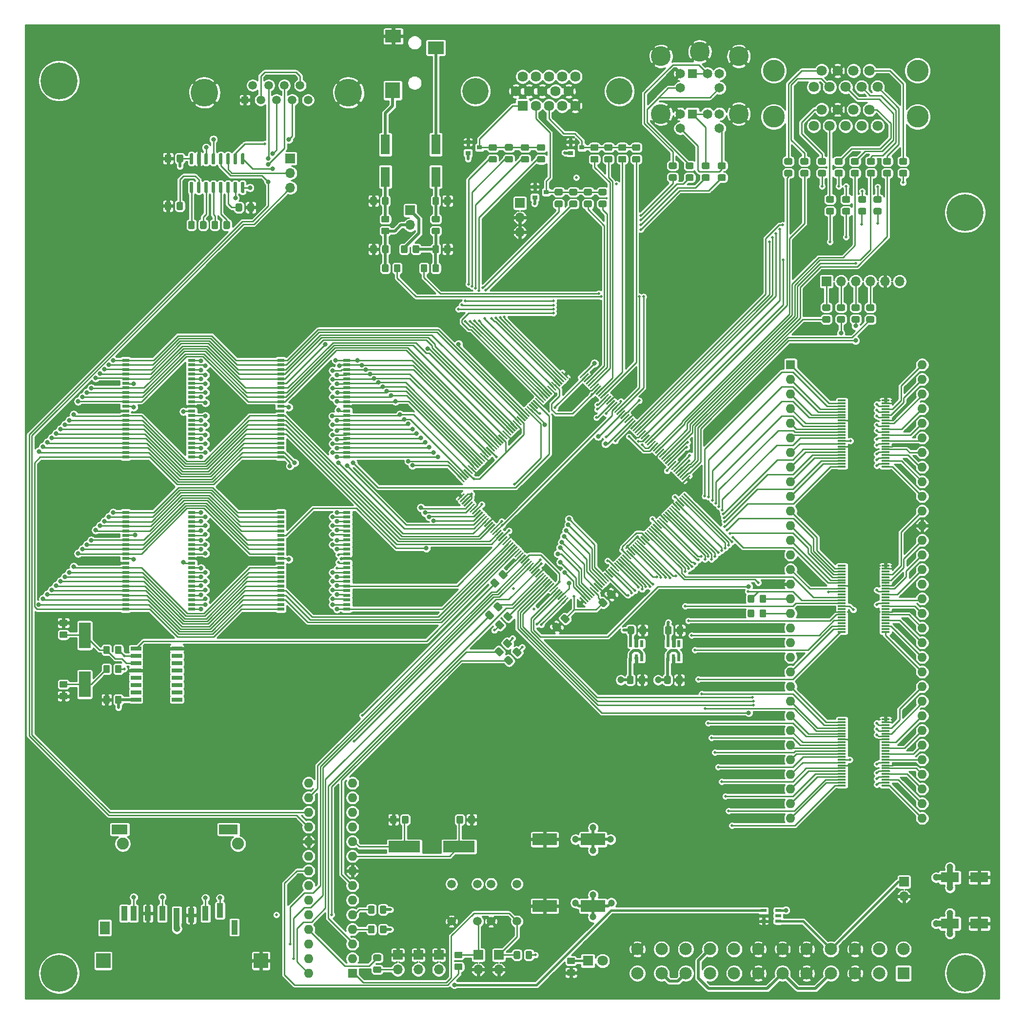
<source format=gbr>
%TF.GenerationSoftware,KiCad,Pcbnew,(5.1.6)-1*%
%TF.CreationDate,2024-05-17T16:04:07-04:00*%
%TF.ProjectId,MigStorm-ITX,4d696753-746f-4726-9d2d-4954582e6b69,rev?*%
%TF.SameCoordinates,Original*%
%TF.FileFunction,Copper,L1,Top*%
%TF.FilePolarity,Positive*%
%FSLAX46Y46*%
G04 Gerber Fmt 4.6, Leading zero omitted, Abs format (unit mm)*
G04 Created by KiCad (PCBNEW (5.1.6)-1) date 2024-05-17 16:04:07*
%MOMM*%
%LPD*%
G01*
G04 APERTURE LIST*
%TA.AperFunction,ComponentPad*%
%ADD10C,6.400000*%
%TD*%
%TA.AperFunction,ComponentPad*%
%ADD11C,0.800000*%
%TD*%
%TA.AperFunction,SMDPad,CuDef*%
%ADD12R,1.600000X3.500000*%
%TD*%
%TA.AperFunction,ComponentPad*%
%ADD13R,1.800000X1.800000*%
%TD*%
%TA.AperFunction,ComponentPad*%
%ADD14C,1.800000*%
%TD*%
%TA.AperFunction,SMDPad,CuDef*%
%ADD15R,0.900000X0.800000*%
%TD*%
%TA.AperFunction,SMDPad,CuDef*%
%ADD16R,1.825000X0.700000*%
%TD*%
%TA.AperFunction,SMDPad,CuDef*%
%ADD17R,0.600000X1.200000*%
%TD*%
%TA.AperFunction,SMDPad,CuDef*%
%ADD18R,1.475000X0.300000*%
%TD*%
%TA.AperFunction,ComponentPad*%
%ADD19R,1.700000X1.700000*%
%TD*%
%TA.AperFunction,ComponentPad*%
%ADD20O,1.700000X1.700000*%
%TD*%
%TA.AperFunction,ComponentPad*%
%ADD21R,2.150000X2.150000*%
%TD*%
%TA.AperFunction,ComponentPad*%
%ADD22C,2.150000*%
%TD*%
%TA.AperFunction,ComponentPad*%
%ADD23R,1.650000X1.650000*%
%TD*%
%TA.AperFunction,ComponentPad*%
%ADD24C,1.650000*%
%TD*%
%TA.AperFunction,ComponentPad*%
%ADD25C,3.450000*%
%TD*%
%TA.AperFunction,SMDPad,CuDef*%
%ADD26R,1.100000X2.500000*%
%TD*%
%TA.AperFunction,SMDPad,CuDef*%
%ADD27R,1.700000X2.300000*%
%TD*%
%TA.AperFunction,SMDPad,CuDef*%
%ADD28R,2.800000X1.700000*%
%TD*%
%TA.AperFunction,SMDPad,CuDef*%
%ADD29R,3.300000X1.700000*%
%TD*%
%TA.AperFunction,SMDPad,CuDef*%
%ADD30R,2.500000X2.600000*%
%TD*%
%TA.AperFunction,ComponentPad*%
%ADD31C,2.085000*%
%TD*%
%TA.AperFunction,ComponentPad*%
%ADD32C,3.810000*%
%TD*%
%TA.AperFunction,ComponentPad*%
%ADD33R,1.200000X1.200000*%
%TD*%
%TA.AperFunction,ComponentPad*%
%ADD34C,1.500000*%
%TD*%
%TA.AperFunction,ComponentPad*%
%ADD35C,4.800000*%
%TD*%
%TA.AperFunction,SMDPad,CuDef*%
%ADD36R,2.800000X2.200000*%
%TD*%
%TA.AperFunction,SMDPad,CuDef*%
%ADD37R,2.600000X2.800000*%
%TD*%
%TA.AperFunction,ComponentPad*%
%ADD38R,1.785000X1.785000*%
%TD*%
%TA.AperFunction,ComponentPad*%
%ADD39C,1.785000*%
%TD*%
%TA.AperFunction,ComponentPad*%
%ADD40C,4.575000*%
%TD*%
%TA.AperFunction,SMDPad,CuDef*%
%ADD41C,0.100000*%
%TD*%
%TA.AperFunction,SMDPad,CuDef*%
%ADD42R,1.295000X0.600000*%
%TD*%
%TA.AperFunction,SMDPad,CuDef*%
%ADD43R,5.500000X2.000000*%
%TD*%
%TA.AperFunction,SMDPad,CuDef*%
%ADD44R,2.000000X4.500000*%
%TD*%
%TA.AperFunction,ComponentPad*%
%ADD45R,1.600000X1.600000*%
%TD*%
%TA.AperFunction,ComponentPad*%
%ADD46O,1.600000X1.600000*%
%TD*%
%TA.AperFunction,SMDPad,CuDef*%
%ADD47R,4.250000X2.050000*%
%TD*%
%TA.AperFunction,SMDPad,CuDef*%
%ADD48R,3.150000X1.800000*%
%TD*%
%TA.AperFunction,SMDPad,CuDef*%
%ADD49R,1.050000X0.550000*%
%TD*%
%TA.AperFunction,ViaPad*%
%ADD50C,0.500000*%
%TD*%
%TA.AperFunction,ViaPad*%
%ADD51C,1.200000*%
%TD*%
%TA.AperFunction,ViaPad*%
%ADD52C,0.800000*%
%TD*%
%TA.AperFunction,Conductor*%
%ADD53C,0.250000*%
%TD*%
%TA.AperFunction,Conductor*%
%ADD54C,0.500000*%
%TD*%
%TA.AperFunction,Conductor*%
%ADD55C,1.000000*%
%TD*%
%TA.AperFunction,Conductor*%
%ADD56C,0.400000*%
%TD*%
%TA.AperFunction,Conductor*%
%ADD57C,0.254000*%
%TD*%
G04 APERTURE END LIST*
D10*
%TO.P,REF\u002A\u002A,1*%
%TO.N,N/C*%
X133604000Y-67030600D03*
D11*
X136004000Y-67030600D03*
X135301056Y-68727656D03*
X133604000Y-69430600D03*
X131906944Y-68727656D03*
X131204000Y-67030600D03*
X131906944Y-65333544D03*
X133604000Y-64630600D03*
X135301056Y-65333544D03*
%TD*%
D10*
%TO.P,REF\u002A\u002A,1*%
%TO.N,N/C*%
X290880800Y-89890600D03*
D11*
X293280800Y-89890600D03*
X292577856Y-91587656D03*
X290880800Y-92290600D03*
X289183744Y-91587656D03*
X288480800Y-89890600D03*
X289183744Y-88193544D03*
X290880800Y-87490600D03*
X292577856Y-88193544D03*
%TD*%
D10*
%TO.P,REF\u002A\u002A,1*%
%TO.N,N/C*%
X290880800Y-221970600D03*
D11*
X293280800Y-221970600D03*
X292577856Y-223667656D03*
X290880800Y-224370600D03*
X289183744Y-223667656D03*
X288480800Y-221970600D03*
X289183744Y-220273544D03*
X290880800Y-219570600D03*
X292577856Y-220273544D03*
%TD*%
%TO.P,REF\u002A\u002A,1*%
%TO.N,N/C*%
X135301056Y-220298944D03*
X133604000Y-219596000D03*
X131906944Y-220298944D03*
X131204000Y-221996000D03*
X131906944Y-223693056D03*
X133604000Y-224396000D03*
X135301056Y-223693056D03*
X136004000Y-221996000D03*
D10*
X133604000Y-221996000D03*
%TD*%
%TO.P,C1,2*%
%TO.N,GND*%
%TA.AperFunction,SMDPad,CuDef*%
G36*
G01*
X240725000Y-171519001D02*
X240725000Y-170618999D01*
G75*
G02*
X240974999Y-170369000I249999J0D01*
G01*
X241625001Y-170369000D01*
G75*
G02*
X241875000Y-170618999I0J-249999D01*
G01*
X241875000Y-171519001D01*
G75*
G02*
X241625001Y-171769000I-249999J0D01*
G01*
X240974999Y-171769000D01*
G75*
G02*
X240725000Y-171519001I0J249999D01*
G01*
G37*
%TD.AperFunction*%
%TO.P,C1,1*%
%TO.N,5VDC*%
%TA.AperFunction,SMDPad,CuDef*%
G36*
G01*
X238675000Y-171519001D02*
X238675000Y-170618999D01*
G75*
G02*
X238924999Y-170369000I249999J0D01*
G01*
X239575001Y-170369000D01*
G75*
G02*
X239825000Y-170618999I0J-249999D01*
G01*
X239825000Y-171519001D01*
G75*
G02*
X239575001Y-171769000I-249999J0D01*
G01*
X238924999Y-171769000D01*
G75*
G02*
X238675000Y-171519001I0J249999D01*
G01*
G37*
%TD.AperFunction*%
%TD*%
%TO.P,C2,2*%
%TO.N,GND*%
%TA.AperFunction,SMDPad,CuDef*%
G36*
G01*
X234248000Y-171519001D02*
X234248000Y-170618999D01*
G75*
G02*
X234497999Y-170369000I249999J0D01*
G01*
X235148001Y-170369000D01*
G75*
G02*
X235398000Y-170618999I0J-249999D01*
G01*
X235398000Y-171519001D01*
G75*
G02*
X235148001Y-171769000I-249999J0D01*
G01*
X234497999Y-171769000D01*
G75*
G02*
X234248000Y-171519001I0J249999D01*
G01*
G37*
%TD.AperFunction*%
%TO.P,C2,1*%
%TO.N,5VDC*%
%TA.AperFunction,SMDPad,CuDef*%
G36*
G01*
X232198000Y-171519001D02*
X232198000Y-170618999D01*
G75*
G02*
X232447999Y-170369000I249999J0D01*
G01*
X233098001Y-170369000D01*
G75*
G02*
X233348000Y-170618999I0J-249999D01*
G01*
X233348000Y-171519001D01*
G75*
G02*
X233098001Y-171769000I-249999J0D01*
G01*
X232447999Y-171769000D01*
G75*
G02*
X232198000Y-171519001I0J249999D01*
G01*
G37*
%TD.AperFunction*%
%TD*%
%TO.P,C4,1*%
%TO.N,+2V5*%
%TA.AperFunction,SMDPad,CuDef*%
G36*
G01*
X238802000Y-162883001D02*
X238802000Y-161982999D01*
G75*
G02*
X239051999Y-161733000I249999J0D01*
G01*
X239702001Y-161733000D01*
G75*
G02*
X239952000Y-161982999I0J-249999D01*
G01*
X239952000Y-162883001D01*
G75*
G02*
X239702001Y-163133000I-249999J0D01*
G01*
X239051999Y-163133000D01*
G75*
G02*
X238802000Y-162883001I0J249999D01*
G01*
G37*
%TD.AperFunction*%
%TO.P,C4,2*%
%TO.N,GND*%
%TA.AperFunction,SMDPad,CuDef*%
G36*
G01*
X240852000Y-162883001D02*
X240852000Y-161982999D01*
G75*
G02*
X241101999Y-161733000I249999J0D01*
G01*
X241752001Y-161733000D01*
G75*
G02*
X242002000Y-161982999I0J-249999D01*
G01*
X242002000Y-162883001D01*
G75*
G02*
X241752001Y-163133000I-249999J0D01*
G01*
X241101999Y-163133000D01*
G75*
G02*
X240852000Y-162883001I0J249999D01*
G01*
G37*
%TD.AperFunction*%
%TD*%
%TO.P,C5,1*%
%TO.N,+1V2*%
%TA.AperFunction,SMDPad,CuDef*%
G36*
G01*
X232325000Y-162883001D02*
X232325000Y-161982999D01*
G75*
G02*
X232574999Y-161733000I249999J0D01*
G01*
X233225001Y-161733000D01*
G75*
G02*
X233475000Y-161982999I0J-249999D01*
G01*
X233475000Y-162883001D01*
G75*
G02*
X233225001Y-163133000I-249999J0D01*
G01*
X232574999Y-163133000D01*
G75*
G02*
X232325000Y-162883001I0J249999D01*
G01*
G37*
%TD.AperFunction*%
%TO.P,C5,2*%
%TO.N,GND*%
%TA.AperFunction,SMDPad,CuDef*%
G36*
G01*
X234375000Y-162883001D02*
X234375000Y-161982999D01*
G75*
G02*
X234624999Y-161733000I249999J0D01*
G01*
X235275001Y-161733000D01*
G75*
G02*
X235525000Y-161982999I0J-249999D01*
G01*
X235525000Y-162883001D01*
G75*
G02*
X235275001Y-163133000I-249999J0D01*
G01*
X234624999Y-163133000D01*
G75*
G02*
X234375000Y-162883001I0J249999D01*
G01*
G37*
%TD.AperFunction*%
%TD*%
%TO.P,C8,1*%
%TO.N,3.3V*%
%TA.AperFunction,SMDPad,CuDef*%
G36*
G01*
X227951044Y-158384353D02*
X227314647Y-157747956D01*
G75*
G02*
X227314647Y-157394404I176776J176776D01*
G01*
X227774268Y-156934783D01*
G75*
G02*
X228127820Y-156934783I176776J-176776D01*
G01*
X228764217Y-157571180D01*
G75*
G02*
X228764217Y-157924732I-176776J-176776D01*
G01*
X228304596Y-158384353D01*
G75*
G02*
X227951044Y-158384353I-176776J176776D01*
G01*
G37*
%TD.AperFunction*%
%TO.P,C8,2*%
%TO.N,GND*%
%TA.AperFunction,SMDPad,CuDef*%
G36*
G01*
X229400612Y-156934785D02*
X228764215Y-156298388D01*
G75*
G02*
X228764215Y-155944836I176776J176776D01*
G01*
X229223836Y-155485215D01*
G75*
G02*
X229577388Y-155485215I176776J-176776D01*
G01*
X230213785Y-156121612D01*
G75*
G02*
X230213785Y-156475164I-176776J-176776D01*
G01*
X229754164Y-156934785D01*
G75*
G02*
X229400612Y-156934785I-176776J176776D01*
G01*
G37*
%TD.AperFunction*%
%TD*%
%TO.P,C9,1*%
%TO.N,3.3V*%
%TA.AperFunction,SMDPad,CuDef*%
G36*
G01*
X221539172Y-159713431D02*
X222175569Y-160349828D01*
G75*
G02*
X222175569Y-160703380I-176776J-176776D01*
G01*
X221715948Y-161163001D01*
G75*
G02*
X221362396Y-161163001I-176776J176776D01*
G01*
X220725999Y-160526604D01*
G75*
G02*
X220725999Y-160173052I176776J176776D01*
G01*
X221185620Y-159713431D01*
G75*
G02*
X221539172Y-159713431I176776J-176776D01*
G01*
G37*
%TD.AperFunction*%
%TO.P,C9,2*%
%TO.N,GND*%
%TA.AperFunction,SMDPad,CuDef*%
G36*
G01*
X220089604Y-161162999D02*
X220726001Y-161799396D01*
G75*
G02*
X220726001Y-162152948I-176776J-176776D01*
G01*
X220266380Y-162612569D01*
G75*
G02*
X219912828Y-162612569I-176776J176776D01*
G01*
X219276431Y-161976172D01*
G75*
G02*
X219276431Y-161622620I176776J176776D01*
G01*
X219736052Y-161162999D01*
G75*
G02*
X220089604Y-161162999I176776J-176776D01*
G01*
G37*
%TD.AperFunction*%
%TD*%
%TO.P,C33,2*%
%TO.N,GND*%
%TA.AperFunction,SMDPad,CuDef*%
G36*
G01*
X204657000Y-195776001D02*
X204657000Y-194875999D01*
G75*
G02*
X204906999Y-194626000I249999J0D01*
G01*
X205557001Y-194626000D01*
G75*
G02*
X205807000Y-194875999I0J-249999D01*
G01*
X205807000Y-195776001D01*
G75*
G02*
X205557001Y-196026000I-249999J0D01*
G01*
X204906999Y-196026000D01*
G75*
G02*
X204657000Y-195776001I0J249999D01*
G01*
G37*
%TD.AperFunction*%
%TO.P,C33,1*%
%TO.N,Net-(C33-Pad1)*%
%TA.AperFunction,SMDPad,CuDef*%
G36*
G01*
X202607000Y-195776001D02*
X202607000Y-194875999D01*
G75*
G02*
X202856999Y-194626000I249999J0D01*
G01*
X203507001Y-194626000D01*
G75*
G02*
X203757000Y-194875999I0J-249999D01*
G01*
X203757000Y-195776001D01*
G75*
G02*
X203507001Y-196026000I-249999J0D01*
G01*
X202856999Y-196026000D01*
G75*
G02*
X202607000Y-195776001I0J249999D01*
G01*
G37*
%TD.AperFunction*%
%TD*%
%TO.P,C34,1*%
%TO.N,GND*%
%TA.AperFunction,SMDPad,CuDef*%
G36*
G01*
X191068000Y-195776001D02*
X191068000Y-194875999D01*
G75*
G02*
X191317999Y-194626000I249999J0D01*
G01*
X191968001Y-194626000D01*
G75*
G02*
X192218000Y-194875999I0J-249999D01*
G01*
X192218000Y-195776001D01*
G75*
G02*
X191968001Y-196026000I-249999J0D01*
G01*
X191317999Y-196026000D01*
G75*
G02*
X191068000Y-195776001I0J249999D01*
G01*
G37*
%TD.AperFunction*%
%TO.P,C34,2*%
%TO.N,Net-(C34-Pad2)*%
%TA.AperFunction,SMDPad,CuDef*%
G36*
G01*
X193118000Y-195776001D02*
X193118000Y-194875999D01*
G75*
G02*
X193367999Y-194626000I249999J0D01*
G01*
X194018001Y-194626000D01*
G75*
G02*
X194268000Y-194875999I0J-249999D01*
G01*
X194268000Y-195776001D01*
G75*
G02*
X194018001Y-196026000I-249999J0D01*
G01*
X193367999Y-196026000D01*
G75*
G02*
X193118000Y-195776001I0J249999D01*
G01*
G37*
%TD.AperFunction*%
%TD*%
%TO.P,C36,1*%
%TO.N,3.3V*%
%TA.AperFunction,SMDPad,CuDef*%
G36*
G01*
X144466000Y-174047999D02*
X144466000Y-174948001D01*
G75*
G02*
X144216001Y-175198000I-249999J0D01*
G01*
X143565999Y-175198000D01*
G75*
G02*
X143316000Y-174948001I0J249999D01*
G01*
X143316000Y-174047999D01*
G75*
G02*
X143565999Y-173798000I249999J0D01*
G01*
X144216001Y-173798000D01*
G75*
G02*
X144466000Y-174047999I0J-249999D01*
G01*
G37*
%TD.AperFunction*%
%TO.P,C36,2*%
%TO.N,GND*%
%TA.AperFunction,SMDPad,CuDef*%
G36*
G01*
X142416000Y-174047999D02*
X142416000Y-174948001D01*
G75*
G02*
X142166001Y-175198000I-249999J0D01*
G01*
X141515999Y-175198000D01*
G75*
G02*
X141266000Y-174948001I0J249999D01*
G01*
X141266000Y-174047999D01*
G75*
G02*
X141515999Y-173798000I249999J0D01*
G01*
X142166001Y-173798000D01*
G75*
G02*
X142416000Y-174047999I0J-249999D01*
G01*
G37*
%TD.AperFunction*%
%TD*%
%TO.P,C37,1*%
%TO.N,Net-(C37-Pad1)*%
%TA.AperFunction,SMDPad,CuDef*%
G36*
G01*
X133915999Y-171256000D02*
X134816001Y-171256000D01*
G75*
G02*
X135066000Y-171505999I0J-249999D01*
G01*
X135066000Y-172156001D01*
G75*
G02*
X134816001Y-172406000I-249999J0D01*
G01*
X133915999Y-172406000D01*
G75*
G02*
X133666000Y-172156001I0J249999D01*
G01*
X133666000Y-171505999D01*
G75*
G02*
X133915999Y-171256000I249999J0D01*
G01*
G37*
%TD.AperFunction*%
%TO.P,C37,2*%
%TO.N,GND*%
%TA.AperFunction,SMDPad,CuDef*%
G36*
G01*
X133915999Y-173306000D02*
X134816001Y-173306000D01*
G75*
G02*
X135066000Y-173555999I0J-249999D01*
G01*
X135066000Y-174206001D01*
G75*
G02*
X134816001Y-174456000I-249999J0D01*
G01*
X133915999Y-174456000D01*
G75*
G02*
X133666000Y-174206001I0J249999D01*
G01*
X133666000Y-173555999D01*
G75*
G02*
X133915999Y-173306000I249999J0D01*
G01*
G37*
%TD.AperFunction*%
%TD*%
%TO.P,C39,1*%
%TO.N,Net-(C39-Pad1)*%
%TA.AperFunction,SMDPad,CuDef*%
G36*
G01*
X134816001Y-163788000D02*
X133915999Y-163788000D01*
G75*
G02*
X133666000Y-163538001I0J249999D01*
G01*
X133666000Y-162887999D01*
G75*
G02*
X133915999Y-162638000I249999J0D01*
G01*
X134816001Y-162638000D01*
G75*
G02*
X135066000Y-162887999I0J-249999D01*
G01*
X135066000Y-163538001D01*
G75*
G02*
X134816001Y-163788000I-249999J0D01*
G01*
G37*
%TD.AperFunction*%
%TO.P,C39,2*%
%TO.N,GND*%
%TA.AperFunction,SMDPad,CuDef*%
G36*
G01*
X134816001Y-161738000D02*
X133915999Y-161738000D01*
G75*
G02*
X133666000Y-161488001I0J249999D01*
G01*
X133666000Y-160837999D01*
G75*
G02*
X133915999Y-160588000I249999J0D01*
G01*
X134816001Y-160588000D01*
G75*
G02*
X135066000Y-160837999I0J-249999D01*
G01*
X135066000Y-161488001D01*
G75*
G02*
X134816001Y-161738000I-249999J0D01*
G01*
G37*
%TD.AperFunction*%
%TD*%
%TO.P,C42,1*%
%TO.N,Net-(C42-Pad1)*%
%TA.AperFunction,SMDPad,CuDef*%
G36*
G01*
X156007000Y-92525001D02*
X156007000Y-91624999D01*
G75*
G02*
X156256999Y-91375000I249999J0D01*
G01*
X156907001Y-91375000D01*
G75*
G02*
X157157000Y-91624999I0J-249999D01*
G01*
X157157000Y-92525001D01*
G75*
G02*
X156907001Y-92775000I-249999J0D01*
G01*
X156256999Y-92775000D01*
G75*
G02*
X156007000Y-92525001I0J249999D01*
G01*
G37*
%TD.AperFunction*%
%TO.P,C42,2*%
%TO.N,Net-(C42-Pad2)*%
%TA.AperFunction,SMDPad,CuDef*%
G36*
G01*
X158057000Y-92525001D02*
X158057000Y-91624999D01*
G75*
G02*
X158306999Y-91375000I249999J0D01*
G01*
X158957001Y-91375000D01*
G75*
G02*
X159207000Y-91624999I0J-249999D01*
G01*
X159207000Y-92525001D01*
G75*
G02*
X158957001Y-92775000I-249999J0D01*
G01*
X158306999Y-92775000D01*
G75*
G02*
X158057000Y-92525001I0J249999D01*
G01*
G37*
%TD.AperFunction*%
%TD*%
%TO.P,C43,2*%
%TO.N,Net-(C43-Pad2)*%
%TA.AperFunction,SMDPad,CuDef*%
G36*
G01*
X162121000Y-92525001D02*
X162121000Y-91624999D01*
G75*
G02*
X162370999Y-91375000I249999J0D01*
G01*
X163021001Y-91375000D01*
G75*
G02*
X163271000Y-91624999I0J-249999D01*
G01*
X163271000Y-92525001D01*
G75*
G02*
X163021001Y-92775000I-249999J0D01*
G01*
X162370999Y-92775000D01*
G75*
G02*
X162121000Y-92525001I0J249999D01*
G01*
G37*
%TD.AperFunction*%
%TO.P,C43,1*%
%TO.N,Net-(C43-Pad1)*%
%TA.AperFunction,SMDPad,CuDef*%
G36*
G01*
X160071000Y-92525001D02*
X160071000Y-91624999D01*
G75*
G02*
X160320999Y-91375000I249999J0D01*
G01*
X160971001Y-91375000D01*
G75*
G02*
X161221000Y-91624999I0J-249999D01*
G01*
X161221000Y-92525001D01*
G75*
G02*
X160971001Y-92775000I-249999J0D01*
G01*
X160320999Y-92775000D01*
G75*
G02*
X160071000Y-92525001I0J249999D01*
G01*
G37*
%TD.AperFunction*%
%TD*%
%TO.P,C44,2*%
%TO.N,GND*%
%TA.AperFunction,SMDPad,CuDef*%
G36*
G01*
X153102000Y-80067999D02*
X153102000Y-80968001D01*
G75*
G02*
X152852001Y-81218000I-249999J0D01*
G01*
X152201999Y-81218000D01*
G75*
G02*
X151952000Y-80968001I0J249999D01*
G01*
X151952000Y-80067999D01*
G75*
G02*
X152201999Y-79818000I249999J0D01*
G01*
X152852001Y-79818000D01*
G75*
G02*
X153102000Y-80067999I0J-249999D01*
G01*
G37*
%TD.AperFunction*%
%TO.P,C44,1*%
%TO.N,3.3V*%
%TA.AperFunction,SMDPad,CuDef*%
G36*
G01*
X155152000Y-80067999D02*
X155152000Y-80968001D01*
G75*
G02*
X154902001Y-81218000I-249999J0D01*
G01*
X154251999Y-81218000D01*
G75*
G02*
X154002000Y-80968001I0J249999D01*
G01*
X154002000Y-80067999D01*
G75*
G02*
X154251999Y-79818000I249999J0D01*
G01*
X154902001Y-79818000D01*
G75*
G02*
X155152000Y-80067999I0J-249999D01*
G01*
G37*
%TD.AperFunction*%
%TD*%
%TO.P,C45,1*%
%TO.N,GND*%
%TA.AperFunction,SMDPad,CuDef*%
G36*
G01*
X151934000Y-89223001D02*
X151934000Y-88322999D01*
G75*
G02*
X152183999Y-88073000I249999J0D01*
G01*
X152834001Y-88073000D01*
G75*
G02*
X153084000Y-88322999I0J-249999D01*
G01*
X153084000Y-89223001D01*
G75*
G02*
X152834001Y-89473000I-249999J0D01*
G01*
X152183999Y-89473000D01*
G75*
G02*
X151934000Y-89223001I0J249999D01*
G01*
G37*
%TD.AperFunction*%
%TO.P,C45,2*%
%TO.N,Net-(C45-Pad2)*%
%TA.AperFunction,SMDPad,CuDef*%
G36*
G01*
X153984000Y-89223001D02*
X153984000Y-88322999D01*
G75*
G02*
X154233999Y-88073000I249999J0D01*
G01*
X154884001Y-88073000D01*
G75*
G02*
X155134000Y-88322999I0J-249999D01*
G01*
X155134000Y-89223001D01*
G75*
G02*
X154884001Y-89473000I-249999J0D01*
G01*
X154233999Y-89473000D01*
G75*
G02*
X153984000Y-89223001I0J249999D01*
G01*
G37*
%TD.AperFunction*%
%TD*%
%TO.P,C46,1*%
%TO.N,Net-(C46-Pad1)*%
%TA.AperFunction,SMDPad,CuDef*%
G36*
G01*
X190830000Y-95815999D02*
X190830000Y-96716001D01*
G75*
G02*
X190580001Y-96966000I-249999J0D01*
G01*
X189929999Y-96966000D01*
G75*
G02*
X189680000Y-96716001I0J249999D01*
G01*
X189680000Y-95815999D01*
G75*
G02*
X189929999Y-95566000I249999J0D01*
G01*
X190580001Y-95566000D01*
G75*
G02*
X190830000Y-95815999I0J-249999D01*
G01*
G37*
%TD.AperFunction*%
%TO.P,C46,2*%
%TO.N,GND*%
%TA.AperFunction,SMDPad,CuDef*%
G36*
G01*
X188780000Y-95815999D02*
X188780000Y-96716001D01*
G75*
G02*
X188530001Y-96966000I-249999J0D01*
G01*
X187879999Y-96966000D01*
G75*
G02*
X187630000Y-96716001I0J249999D01*
G01*
X187630000Y-95815999D01*
G75*
G02*
X187879999Y-95566000I249999J0D01*
G01*
X188530001Y-95566000D01*
G75*
G02*
X188780000Y-95815999I0J-249999D01*
G01*
G37*
%TD.AperFunction*%
%TD*%
%TO.P,C47,2*%
%TO.N,Net-(C47-Pad2)*%
%TA.AperFunction,SMDPad,CuDef*%
G36*
G01*
X199566000Y-95815999D02*
X199566000Y-96716001D01*
G75*
G02*
X199316001Y-96966000I-249999J0D01*
G01*
X198665999Y-96966000D01*
G75*
G02*
X198416000Y-96716001I0J249999D01*
G01*
X198416000Y-95815999D01*
G75*
G02*
X198665999Y-95566000I249999J0D01*
G01*
X199316001Y-95566000D01*
G75*
G02*
X199566000Y-95815999I0J-249999D01*
G01*
G37*
%TD.AperFunction*%
%TO.P,C47,1*%
%TO.N,GND*%
%TA.AperFunction,SMDPad,CuDef*%
G36*
G01*
X201616000Y-95815999D02*
X201616000Y-96716001D01*
G75*
G02*
X201366001Y-96966000I-249999J0D01*
G01*
X200715999Y-96966000D01*
G75*
G02*
X200466000Y-96716001I0J249999D01*
G01*
X200466000Y-95815999D01*
G75*
G02*
X200715999Y-95566000I249999J0D01*
G01*
X201366001Y-95566000D01*
G75*
G02*
X201616000Y-95815999I0J-249999D01*
G01*
G37*
%TD.AperFunction*%
%TD*%
%TO.P,C48,2*%
%TO.N,Net-(C48-Pad2)*%
%TA.AperFunction,SMDPad,CuDef*%
G36*
G01*
X165403000Y-88576999D02*
X165403000Y-89477001D01*
G75*
G02*
X165153001Y-89727000I-249999J0D01*
G01*
X164502999Y-89727000D01*
G75*
G02*
X164253000Y-89477001I0J249999D01*
G01*
X164253000Y-88576999D01*
G75*
G02*
X164502999Y-88327000I249999J0D01*
G01*
X165153001Y-88327000D01*
G75*
G02*
X165403000Y-88576999I0J-249999D01*
G01*
G37*
%TD.AperFunction*%
%TO.P,C48,1*%
%TO.N,GND*%
%TA.AperFunction,SMDPad,CuDef*%
G36*
G01*
X167453000Y-88576999D02*
X167453000Y-89477001D01*
G75*
G02*
X167203001Y-89727000I-249999J0D01*
G01*
X166552999Y-89727000D01*
G75*
G02*
X166303000Y-89477001I0J249999D01*
G01*
X166303000Y-88576999D01*
G75*
G02*
X166552999Y-88327000I249999J0D01*
G01*
X167203001Y-88327000D01*
G75*
G02*
X167453000Y-88576999I0J-249999D01*
G01*
G37*
%TD.AperFunction*%
%TD*%
%TO.P,C49,1*%
%TO.N,Net-(C49-Pad1)*%
%TA.AperFunction,SMDPad,CuDef*%
G36*
G01*
X190821000Y-87433999D02*
X190821000Y-88334001D01*
G75*
G02*
X190571001Y-88584000I-249999J0D01*
G01*
X189920999Y-88584000D01*
G75*
G02*
X189671000Y-88334001I0J249999D01*
G01*
X189671000Y-87433999D01*
G75*
G02*
X189920999Y-87184000I249999J0D01*
G01*
X190571001Y-87184000D01*
G75*
G02*
X190821000Y-87433999I0J-249999D01*
G01*
G37*
%TD.AperFunction*%
%TO.P,C49,2*%
%TO.N,GND*%
%TA.AperFunction,SMDPad,CuDef*%
G36*
G01*
X188771000Y-87433999D02*
X188771000Y-88334001D01*
G75*
G02*
X188521001Y-88584000I-249999J0D01*
G01*
X187870999Y-88584000D01*
G75*
G02*
X187621000Y-88334001I0J249999D01*
G01*
X187621000Y-87433999D01*
G75*
G02*
X187870999Y-87184000I249999J0D01*
G01*
X188521001Y-87184000D01*
G75*
G02*
X188771000Y-87433999I0J-249999D01*
G01*
G37*
%TD.AperFunction*%
%TD*%
%TO.P,C50,2*%
%TO.N,Net-(C50-Pad2)*%
%TA.AperFunction,SMDPad,CuDef*%
G36*
G01*
X199575000Y-87433999D02*
X199575000Y-88334001D01*
G75*
G02*
X199325001Y-88584000I-249999J0D01*
G01*
X198674999Y-88584000D01*
G75*
G02*
X198425000Y-88334001I0J249999D01*
G01*
X198425000Y-87433999D01*
G75*
G02*
X198674999Y-87184000I249999J0D01*
G01*
X199325001Y-87184000D01*
G75*
G02*
X199575000Y-87433999I0J-249999D01*
G01*
G37*
%TD.AperFunction*%
%TO.P,C50,1*%
%TO.N,GND*%
%TA.AperFunction,SMDPad,CuDef*%
G36*
G01*
X201625000Y-87433999D02*
X201625000Y-88334001D01*
G75*
G02*
X201375001Y-88584000I-249999J0D01*
G01*
X200724999Y-88584000D01*
G75*
G02*
X200475000Y-88334001I0J249999D01*
G01*
X200475000Y-87433999D01*
G75*
G02*
X200724999Y-87184000I249999J0D01*
G01*
X201375001Y-87184000D01*
G75*
G02*
X201625000Y-87433999I0J-249999D01*
G01*
G37*
%TD.AperFunction*%
%TD*%
D12*
%TO.P,C51,2*%
%TO.N,Net-(C51-Pad2)*%
X190246000Y-78105000D03*
%TO.P,C51,1*%
%TO.N,Net-(C49-Pad1)*%
X190246000Y-83705000D03*
%TD*%
%TO.P,C52,1*%
%TO.N,Net-(C50-Pad2)*%
X199009000Y-83699000D03*
%TO.P,C52,2*%
%TO.N,Net-(C52-Pad2)*%
X199009000Y-78099000D03*
%TD*%
D13*
%TO.P,D1,1*%
%TO.N,Net-(D1-Pad1)*%
X225425000Y-219837000D03*
D14*
%TO.P,D1,2*%
%TO.N,5VDC*%
X227965000Y-219837000D03*
%TD*%
D15*
%TO.P,D2,1*%
%TO.N,GND*%
X204597000Y-77663000D03*
%TO.P,D2,2*%
%TO.N,3.3V*%
X204597000Y-79563000D03*
%TO.P,D2,3*%
%TO.N,Net-(D2-Pad3)*%
X206597000Y-78613000D03*
%TD*%
%TO.P,D3,3*%
%TO.N,Net-(D3-Pad3)*%
X218186000Y-86360000D03*
%TO.P,D3,2*%
%TO.N,3.3V*%
X216186000Y-87310000D03*
%TO.P,D3,1*%
%TO.N,GND*%
X216186000Y-85410000D03*
%TD*%
%TO.P,D4,1*%
%TO.N,GND*%
X222393000Y-77663000D03*
%TO.P,D4,2*%
%TO.N,3.3V*%
X222393000Y-79563000D03*
%TO.P,D4,3*%
%TO.N,Net-(D4-Pad3)*%
X224393000Y-78613000D03*
%TD*%
D16*
%TO.P,IC1,1*%
%TO.N,N/C*%
X154057000Y-174498000D03*
%TO.P,IC1,2*%
X154057000Y-173228000D03*
%TO.P,IC1,3*%
X154057000Y-171958000D03*
%TO.P,IC1,4*%
X154057000Y-170688000D03*
%TO.P,IC1,5*%
X154057000Y-169418000D03*
%TO.P,IC1,6*%
X154057000Y-168148000D03*
%TO.P,IC1,7*%
X154057000Y-166878000D03*
%TO.P,IC1,8*%
%TO.N,GND*%
X154057000Y-165608000D03*
%TO.P,IC1,9*%
%TO.N,MCLK*%
X146933000Y-165608000D03*
%TO.P,IC1,10*%
%TO.N,Net-(IC1-Pad10)*%
X146933000Y-166878000D03*
%TO.P,IC1,11*%
%TO.N,Net-(C39-Pad1)*%
X146933000Y-168148000D03*
%TO.P,IC1,12*%
%TO.N,GND*%
X146933000Y-169418000D03*
%TO.P,IC1,13*%
%TO.N,N/C*%
X146933000Y-170688000D03*
%TO.P,IC1,14*%
X146933000Y-171958000D03*
%TO.P,IC1,15*%
X146933000Y-173228000D03*
%TO.P,IC1,16*%
%TO.N,3.3V*%
X146933000Y-174498000D03*
%TD*%
D17*
%TO.P,IC2,5*%
%TO.N,+2V5*%
X239334000Y-164739000D03*
%TO.P,IC2,4*%
%TO.N,N/C*%
X241234000Y-164739000D03*
%TO.P,IC2,3*%
%TO.N,5VDC*%
X241234000Y-167239000D03*
%TO.P,IC2,2*%
%TO.N,GND*%
X240284000Y-167239000D03*
%TO.P,IC2,1*%
%TO.N,5VDC*%
X239334000Y-167239000D03*
%TD*%
%TO.P,IC3,1*%
%TO.N,5VDC*%
X232857000Y-167239000D03*
%TO.P,IC3,2*%
%TO.N,GND*%
X233807000Y-167239000D03*
%TO.P,IC3,3*%
%TO.N,5VDC*%
X234757000Y-167239000D03*
%TO.P,IC3,4*%
%TO.N,N/C*%
X234757000Y-164739000D03*
%TO.P,IC3,5*%
%TO.N,+1V2*%
X232857000Y-164739000D03*
%TD*%
D18*
%TO.P,IC4,1*%
%TO.N,N/C*%
X269516000Y-122520000D03*
%TO.P,IC4,2*%
%TO.N,D4*%
X269516000Y-123020000D03*
%TO.P,IC4,3*%
%TO.N,CPU_D5*%
X269516000Y-123520000D03*
%TO.P,IC4,4*%
%TO.N,D3*%
X269516000Y-124020000D03*
%TO.P,IC4,5*%
%TO.N,CPU_D6*%
X269516000Y-124520000D03*
%TO.P,IC4,6*%
%TO.N,D2*%
X269516000Y-125020000D03*
%TO.P,IC4,7*%
%TO.N,CPU_D7*%
X269516000Y-125520000D03*
%TO.P,IC4,8*%
%TO.N,GND*%
X269516000Y-126020000D03*
%TO.P,IC4,9*%
%TO.N,D1*%
X269516000Y-126520000D03*
%TO.P,IC4,10*%
%TO.N,CPU_D8*%
X269516000Y-127020000D03*
%TO.P,IC4,11*%
%TO.N,D0*%
X269516000Y-127520000D03*
%TO.P,IC4,12*%
%TO.N,CPU_D9*%
X269516000Y-128020000D03*
%TO.P,IC4,13*%
%TO.N,AS*%
X269516000Y-128520000D03*
%TO.P,IC4,14*%
%TO.N,CPU_D10*%
X269516000Y-129020000D03*
%TO.P,IC4,15*%
%TO.N,5VDC*%
X269516000Y-129520000D03*
%TO.P,IC4,16*%
%TO.N,UDS*%
X269516000Y-130020000D03*
%TO.P,IC4,17*%
%TO.N,GND*%
X269516000Y-130520000D03*
%TO.P,IC4,18*%
%TO.N,CPU_D11*%
X269516000Y-131020000D03*
%TO.P,IC4,19*%
%TO.N,LDS*%
X269516000Y-131520000D03*
%TO.P,IC4,20*%
%TO.N,CPU_D12*%
X269516000Y-132020000D03*
%TO.P,IC4,21*%
%TO.N,RW*%
X269516000Y-132520000D03*
%TO.P,IC4,22*%
%TO.N,CPU_D13*%
X269516000Y-133020000D03*
%TO.P,IC4,23*%
%TO.N,DTACK*%
X269516000Y-133520000D03*
%TO.P,IC4,24*%
%TO.N,CPU_D14*%
X269516000Y-134020000D03*
%TO.P,IC4,25*%
%TO.N,D14*%
X277092000Y-134020000D03*
%TO.P,IC4,26*%
%TO.N,CPU_DTACK*%
X277092000Y-133520000D03*
%TO.P,IC4,27*%
%TO.N,D13*%
X277092000Y-133020000D03*
%TO.P,IC4,28*%
%TO.N,CPU_RW*%
X277092000Y-132520000D03*
%TO.P,IC4,29*%
%TO.N,D12*%
X277092000Y-132020000D03*
%TO.P,IC4,30*%
%TO.N,CPU_LDS*%
X277092000Y-131520000D03*
%TO.P,IC4,31*%
%TO.N,D11*%
X277092000Y-131020000D03*
%TO.P,IC4,32*%
%TO.N,GND*%
X277092000Y-130520000D03*
%TO.P,IC4,33*%
%TO.N,CPU_UDS*%
X277092000Y-130020000D03*
%TO.P,IC4,34*%
%TO.N,D10*%
X277092000Y-129520000D03*
%TO.P,IC4,35*%
%TO.N,CPU_AS*%
X277092000Y-129020000D03*
%TO.P,IC4,36*%
%TO.N,D9*%
X277092000Y-128520000D03*
%TO.P,IC4,37*%
%TO.N,CPU_D0*%
X277092000Y-128020000D03*
%TO.P,IC4,38*%
%TO.N,D8*%
X277092000Y-127520000D03*
%TO.P,IC4,39*%
%TO.N,CPU_D1*%
X277092000Y-127020000D03*
%TO.P,IC4,40*%
%TO.N,D7*%
X277092000Y-126520000D03*
%TO.P,IC4,41*%
%TO.N,GND*%
X277092000Y-126020000D03*
%TO.P,IC4,42*%
%TO.N,CPU_D2*%
X277092000Y-125520000D03*
%TO.P,IC4,43*%
%TO.N,D6*%
X277092000Y-125020000D03*
%TO.P,IC4,44*%
%TO.N,CPU_D3*%
X277092000Y-124520000D03*
%TO.P,IC4,45*%
%TO.N,D5*%
X277092000Y-124020000D03*
%TO.P,IC4,46*%
%TO.N,CPU_D4*%
X277092000Y-123520000D03*
%TO.P,IC4,47*%
%TO.N,GND*%
X277092000Y-123020000D03*
%TO.P,IC4,48*%
X277092000Y-122520000D03*
%TD*%
%TO.P,IC5,48*%
%TO.N,GND*%
X277092000Y-151222000D03*
%TO.P,IC5,47*%
X277092000Y-151722000D03*
%TO.P,IC5,46*%
%TO.N,N/C*%
X277092000Y-152222000D03*
%TO.P,IC5,45*%
%TO.N,D15*%
X277092000Y-152722000D03*
%TO.P,IC5,44*%
%TO.N,N/C*%
X277092000Y-153222000D03*
%TO.P,IC5,43*%
%TO.N,A23*%
X277092000Y-153722000D03*
%TO.P,IC5,42*%
%TO.N,N/C*%
X277092000Y-154222000D03*
%TO.P,IC5,41*%
%TO.N,GND*%
X277092000Y-154722000D03*
%TO.P,IC5,40*%
%TO.N,A22*%
X277092000Y-155222000D03*
%TO.P,IC5,39*%
%TO.N,CPU_CLK*%
X277092000Y-155722000D03*
%TO.P,IC5,38*%
%TO.N,A21*%
X277092000Y-156222000D03*
%TO.P,IC5,37*%
%TO.N,N/C*%
X277092000Y-156722000D03*
%TO.P,IC5,36*%
%TO.N,A20*%
X277092000Y-157222000D03*
%TO.P,IC5,35*%
%TO.N,CPU_RESET*%
X277092000Y-157722000D03*
%TO.P,IC5,34*%
%TO.N,A19*%
X277092000Y-158222000D03*
%TO.P,IC5,33*%
%TO.N,N/C*%
X277092000Y-158722000D03*
%TO.P,IC5,32*%
%TO.N,GND*%
X277092000Y-159222000D03*
%TO.P,IC5,31*%
%TO.N,A18*%
X277092000Y-159722000D03*
%TO.P,IC5,30*%
%TO.N,N/C*%
X277092000Y-160222000D03*
%TO.P,IC5,29*%
%TO.N,A17*%
X277092000Y-160722000D03*
%TO.P,IC5,28*%
%TO.N,N/C*%
X277092000Y-161222000D03*
%TO.P,IC5,27*%
%TO.N,A16*%
X277092000Y-161722000D03*
%TO.P,IC5,26*%
%TO.N,N/C*%
X277092000Y-162222000D03*
%TO.P,IC5,25*%
%TO.N,A15*%
X277092000Y-162722000D03*
%TO.P,IC5,24*%
%TO.N,CPU_A15*%
X269516000Y-162722000D03*
%TO.P,IC5,23*%
%TO.N,BERR*%
X269516000Y-162222000D03*
%TO.P,IC5,22*%
%TO.N,CPU_A16*%
X269516000Y-161722000D03*
%TO.P,IC5,21*%
%TO.N,N/C*%
X269516000Y-161222000D03*
%TO.P,IC5,20*%
%TO.N,CPU_A17*%
X269516000Y-160722000D03*
%TO.P,IC5,19*%
%TO.N,N/C*%
X269516000Y-160222000D03*
%TO.P,IC5,18*%
%TO.N,CPU_A18*%
X269516000Y-159722000D03*
%TO.P,IC5,17*%
%TO.N,GND*%
X269516000Y-159222000D03*
%TO.P,IC5,16*%
%TO.N,N/C*%
X269516000Y-158722000D03*
%TO.P,IC5,15*%
%TO.N,5VDC*%
X269516000Y-158222000D03*
%TO.P,IC5,14*%
%TO.N,CPU_A19*%
X269516000Y-157722000D03*
%TO.P,IC5,13*%
%TO.N,RESET*%
X269516000Y-157222000D03*
%TO.P,IC5,12*%
%TO.N,CPU_A20*%
X269516000Y-156722000D03*
%TO.P,IC5,11*%
%TO.N,N/C*%
X269516000Y-156222000D03*
%TO.P,IC5,10*%
%TO.N,CPU_A21*%
X269516000Y-155722000D03*
%TO.P,IC5,9*%
%TO.N,CLK*%
X269516000Y-155222000D03*
%TO.P,IC5,8*%
%TO.N,GND*%
X269516000Y-154722000D03*
%TO.P,IC5,7*%
%TO.N,CPU_A22*%
X269516000Y-154222000D03*
%TO.P,IC5,6*%
%TO.N,BR*%
X269516000Y-153722000D03*
%TO.P,IC5,5*%
%TO.N,CPU_A23*%
X269516000Y-153222000D03*
%TO.P,IC5,4*%
%TO.N,BGACK*%
X269516000Y-152722000D03*
%TO.P,IC5,3*%
%TO.N,CPU_D15*%
X269516000Y-152222000D03*
%TO.P,IC5,2*%
%TO.N,BG*%
X269516000Y-151722000D03*
%TO.P,IC5,1*%
%TO.N,N/C*%
X269516000Y-151222000D03*
%TD*%
%TO.P,IC6,1*%
%TO.N,N/C*%
X269516000Y-177892000D03*
%TO.P,IC6,2*%
%TO.N,IPL2*%
X269516000Y-178392000D03*
%TO.P,IC6,3*%
%TO.N,CPU_A14*%
X269516000Y-178892000D03*
%TO.P,IC6,4*%
%TO.N,IPL1*%
X269516000Y-179392000D03*
%TO.P,IC6,5*%
%TO.N,CPU_A13*%
X269516000Y-179892000D03*
%TO.P,IC6,6*%
%TO.N,IPL0*%
X269516000Y-180392000D03*
%TO.P,IC6,7*%
%TO.N,CPU_A12*%
X269516000Y-180892000D03*
%TO.P,IC6,8*%
%TO.N,GND*%
X269516000Y-181392000D03*
%TO.P,IC6,9*%
%TO.N,FC2*%
X269516000Y-181892000D03*
%TO.P,IC6,10*%
%TO.N,CPU_A11*%
X269516000Y-182392000D03*
%TO.P,IC6,11*%
%TO.N,FC1*%
X269516000Y-182892000D03*
%TO.P,IC6,12*%
%TO.N,CPU_A10*%
X269516000Y-183392000D03*
%TO.P,IC6,13*%
%TO.N,FC0*%
X269516000Y-183892000D03*
%TO.P,IC6,14*%
%TO.N,CPU_A9*%
X269516000Y-184392000D03*
%TO.P,IC6,15*%
%TO.N,5VDC*%
X269516000Y-184892000D03*
%TO.P,IC6,16*%
%TO.N,A1*%
X269516000Y-185392000D03*
%TO.P,IC6,17*%
%TO.N,GND*%
X269516000Y-185892000D03*
%TO.P,IC6,18*%
%TO.N,CPU_A8*%
X269516000Y-186392000D03*
%TO.P,IC6,19*%
%TO.N,A2*%
X269516000Y-186892000D03*
%TO.P,IC6,20*%
%TO.N,CPU_A7*%
X269516000Y-187392000D03*
%TO.P,IC6,21*%
%TO.N,A3*%
X269516000Y-187892000D03*
%TO.P,IC6,22*%
%TO.N,CPU_A6*%
X269516000Y-188392000D03*
%TO.P,IC6,23*%
%TO.N,A4*%
X269516000Y-188892000D03*
%TO.P,IC6,24*%
%TO.N,CPU_A5*%
X269516000Y-189392000D03*
%TO.P,IC6,25*%
%TO.N,A5*%
X277092000Y-189392000D03*
%TO.P,IC6,26*%
%TO.N,CPU_A4*%
X277092000Y-188892000D03*
%TO.P,IC6,27*%
%TO.N,A6*%
X277092000Y-188392000D03*
%TO.P,IC6,28*%
%TO.N,CPU_A3*%
X277092000Y-187892000D03*
%TO.P,IC6,29*%
%TO.N,A7*%
X277092000Y-187392000D03*
%TO.P,IC6,30*%
%TO.N,CPU_A2*%
X277092000Y-186892000D03*
%TO.P,IC6,31*%
%TO.N,A8*%
X277092000Y-186392000D03*
%TO.P,IC6,32*%
%TO.N,GND*%
X277092000Y-185892000D03*
%TO.P,IC6,33*%
%TO.N,CPU_A1*%
X277092000Y-185392000D03*
%TO.P,IC6,34*%
%TO.N,A9*%
X277092000Y-184892000D03*
%TO.P,IC6,35*%
%TO.N,N/C*%
X277092000Y-184392000D03*
%TO.P,IC6,36*%
%TO.N,A10*%
X277092000Y-183892000D03*
%TO.P,IC6,37*%
%TO.N,N/C*%
X277092000Y-183392000D03*
%TO.P,IC6,38*%
%TO.N,A11*%
X277092000Y-182892000D03*
%TO.P,IC6,39*%
%TO.N,N/C*%
X277092000Y-182392000D03*
%TO.P,IC6,40*%
%TO.N,A12*%
X277092000Y-181892000D03*
%TO.P,IC6,41*%
%TO.N,GND*%
X277092000Y-181392000D03*
%TO.P,IC6,42*%
%TO.N,CPU_IPL0*%
X277092000Y-180892000D03*
%TO.P,IC6,43*%
%TO.N,A13*%
X277092000Y-180392000D03*
%TO.P,IC6,44*%
%TO.N,CPU_IPL1*%
X277092000Y-179892000D03*
%TO.P,IC6,45*%
%TO.N,A14*%
X277092000Y-179392000D03*
%TO.P,IC6,46*%
%TO.N,CPU_IPL2*%
X277092000Y-178892000D03*
%TO.P,IC6,47*%
%TO.N,GND*%
X277092000Y-178392000D03*
%TO.P,IC6,48*%
X277092000Y-177892000D03*
%TD*%
D19*
%TO.P,J1,1*%
%TO.N,Net-(J1-Pad1)*%
X266827000Y-101854000D03*
D20*
%TO.P,J1,2*%
%TO.N,Net-(J1-Pad2)*%
X269367000Y-101854000D03*
%TO.P,J1,3*%
%TO.N,Net-(J1-Pad3)*%
X271907000Y-101854000D03*
%TO.P,J1,4*%
%TO.N,Net-(J1-Pad4)*%
X274447000Y-101854000D03*
%TO.P,J1,5*%
%TO.N,GND*%
X276987000Y-101854000D03*
%TO.P,J1,6*%
%TO.N,3.3V*%
X279527000Y-101854000D03*
%TD*%
D21*
%TO.P,J2,1*%
%TO.N,3.3V*%
X280207000Y-222005000D03*
D22*
%TO.P,J2,2*%
X276007000Y-222005000D03*
%TO.P,J2,3*%
%TO.N,GND*%
X271807000Y-222005000D03*
%TO.P,J2,4*%
%TO.N,5VDC*%
X267607000Y-222005000D03*
%TO.P,J2,5*%
%TO.N,GND*%
X263407000Y-222005000D03*
%TO.P,J2,6*%
%TO.N,5VDC*%
X259207000Y-222005000D03*
%TO.P,J2,7*%
%TO.N,GND*%
X255007000Y-222005000D03*
%TO.P,J2,8*%
%TO.N,N/C*%
X250807000Y-222005000D03*
%TO.P,J2,9*%
%TO.N,5VSB*%
X246607000Y-222005000D03*
%TO.P,J2,10*%
%TO.N,12VDC*%
X242407000Y-222005000D03*
%TO.P,J2,11*%
X238207000Y-222005000D03*
%TO.P,J2,12*%
%TO.N,3.3V*%
X234007000Y-222005000D03*
%TO.P,J2,13*%
X280207000Y-217805000D03*
%TO.P,J2,14*%
%TO.N,N/C*%
X276007000Y-217805000D03*
%TO.P,J2,15*%
%TO.N,GND*%
X271807000Y-217805000D03*
%TO.P,J2,16*%
%TO.N,PS_ON*%
X267607000Y-217805000D03*
%TO.P,J2,17*%
%TO.N,GND*%
X263407000Y-217805000D03*
%TO.P,J2,18*%
X259207000Y-217805000D03*
%TO.P,J2,19*%
X255007000Y-217805000D03*
%TO.P,J2,20*%
%TO.N,N/C*%
X250807000Y-217805000D03*
%TO.P,J2,21*%
%TO.N,5VDC*%
X246607000Y-217805000D03*
%TO.P,J2,22*%
X242407000Y-217805000D03*
%TO.P,J2,23*%
X238207000Y-217805000D03*
%TO.P,J2,24*%
%TO.N,GND*%
X234007000Y-217805000D03*
%TD*%
D19*
%TO.P,J3,1*%
%TO.N,GND*%
X199517000Y-218821000D03*
D20*
%TO.P,J3,2*%
%TO.N,Net-(IC8-Pad1)*%
X199517000Y-221361000D03*
%TD*%
D19*
%TO.P,J4,1*%
%TO.N,GND*%
X195961000Y-218821000D03*
D20*
%TO.P,J4,2*%
%TO.N,Net-(J4-Pad2)*%
X195961000Y-221361000D03*
%TD*%
D19*
%TO.P,J5,1*%
%TO.N,15KHZ*%
X213614000Y-88265000D03*
D20*
%TO.P,J5,2*%
%TO.N,GND*%
X213614000Y-90805000D03*
%TO.P,J5,3*%
X213614000Y-93345000D03*
%TD*%
%TO.P,J6,2*%
%TO.N,Net-(J6-Pad2)*%
X192405000Y-221361000D03*
D19*
%TO.P,J6,1*%
%TO.N,GND*%
X192405000Y-218821000D03*
%TD*%
D23*
%TO.P,J7,A1*%
%TO.N,Net-(J7-PadA1)*%
X243556000Y-65776000D03*
D24*
%TO.P,J7,A2*%
X246156000Y-65776000D03*
%TO.P,J7,A3*%
%TO.N,GND*%
X241456000Y-65776000D03*
%TO.P,J7,A5*%
%TO.N,5VDC*%
X248256000Y-65776000D03*
%TO.P,J7,A6*%
%TO.N,Net-(J7-PadA6)*%
X241456000Y-68276000D03*
%TO.P,J7,A8*%
X248256000Y-68276000D03*
D23*
%TO.P,J7,B1*%
%TO.N,Net-(J7-PadB1)*%
X243556000Y-72776000D03*
D24*
%TO.P,J7,B2*%
X246156000Y-72776000D03*
%TO.P,J7,B3*%
%TO.N,GND*%
X241456000Y-72776000D03*
%TO.P,J7,B5*%
%TO.N,5VDC*%
X248256000Y-72776000D03*
%TO.P,J7,B6*%
%TO.N,Net-(J7-PadB6)*%
X241456000Y-75276000D03*
%TO.P,J7,B8*%
X248256000Y-75276000D03*
D25*
%TO.P,J7,MH1*%
%TO.N,GND*%
X251606000Y-62776000D03*
%TO.P,J7,MH2*%
X244856000Y-61976000D03*
%TO.P,J7,MH3*%
X238106000Y-62776000D03*
%TO.P,J7,MH4*%
X251606000Y-72776000D03*
%TO.P,J7,MH5*%
X238106000Y-72776000D03*
%TD*%
D19*
%TO.P,J8,1*%
%TO.N,MCLR*%
X209931000Y-218821000D03*
D20*
%TO.P,J8,2*%
%TO.N,GND*%
X209931000Y-221361000D03*
%TD*%
%TO.P,J9,2*%
%TO.N,GND*%
X206375000Y-221361000D03*
D19*
%TO.P,J9,1*%
%TO.N,BUTTON*%
X206375000Y-218821000D03*
%TD*%
D20*
%TO.P,J10,3*%
%TO.N,TXD_MCU*%
X173736000Y-85598000D03*
%TO.P,J10,2*%
%TO.N,Net-(J10-Pad2)*%
X173736000Y-83058000D03*
D19*
%TO.P,J10,1*%
%TO.N,TXD*%
X173736000Y-80518000D03*
%TD*%
D26*
%TO.P,J11,1*%
%TO.N,Net-(J11-Pad1)*%
X161531000Y-211103000D03*
%TO.P,J11,2*%
%TO.N,Net-(J11-Pad2)*%
X159031000Y-211603000D03*
%TO.P,J11,3*%
%TO.N,GND*%
X156531000Y-211903000D03*
%TO.P,J11,4*%
%TO.N,3.3V*%
X154031000Y-211903000D03*
%TO.P,J11,5*%
%TO.N,Net-(J11-Pad5)*%
X151531000Y-211603000D03*
%TO.P,J11,6*%
%TO.N,GND*%
X149031000Y-211603000D03*
%TO.P,J11,7*%
%TO.N,Net-(J11-Pad7)*%
X146531000Y-211603000D03*
%TO.P,J11,8*%
%TO.N,N/C*%
X144906000Y-211603000D03*
%TO.P,J11,9*%
X164031000Y-214003000D03*
D27*
%TO.P,J11,10*%
X141531000Y-214103000D03*
D28*
%TO.P,J11,11*%
X144106000Y-197003000D03*
D29*
%TO.P,J11,12*%
X163006000Y-197003000D03*
D30*
%TO.P,J11,13*%
%TO.N,GND*%
X168656000Y-219823000D03*
%TO.P,J11,14*%
%TO.N,N/C*%
X141256000Y-219823000D03*
D31*
%TO.P,J11,15*%
X164656000Y-199503000D03*
%TO.P,J11,16*%
X144656000Y-199503000D03*
%TD*%
D20*
%TO.P,J12,2*%
%TO.N,Net-(C46-Pad1)*%
X194564000Y-92075000D03*
D19*
%TO.P,J12,1*%
%TO.N,Net-(J12-Pad1)*%
X194564000Y-89535000D03*
%TD*%
D14*
%TO.P,J13,9B*%
%TO.N,Net-(J13-Pad9B)*%
X266010000Y-72028000D03*
%TO.P,J13,6B*%
%TO.N,Net-(J13-Pad6B)*%
X274320000Y-72028000D03*
%TO.P,J13,7B*%
%TO.N,5VDC*%
X271550000Y-72028000D03*
%TO.P,J13,8B*%
%TO.N,GND*%
X268780000Y-72028000D03*
%TO.P,J13,5B*%
%TO.N,N/C*%
X264625000Y-74868000D03*
%TO.P,J13,4B*%
%TO.N,Net-(J13-Pad4B)*%
X267395000Y-74868000D03*
%TO.P,J13,1B*%
%TO.N,Net-(J13-Pad1B)*%
X275705000Y-74868000D03*
%TO.P,J13,2B*%
%TO.N,Net-(J13-Pad2B)*%
X272935000Y-74868000D03*
%TO.P,J13,9A*%
%TO.N,Net-(J13-Pad9A)*%
X266010000Y-65278000D03*
%TO.P,J13,6A*%
%TO.N,Net-(J13-Pad6A)*%
X274320000Y-65278000D03*
%TO.P,J13,7A*%
%TO.N,5VDC*%
X271550000Y-65278000D03*
%TO.P,J13,8A*%
%TO.N,GND*%
X268780000Y-65278000D03*
%TO.P,J13,5A*%
%TO.N,N/C*%
X264625000Y-68118000D03*
%TO.P,J13,4A*%
%TO.N,Net-(J13-Pad4A)*%
X267395000Y-68118000D03*
%TO.P,J13,1A*%
%TO.N,Net-(J13-Pad1A)*%
X275705000Y-68118000D03*
%TO.P,J13,2A*%
%TO.N,Net-(J13-Pad2A)*%
X272935000Y-68118000D03*
%TO.P,J13,3B*%
%TO.N,Net-(J13-Pad3B)*%
X270165000Y-74868000D03*
%TO.P,J13,3A*%
%TO.N,Net-(J13-Pad3A)*%
X270165000Y-68118000D03*
D32*
%TO.P,J13,MH3*%
%TO.N,N/C*%
X257675000Y-73278000D03*
%TO.P,J13,MH4*%
X257675000Y-65278000D03*
%TO.P,J13,MH2*%
X282655000Y-65278000D03*
%TO.P,J13,MH1*%
X282655000Y-73278000D03*
%TD*%
D33*
%TO.P,J14,1*%
%TO.N,GND*%
X165862000Y-70358000D03*
D34*
%TO.P,J14,2*%
%TO.N,N/C*%
X167232000Y-67818000D03*
%TO.P,J14,3*%
%TO.N,Net-(J14-Pad3)*%
X168602000Y-70358000D03*
%TO.P,J14,4*%
%TO.N,Net-(J14-Pad4)*%
X169972000Y-67818000D03*
%TO.P,J14,5*%
%TO.N,Net-(J14-Pad5)*%
X171342000Y-70358000D03*
%TO.P,J14,6*%
%TO.N,Net-(J14-Pad6)*%
X172712000Y-67818000D03*
%TO.P,J14,7*%
%TO.N,Net-(J14-Pad7)*%
X174082000Y-70358000D03*
%TO.P,J14,8*%
%TO.N,Net-(J14-Pad3)*%
X175452000Y-67818000D03*
%TO.P,J14,9*%
%TO.N,N/C*%
X176822000Y-70358000D03*
D35*
%TO.P,J14,MH1*%
%TO.N,GND*%
X158847000Y-69088000D03*
%TO.P,J14,MH2*%
X183837000Y-69088000D03*
%TD*%
D36*
%TO.P,J15,1*%
%TO.N,GND*%
X191626000Y-59296000D03*
D37*
%TO.P,J15,2*%
%TO.N,Net-(C51-Pad2)*%
X191526000Y-68696000D03*
D36*
%TO.P,J15,3*%
%TO.N,Net-(C52-Pad2)*%
X199026000Y-61296000D03*
%TD*%
D38*
%TO.P,J16,1*%
%TO.N,Net-(D2-Pad3)*%
X214066000Y-71374000D03*
D39*
%TO.P,J16,2*%
%TO.N,Net-(D3-Pad3)*%
X216356000Y-71374000D03*
%TO.P,J16,3*%
%TO.N,Net-(D4-Pad3)*%
X218646000Y-71374000D03*
%TO.P,J16,4*%
%TO.N,N/C*%
X220936000Y-71374000D03*
%TO.P,J16,5*%
%TO.N,GND*%
X223226000Y-71374000D03*
%TO.P,J16,6*%
X212921000Y-68834000D03*
%TO.P,J16,7*%
X215211000Y-68834000D03*
%TO.P,J16,8*%
X217501000Y-68834000D03*
%TO.P,J16,9*%
%TO.N,N/C*%
X219791000Y-68834000D03*
%TO.P,J16,10*%
%TO.N,GND*%
X222081000Y-68834000D03*
%TO.P,J16,11*%
%TO.N,N/C*%
X214066000Y-66294000D03*
%TO.P,J16,12*%
X216356000Y-66294000D03*
%TO.P,J16,13*%
%TO.N,Net-(D5-Pad3)*%
X218646000Y-66294000D03*
%TO.P,J16,14*%
%TO.N,Net-(D6-Pad3)*%
X220936000Y-66294000D03*
%TO.P,J16,15*%
%TO.N,N/C*%
X223226000Y-66294000D03*
D40*
%TO.P,J16,MH1*%
%TO.N,Net-(J16-PadMH1)*%
X205896000Y-68834000D03*
%TO.P,J16,MH2*%
X230886000Y-68834000D03*
%TD*%
%TO.P,R1,1*%
%TO.N,Net-(R1-Pad1)*%
%TA.AperFunction,SMDPad,CuDef*%
G36*
G01*
X256371000Y-156521999D02*
X256371000Y-157422001D01*
G75*
G02*
X256121001Y-157672000I-249999J0D01*
G01*
X255470999Y-157672000D01*
G75*
G02*
X255221000Y-157422001I0J249999D01*
G01*
X255221000Y-156521999D01*
G75*
G02*
X255470999Y-156272000I249999J0D01*
G01*
X256121001Y-156272000D01*
G75*
G02*
X256371000Y-156521999I0J-249999D01*
G01*
G37*
%TD.AperFunction*%
%TO.P,R1,2*%
%TO.N,RESET*%
%TA.AperFunction,SMDPad,CuDef*%
G36*
G01*
X254321000Y-156521999D02*
X254321000Y-157422001D01*
G75*
G02*
X254071001Y-157672000I-249999J0D01*
G01*
X253420999Y-157672000D01*
G75*
G02*
X253171000Y-157422001I0J249999D01*
G01*
X253171000Y-156521999D01*
G75*
G02*
X253420999Y-156272000I249999J0D01*
G01*
X254071001Y-156272000D01*
G75*
G02*
X254321000Y-156521999I0J-249999D01*
G01*
G37*
%TD.AperFunction*%
%TD*%
%TO.P,R2,2*%
%TO.N,RESET*%
%TA.AperFunction,SMDPad,CuDef*%
G36*
G01*
X254321000Y-159061999D02*
X254321000Y-159962001D01*
G75*
G02*
X254071001Y-160212000I-249999J0D01*
G01*
X253420999Y-160212000D01*
G75*
G02*
X253171000Y-159962001I0J249999D01*
G01*
X253171000Y-159061999D01*
G75*
G02*
X253420999Y-158812000I249999J0D01*
G01*
X254071001Y-158812000D01*
G75*
G02*
X254321000Y-159061999I0J-249999D01*
G01*
G37*
%TD.AperFunction*%
%TO.P,R2,1*%
%TO.N,Net-(R2-Pad1)*%
%TA.AperFunction,SMDPad,CuDef*%
G36*
G01*
X256371000Y-159061999D02*
X256371000Y-159962001D01*
G75*
G02*
X256121001Y-160212000I-249999J0D01*
G01*
X255470999Y-160212000D01*
G75*
G02*
X255221000Y-159962001I0J249999D01*
G01*
X255221000Y-159061999D01*
G75*
G02*
X255470999Y-158812000I249999J0D01*
G01*
X256121001Y-158812000D01*
G75*
G02*
X256371000Y-159061999I0J-249999D01*
G01*
G37*
%TD.AperFunction*%
%TD*%
%TO.P,R3,2*%
%TO.N,TMS*%
%TA.AperFunction,SMDPad,CuDef*%
G36*
G01*
X266376999Y-107883000D02*
X267277001Y-107883000D01*
G75*
G02*
X267527000Y-108132999I0J-249999D01*
G01*
X267527000Y-108783001D01*
G75*
G02*
X267277001Y-109033000I-249999J0D01*
G01*
X266376999Y-109033000D01*
G75*
G02*
X266127000Y-108783001I0J249999D01*
G01*
X266127000Y-108132999D01*
G75*
G02*
X266376999Y-107883000I249999J0D01*
G01*
G37*
%TD.AperFunction*%
%TO.P,R3,1*%
%TO.N,Net-(J1-Pad1)*%
%TA.AperFunction,SMDPad,CuDef*%
G36*
G01*
X266376999Y-105833000D02*
X267277001Y-105833000D01*
G75*
G02*
X267527000Y-106082999I0J-249999D01*
G01*
X267527000Y-106733001D01*
G75*
G02*
X267277001Y-106983000I-249999J0D01*
G01*
X266376999Y-106983000D01*
G75*
G02*
X266127000Y-106733001I0J249999D01*
G01*
X266127000Y-106082999D01*
G75*
G02*
X266376999Y-105833000I249999J0D01*
G01*
G37*
%TD.AperFunction*%
%TD*%
%TO.P,R4,2*%
%TO.N,TDI*%
%TA.AperFunction,SMDPad,CuDef*%
G36*
G01*
X268916999Y-107883000D02*
X269817001Y-107883000D01*
G75*
G02*
X270067000Y-108132999I0J-249999D01*
G01*
X270067000Y-108783001D01*
G75*
G02*
X269817001Y-109033000I-249999J0D01*
G01*
X268916999Y-109033000D01*
G75*
G02*
X268667000Y-108783001I0J249999D01*
G01*
X268667000Y-108132999D01*
G75*
G02*
X268916999Y-107883000I249999J0D01*
G01*
G37*
%TD.AperFunction*%
%TO.P,R4,1*%
%TO.N,Net-(J1-Pad2)*%
%TA.AperFunction,SMDPad,CuDef*%
G36*
G01*
X268916999Y-105833000D02*
X269817001Y-105833000D01*
G75*
G02*
X270067000Y-106082999I0J-249999D01*
G01*
X270067000Y-106733001D01*
G75*
G02*
X269817001Y-106983000I-249999J0D01*
G01*
X268916999Y-106983000D01*
G75*
G02*
X268667000Y-106733001I0J249999D01*
G01*
X268667000Y-106082999D01*
G75*
G02*
X268916999Y-105833000I249999J0D01*
G01*
G37*
%TD.AperFunction*%
%TD*%
%TO.P,R5,1*%
%TO.N,Net-(J1-Pad3)*%
%TA.AperFunction,SMDPad,CuDef*%
G36*
G01*
X271456999Y-105833000D02*
X272357001Y-105833000D01*
G75*
G02*
X272607000Y-106082999I0J-249999D01*
G01*
X272607000Y-106733001D01*
G75*
G02*
X272357001Y-106983000I-249999J0D01*
G01*
X271456999Y-106983000D01*
G75*
G02*
X271207000Y-106733001I0J249999D01*
G01*
X271207000Y-106082999D01*
G75*
G02*
X271456999Y-105833000I249999J0D01*
G01*
G37*
%TD.AperFunction*%
%TO.P,R5,2*%
%TO.N,TDO*%
%TA.AperFunction,SMDPad,CuDef*%
G36*
G01*
X271456999Y-107883000D02*
X272357001Y-107883000D01*
G75*
G02*
X272607000Y-108132999I0J-249999D01*
G01*
X272607000Y-108783001D01*
G75*
G02*
X272357001Y-109033000I-249999J0D01*
G01*
X271456999Y-109033000D01*
G75*
G02*
X271207000Y-108783001I0J249999D01*
G01*
X271207000Y-108132999D01*
G75*
G02*
X271456999Y-107883000I249999J0D01*
G01*
G37*
%TD.AperFunction*%
%TD*%
%TO.P,R6,2*%
%TO.N,TCK*%
%TA.AperFunction,SMDPad,CuDef*%
G36*
G01*
X273996999Y-107901000D02*
X274897001Y-107901000D01*
G75*
G02*
X275147000Y-108150999I0J-249999D01*
G01*
X275147000Y-108801001D01*
G75*
G02*
X274897001Y-109051000I-249999J0D01*
G01*
X273996999Y-109051000D01*
G75*
G02*
X273747000Y-108801001I0J249999D01*
G01*
X273747000Y-108150999D01*
G75*
G02*
X273996999Y-107901000I249999J0D01*
G01*
G37*
%TD.AperFunction*%
%TO.P,R6,1*%
%TO.N,Net-(J1-Pad4)*%
%TA.AperFunction,SMDPad,CuDef*%
G36*
G01*
X273996999Y-105851000D02*
X274897001Y-105851000D01*
G75*
G02*
X275147000Y-106100999I0J-249999D01*
G01*
X275147000Y-106751001D01*
G75*
G02*
X274897001Y-107001000I-249999J0D01*
G01*
X273996999Y-107001000D01*
G75*
G02*
X273747000Y-106751001I0J249999D01*
G01*
X273747000Y-106100999D01*
G75*
G02*
X273996999Y-105851000I249999J0D01*
G01*
G37*
%TD.AperFunction*%
%TD*%
%TO.P,R8,2*%
%TO.N,INIT_B*%
%TA.AperFunction,SMDPad,CuDef*%
G36*
G01*
X210604612Y-153505785D02*
X209968215Y-152869388D01*
G75*
G02*
X209968215Y-152515836I176776J176776D01*
G01*
X210427836Y-152056215D01*
G75*
G02*
X210781388Y-152056215I176776J-176776D01*
G01*
X211417785Y-152692612D01*
G75*
G02*
X211417785Y-153046164I-176776J-176776D01*
G01*
X210958164Y-153505785D01*
G75*
G02*
X210604612Y-153505785I-176776J176776D01*
G01*
G37*
%TD.AperFunction*%
%TO.P,R8,1*%
%TO.N,Net-(IC7-Pad5)*%
%TA.AperFunction,SMDPad,CuDef*%
G36*
G01*
X209155044Y-154955353D02*
X208518647Y-154318956D01*
G75*
G02*
X208518647Y-153965404I176776J176776D01*
G01*
X208978268Y-153505783D01*
G75*
G02*
X209331820Y-153505783I176776J-176776D01*
G01*
X209968217Y-154142180D01*
G75*
G02*
X209968217Y-154495732I-176776J-176776D01*
G01*
X209508596Y-154955353D01*
G75*
G02*
X209155044Y-154955353I-176776J176776D01*
G01*
G37*
%TD.AperFunction*%
%TD*%
%TO.P,R9,2*%
%TO.N,CCLK*%
%TA.AperFunction,SMDPad,CuDef*%
G36*
G01*
X213017612Y-166967785D02*
X212381215Y-166331388D01*
G75*
G02*
X212381215Y-165977836I176776J176776D01*
G01*
X212840836Y-165518215D01*
G75*
G02*
X213194388Y-165518215I176776J-176776D01*
G01*
X213830785Y-166154612D01*
G75*
G02*
X213830785Y-166508164I-176776J-176776D01*
G01*
X213371164Y-166967785D01*
G75*
G02*
X213017612Y-166967785I-176776J176776D01*
G01*
G37*
%TD.AperFunction*%
%TO.P,R9,1*%
%TO.N,Net-(IC7-Pad7)*%
%TA.AperFunction,SMDPad,CuDef*%
G36*
G01*
X211568044Y-168417353D02*
X210931647Y-167780956D01*
G75*
G02*
X210931647Y-167427404I176776J176776D01*
G01*
X211391268Y-166967783D01*
G75*
G02*
X211744820Y-166967783I176776J-176776D01*
G01*
X212381217Y-167604180D01*
G75*
G02*
X212381217Y-167957732I-176776J-176776D01*
G01*
X211921596Y-168417353D01*
G75*
G02*
X211568044Y-168417353I-176776J176776D01*
G01*
G37*
%TD.AperFunction*%
%TD*%
%TO.P,R10,1*%
%TO.N,3.3V*%
%TA.AperFunction,SMDPad,CuDef*%
G36*
G01*
X190458000Y-213925999D02*
X190458000Y-214826001D01*
G75*
G02*
X190208001Y-215076000I-249999J0D01*
G01*
X189557999Y-215076000D01*
G75*
G02*
X189308000Y-214826001I0J249999D01*
G01*
X189308000Y-213925999D01*
G75*
G02*
X189557999Y-213676000I249999J0D01*
G01*
X190208001Y-213676000D01*
G75*
G02*
X190458000Y-213925999I0J-249999D01*
G01*
G37*
%TD.AperFunction*%
%TO.P,R10,2*%
%TO.N,Net-(IC7-Pad4)*%
%TA.AperFunction,SMDPad,CuDef*%
G36*
G01*
X188408000Y-213925999D02*
X188408000Y-214826001D01*
G75*
G02*
X188158001Y-215076000I-249999J0D01*
G01*
X187507999Y-215076000D01*
G75*
G02*
X187258000Y-214826001I0J249999D01*
G01*
X187258000Y-213925999D01*
G75*
G02*
X187507999Y-213676000I249999J0D01*
G01*
X188158001Y-213676000D01*
G75*
G02*
X188408000Y-213925999I0J-249999D01*
G01*
G37*
%TD.AperFunction*%
%TD*%
%TO.P,R11,2*%
%TO.N,Net-(D1-Pad1)*%
%TA.AperFunction,SMDPad,CuDef*%
G36*
G01*
X222954001Y-220412000D02*
X222053999Y-220412000D01*
G75*
G02*
X221804000Y-220162001I0J249999D01*
G01*
X221804000Y-219511999D01*
G75*
G02*
X222053999Y-219262000I249999J0D01*
G01*
X222954001Y-219262000D01*
G75*
G02*
X223204000Y-219511999I0J-249999D01*
G01*
X223204000Y-220162001D01*
G75*
G02*
X222954001Y-220412000I-249999J0D01*
G01*
G37*
%TD.AperFunction*%
%TO.P,R11,1*%
%TO.N,GND*%
%TA.AperFunction,SMDPad,CuDef*%
G36*
G01*
X222954001Y-222462000D02*
X222053999Y-222462000D01*
G75*
G02*
X221804000Y-222212001I0J249999D01*
G01*
X221804000Y-221561999D01*
G75*
G02*
X222053999Y-221312000I249999J0D01*
G01*
X222954001Y-221312000D01*
G75*
G02*
X223204000Y-221561999I0J-249999D01*
G01*
X223204000Y-222212001D01*
G75*
G02*
X222954001Y-222462000I-249999J0D01*
G01*
G37*
%TD.AperFunction*%
%TD*%
%TO.P,R14,2*%
%TO.N,Net-(IC7-Pad5)*%
%TA.AperFunction,SMDPad,CuDef*%
G36*
G01*
X188390000Y-210496999D02*
X188390000Y-211397001D01*
G75*
G02*
X188140001Y-211647000I-249999J0D01*
G01*
X187489999Y-211647000D01*
G75*
G02*
X187240000Y-211397001I0J249999D01*
G01*
X187240000Y-210496999D01*
G75*
G02*
X187489999Y-210247000I249999J0D01*
G01*
X188140001Y-210247000D01*
G75*
G02*
X188390000Y-210496999I0J-249999D01*
G01*
G37*
%TD.AperFunction*%
%TO.P,R14,1*%
%TO.N,3.3V*%
%TA.AperFunction,SMDPad,CuDef*%
G36*
G01*
X190440000Y-210496999D02*
X190440000Y-211397001D01*
G75*
G02*
X190190001Y-211647000I-249999J0D01*
G01*
X189539999Y-211647000D01*
G75*
G02*
X189290000Y-211397001I0J249999D01*
G01*
X189290000Y-210496999D01*
G75*
G02*
X189539999Y-210247000I249999J0D01*
G01*
X190190001Y-210247000D01*
G75*
G02*
X190440000Y-210496999I0J-249999D01*
G01*
G37*
%TD.AperFunction*%
%TD*%
%TO.P,R15,1*%
%TO.N,3.3V*%
%TA.AperFunction,SMDPad,CuDef*%
G36*
G01*
X215731000Y-218370999D02*
X215731000Y-219271001D01*
G75*
G02*
X215481001Y-219521000I-249999J0D01*
G01*
X214830999Y-219521000D01*
G75*
G02*
X214581000Y-219271001I0J249999D01*
G01*
X214581000Y-218370999D01*
G75*
G02*
X214830999Y-218121000I249999J0D01*
G01*
X215481001Y-218121000D01*
G75*
G02*
X215731000Y-218370999I0J-249999D01*
G01*
G37*
%TD.AperFunction*%
%TO.P,R15,2*%
%TO.N,MCLR*%
%TA.AperFunction,SMDPad,CuDef*%
G36*
G01*
X213681000Y-218370999D02*
X213681000Y-219271001D01*
G75*
G02*
X213431001Y-219521000I-249999J0D01*
G01*
X212780999Y-219521000D01*
G75*
G02*
X212531000Y-219271001I0J249999D01*
G01*
X212531000Y-218370999D01*
G75*
G02*
X212780999Y-218121000I249999J0D01*
G01*
X213431001Y-218121000D01*
G75*
G02*
X213681000Y-218370999I0J-249999D01*
G01*
G37*
%TD.AperFunction*%
%TD*%
%TO.P,R16,1*%
%TO.N,Net-(IC1-Pad10)*%
%TA.AperFunction,SMDPad,CuDef*%
G36*
G01*
X144466000Y-168713999D02*
X144466000Y-169614001D01*
G75*
G02*
X144216001Y-169864000I-249999J0D01*
G01*
X143565999Y-169864000D01*
G75*
G02*
X143316000Y-169614001I0J249999D01*
G01*
X143316000Y-168713999D01*
G75*
G02*
X143565999Y-168464000I249999J0D01*
G01*
X144216001Y-168464000D01*
G75*
G02*
X144466000Y-168713999I0J-249999D01*
G01*
G37*
%TD.AperFunction*%
%TO.P,R16,2*%
%TO.N,Net-(C37-Pad1)*%
%TA.AperFunction,SMDPad,CuDef*%
G36*
G01*
X142416000Y-168713999D02*
X142416000Y-169614001D01*
G75*
G02*
X142166001Y-169864000I-249999J0D01*
G01*
X141515999Y-169864000D01*
G75*
G02*
X141266000Y-169614001I0J249999D01*
G01*
X141266000Y-168713999D01*
G75*
G02*
X141515999Y-168464000I249999J0D01*
G01*
X142166001Y-168464000D01*
G75*
G02*
X142416000Y-168713999I0J-249999D01*
G01*
G37*
%TD.AperFunction*%
%TD*%
%TO.P,R17,2*%
%TO.N,Net-(IC1-Pad10)*%
%TA.AperFunction,SMDPad,CuDef*%
G36*
G01*
X143316000Y-166312001D02*
X143316000Y-165411999D01*
G75*
G02*
X143565999Y-165162000I249999J0D01*
G01*
X144216001Y-165162000D01*
G75*
G02*
X144466000Y-165411999I0J-249999D01*
G01*
X144466000Y-166312001D01*
G75*
G02*
X144216001Y-166562000I-249999J0D01*
G01*
X143565999Y-166562000D01*
G75*
G02*
X143316000Y-166312001I0J249999D01*
G01*
G37*
%TD.AperFunction*%
%TO.P,R17,1*%
%TO.N,Net-(C39-Pad1)*%
%TA.AperFunction,SMDPad,CuDef*%
G36*
G01*
X141266000Y-166312001D02*
X141266000Y-165411999D01*
G75*
G02*
X141515999Y-165162000I249999J0D01*
G01*
X142166001Y-165162000D01*
G75*
G02*
X142416000Y-165411999I0J-249999D01*
G01*
X142416000Y-166312001D01*
G75*
G02*
X142166001Y-166562000I-249999J0D01*
G01*
X141515999Y-166562000D01*
G75*
G02*
X141266000Y-166312001I0J249999D01*
G01*
G37*
%TD.AperFunction*%
%TD*%
%TO.P,R19,1*%
%TO.N,PWRLED*%
%TA.AperFunction,SMDPad,CuDef*%
G36*
G01*
X211633172Y-159332431D02*
X212269569Y-159968828D01*
G75*
G02*
X212269569Y-160322380I-176776J-176776D01*
G01*
X211809948Y-160782001D01*
G75*
G02*
X211456396Y-160782001I-176776J176776D01*
G01*
X210819999Y-160145604D01*
G75*
G02*
X210819999Y-159792052I176776J176776D01*
G01*
X211279620Y-159332431D01*
G75*
G02*
X211633172Y-159332431I176776J-176776D01*
G01*
G37*
%TD.AperFunction*%
%TO.P,R19,2*%
%TO.N,Net-(J4-Pad2)*%
%TA.AperFunction,SMDPad,CuDef*%
G36*
G01*
X210183604Y-160781999D02*
X210820001Y-161418396D01*
G75*
G02*
X210820001Y-161771948I-176776J-176776D01*
G01*
X210360380Y-162231569D01*
G75*
G02*
X210006828Y-162231569I-176776J176776D01*
G01*
X209370431Y-161595172D01*
G75*
G02*
X209370431Y-161241620I176776J176776D01*
G01*
X209830052Y-160781999D01*
G75*
G02*
X210183604Y-160781999I176776J-176776D01*
G01*
G37*
%TD.AperFunction*%
%TD*%
%TO.P,R20,2*%
%TO.N,Net-(J6-Pad2)*%
%TA.AperFunction,SMDPad,CuDef*%
G36*
G01*
X188398999Y-220786000D02*
X189299001Y-220786000D01*
G75*
G02*
X189549000Y-221035999I0J-249999D01*
G01*
X189549000Y-221686001D01*
G75*
G02*
X189299001Y-221936000I-249999J0D01*
G01*
X188398999Y-221936000D01*
G75*
G02*
X188149000Y-221686001I0J249999D01*
G01*
X188149000Y-221035999D01*
G75*
G02*
X188398999Y-220786000I249999J0D01*
G01*
G37*
%TD.AperFunction*%
%TO.P,R20,1*%
%TO.N,DISKLED*%
%TA.AperFunction,SMDPad,CuDef*%
G36*
G01*
X188398999Y-218736000D02*
X189299001Y-218736000D01*
G75*
G02*
X189549000Y-218985999I0J-249999D01*
G01*
X189549000Y-219636001D01*
G75*
G02*
X189299001Y-219886000I-249999J0D01*
G01*
X188398999Y-219886000D01*
G75*
G02*
X188149000Y-219636001I0J249999D01*
G01*
X188149000Y-218985999D01*
G75*
G02*
X188398999Y-218736000I249999J0D01*
G01*
G37*
%TD.AperFunction*%
%TD*%
%TO.P,R21,1*%
%TO.N,Net-(J7-PadA1)*%
%TA.AperFunction,SMDPad,CuDef*%
G36*
G01*
X239706999Y-81195000D02*
X240607001Y-81195000D01*
G75*
G02*
X240857000Y-81444999I0J-249999D01*
G01*
X240857000Y-82095001D01*
G75*
G02*
X240607001Y-82345000I-249999J0D01*
G01*
X239706999Y-82345000D01*
G75*
G02*
X239457000Y-82095001I0J249999D01*
G01*
X239457000Y-81444999D01*
G75*
G02*
X239706999Y-81195000I249999J0D01*
G01*
G37*
%TD.AperFunction*%
%TO.P,R21,2*%
%TO.N,KBDDAT*%
%TA.AperFunction,SMDPad,CuDef*%
G36*
G01*
X239706999Y-83245000D02*
X240607001Y-83245000D01*
G75*
G02*
X240857000Y-83494999I0J-249999D01*
G01*
X240857000Y-84145001D01*
G75*
G02*
X240607001Y-84395000I-249999J0D01*
G01*
X239706999Y-84395000D01*
G75*
G02*
X239457000Y-84145001I0J249999D01*
G01*
X239457000Y-83494999D01*
G75*
G02*
X239706999Y-83245000I249999J0D01*
G01*
G37*
%TD.AperFunction*%
%TD*%
%TO.P,R22,1*%
%TO.N,Net-(J7-PadA6)*%
%TA.AperFunction,SMDPad,CuDef*%
G36*
G01*
X242627999Y-81213000D02*
X243528001Y-81213000D01*
G75*
G02*
X243778000Y-81462999I0J-249999D01*
G01*
X243778000Y-82113001D01*
G75*
G02*
X243528001Y-82363000I-249999J0D01*
G01*
X242627999Y-82363000D01*
G75*
G02*
X242378000Y-82113001I0J249999D01*
G01*
X242378000Y-81462999D01*
G75*
G02*
X242627999Y-81213000I249999J0D01*
G01*
G37*
%TD.AperFunction*%
%TO.P,R22,2*%
%TO.N,KBDCLK*%
%TA.AperFunction,SMDPad,CuDef*%
G36*
G01*
X242627999Y-83263000D02*
X243528001Y-83263000D01*
G75*
G02*
X243778000Y-83512999I0J-249999D01*
G01*
X243778000Y-84163001D01*
G75*
G02*
X243528001Y-84413000I-249999J0D01*
G01*
X242627999Y-84413000D01*
G75*
G02*
X242378000Y-84163001I0J249999D01*
G01*
X242378000Y-83512999D01*
G75*
G02*
X242627999Y-83263000I249999J0D01*
G01*
G37*
%TD.AperFunction*%
%TD*%
%TO.P,R23,1*%
%TO.N,Net-(J7-PadB1)*%
%TA.AperFunction,SMDPad,CuDef*%
G36*
G01*
X245421999Y-81213000D02*
X246322001Y-81213000D01*
G75*
G02*
X246572000Y-81462999I0J-249999D01*
G01*
X246572000Y-82113001D01*
G75*
G02*
X246322001Y-82363000I-249999J0D01*
G01*
X245421999Y-82363000D01*
G75*
G02*
X245172000Y-82113001I0J249999D01*
G01*
X245172000Y-81462999D01*
G75*
G02*
X245421999Y-81213000I249999J0D01*
G01*
G37*
%TD.AperFunction*%
%TO.P,R23,2*%
%TO.N,MSDAT*%
%TA.AperFunction,SMDPad,CuDef*%
G36*
G01*
X245421999Y-83263000D02*
X246322001Y-83263000D01*
G75*
G02*
X246572000Y-83512999I0J-249999D01*
G01*
X246572000Y-84163001D01*
G75*
G02*
X246322001Y-84413000I-249999J0D01*
G01*
X245421999Y-84413000D01*
G75*
G02*
X245172000Y-84163001I0J249999D01*
G01*
X245172000Y-83512999D01*
G75*
G02*
X245421999Y-83263000I249999J0D01*
G01*
G37*
%TD.AperFunction*%
%TD*%
%TO.P,R25,1*%
%TO.N,DIN*%
%TA.AperFunction,SMDPad,CuDef*%
G36*
G01*
X209892388Y-157644215D02*
X210528785Y-158280612D01*
G75*
G02*
X210528785Y-158634164I-176776J-176776D01*
G01*
X210069164Y-159093785D01*
G75*
G02*
X209715612Y-159093785I-176776J176776D01*
G01*
X209079215Y-158457388D01*
G75*
G02*
X209079215Y-158103836I176776J176776D01*
G01*
X209538836Y-157644215D01*
G75*
G02*
X209892388Y-157644215I176776J-176776D01*
G01*
G37*
%TD.AperFunction*%
%TO.P,R25,2*%
%TO.N,Net-(IC7-Pad28)*%
%TA.AperFunction,SMDPad,CuDef*%
G36*
G01*
X208442820Y-159093783D02*
X209079217Y-159730180D01*
G75*
G02*
X209079217Y-160083732I-176776J-176776D01*
G01*
X208619596Y-160543353D01*
G75*
G02*
X208266044Y-160543353I-176776J176776D01*
G01*
X207629647Y-159906956D01*
G75*
G02*
X207629647Y-159553404I176776J176776D01*
G01*
X208089268Y-159093783D01*
G75*
G02*
X208442820Y-159093783I176776J-176776D01*
G01*
G37*
%TD.AperFunction*%
%TD*%
%TO.P,R26,2*%
%TO.N,Net-(IC7-Pad24)*%
%TA.AperFunction,SMDPad,CuDef*%
G36*
G01*
X210093820Y-165443783D02*
X210730217Y-166080180D01*
G75*
G02*
X210730217Y-166433732I-176776J-176776D01*
G01*
X210270596Y-166893353D01*
G75*
G02*
X209917044Y-166893353I-176776J176776D01*
G01*
X209280647Y-166256956D01*
G75*
G02*
X209280647Y-165903404I176776J176776D01*
G01*
X209740268Y-165443783D01*
G75*
G02*
X210093820Y-165443783I176776J-176776D01*
G01*
G37*
%TD.AperFunction*%
%TO.P,R26,1*%
%TO.N,DONE*%
%TA.AperFunction,SMDPad,CuDef*%
G36*
G01*
X211543388Y-163994215D02*
X212179785Y-164630612D01*
G75*
G02*
X212179785Y-164984164I-176776J-176776D01*
G01*
X211720164Y-165443785D01*
G75*
G02*
X211366612Y-165443785I-176776J176776D01*
G01*
X210730215Y-164807388D01*
G75*
G02*
X210730215Y-164453836I176776J176776D01*
G01*
X211189836Y-163994215D01*
G75*
G02*
X211543388Y-163994215I176776J-176776D01*
G01*
G37*
%TD.AperFunction*%
%TD*%
%TO.P,R27,1*%
%TO.N,BUTTON*%
%TA.AperFunction,SMDPad,CuDef*%
G36*
G01*
X202495999Y-218246000D02*
X203396001Y-218246000D01*
G75*
G02*
X203646000Y-218495999I0J-249999D01*
G01*
X203646000Y-219146001D01*
G75*
G02*
X203396001Y-219396000I-249999J0D01*
G01*
X202495999Y-219396000D01*
G75*
G02*
X202246000Y-219146001I0J249999D01*
G01*
X202246000Y-218495999D01*
G75*
G02*
X202495999Y-218246000I249999J0D01*
G01*
G37*
%TD.AperFunction*%
%TO.P,R27,2*%
%TO.N,Net-(IC7-Pad21)*%
%TA.AperFunction,SMDPad,CuDef*%
G36*
G01*
X202495999Y-220296000D02*
X203396001Y-220296000D01*
G75*
G02*
X203646000Y-220545999I0J-249999D01*
G01*
X203646000Y-221196001D01*
G75*
G02*
X203396001Y-221446000I-249999J0D01*
G01*
X202495999Y-221446000D01*
G75*
G02*
X202246000Y-221196001I0J249999D01*
G01*
X202246000Y-220545999D01*
G75*
G02*
X202495999Y-220296000I249999J0D01*
G01*
G37*
%TD.AperFunction*%
%TD*%
%TO.P,R28,1*%
%TO.N,MSCLK*%
%TA.AperFunction,SMDPad,CuDef*%
G36*
G01*
X249116001Y-84413000D02*
X248215999Y-84413000D01*
G75*
G02*
X247966000Y-84163001I0J249999D01*
G01*
X247966000Y-83512999D01*
G75*
G02*
X248215999Y-83263000I249999J0D01*
G01*
X249116001Y-83263000D01*
G75*
G02*
X249366000Y-83512999I0J-249999D01*
G01*
X249366000Y-84163001D01*
G75*
G02*
X249116001Y-84413000I-249999J0D01*
G01*
G37*
%TD.AperFunction*%
%TO.P,R28,2*%
%TO.N,Net-(J7-PadB6)*%
%TA.AperFunction,SMDPad,CuDef*%
G36*
G01*
X249116001Y-82363000D02*
X248215999Y-82363000D01*
G75*
G02*
X247966000Y-82113001I0J249999D01*
G01*
X247966000Y-81462999D01*
G75*
G02*
X248215999Y-81213000I249999J0D01*
G01*
X249116001Y-81213000D01*
G75*
G02*
X249366000Y-81462999I0J-249999D01*
G01*
X249366000Y-82113001D01*
G75*
G02*
X249116001Y-82363000I-249999J0D01*
G01*
G37*
%TD.AperFunction*%
%TD*%
%TO.P,R34,1*%
%TO.N,Net-(J13-Pad6A)*%
%TA.AperFunction,SMDPad,CuDef*%
G36*
G01*
X279711999Y-80451000D02*
X280612001Y-80451000D01*
G75*
G02*
X280862000Y-80700999I0J-249999D01*
G01*
X280862000Y-81351001D01*
G75*
G02*
X280612001Y-81601000I-249999J0D01*
G01*
X279711999Y-81601000D01*
G75*
G02*
X279462000Y-81351001I0J249999D01*
G01*
X279462000Y-80700999D01*
G75*
G02*
X279711999Y-80451000I249999J0D01*
G01*
G37*
%TD.AperFunction*%
%TO.P,R34,2*%
%TO.N,JOYA4*%
%TA.AperFunction,SMDPad,CuDef*%
G36*
G01*
X279711999Y-82501000D02*
X280612001Y-82501000D01*
G75*
G02*
X280862000Y-82750999I0J-249999D01*
G01*
X280862000Y-83401001D01*
G75*
G02*
X280612001Y-83651000I-249999J0D01*
G01*
X279711999Y-83651000D01*
G75*
G02*
X279462000Y-83401001I0J249999D01*
G01*
X279462000Y-82750999D01*
G75*
G02*
X279711999Y-82501000I249999J0D01*
G01*
G37*
%TD.AperFunction*%
%TD*%
%TO.P,R35,1*%
%TO.N,Net-(J13-Pad9A)*%
%TA.AperFunction,SMDPad,CuDef*%
G36*
G01*
X259772999Y-80451000D02*
X260673001Y-80451000D01*
G75*
G02*
X260923000Y-80700999I0J-249999D01*
G01*
X260923000Y-81351001D01*
G75*
G02*
X260673001Y-81601000I-249999J0D01*
G01*
X259772999Y-81601000D01*
G75*
G02*
X259523000Y-81351001I0J249999D01*
G01*
X259523000Y-80700999D01*
G75*
G02*
X259772999Y-80451000I249999J0D01*
G01*
G37*
%TD.AperFunction*%
%TO.P,R35,2*%
%TO.N,JOYA5*%
%TA.AperFunction,SMDPad,CuDef*%
G36*
G01*
X259772999Y-82501000D02*
X260673001Y-82501000D01*
G75*
G02*
X260923000Y-82750999I0J-249999D01*
G01*
X260923000Y-83401001D01*
G75*
G02*
X260673001Y-83651000I-249999J0D01*
G01*
X259772999Y-83651000D01*
G75*
G02*
X259523000Y-83401001I0J249999D01*
G01*
X259523000Y-82750999D01*
G75*
G02*
X259772999Y-82501000I249999J0D01*
G01*
G37*
%TD.AperFunction*%
%TD*%
%TO.P,R36,2*%
%TO.N,JOYB4*%
%TA.AperFunction,SMDPad,CuDef*%
G36*
G01*
X268535999Y-82501000D02*
X269436001Y-82501000D01*
G75*
G02*
X269686000Y-82750999I0J-249999D01*
G01*
X269686000Y-83401001D01*
G75*
G02*
X269436001Y-83651000I-249999J0D01*
G01*
X268535999Y-83651000D01*
G75*
G02*
X268286000Y-83401001I0J249999D01*
G01*
X268286000Y-82750999D01*
G75*
G02*
X268535999Y-82501000I249999J0D01*
G01*
G37*
%TD.AperFunction*%
%TO.P,R36,1*%
%TO.N,Net-(J13-Pad6B)*%
%TA.AperFunction,SMDPad,CuDef*%
G36*
G01*
X268535999Y-80451000D02*
X269436001Y-80451000D01*
G75*
G02*
X269686000Y-80700999I0J-249999D01*
G01*
X269686000Y-81351001D01*
G75*
G02*
X269436001Y-81601000I-249999J0D01*
G01*
X268535999Y-81601000D01*
G75*
G02*
X268286000Y-81351001I0J249999D01*
G01*
X268286000Y-80700999D01*
G75*
G02*
X268535999Y-80451000I249999J0D01*
G01*
G37*
%TD.AperFunction*%
%TD*%
%TO.P,R37,1*%
%TO.N,Net-(J13-Pad9B)*%
%TA.AperFunction,SMDPad,CuDef*%
G36*
G01*
X265614999Y-80451000D02*
X266515001Y-80451000D01*
G75*
G02*
X266765000Y-80700999I0J-249999D01*
G01*
X266765000Y-81351001D01*
G75*
G02*
X266515001Y-81601000I-249999J0D01*
G01*
X265614999Y-81601000D01*
G75*
G02*
X265365000Y-81351001I0J249999D01*
G01*
X265365000Y-80700999D01*
G75*
G02*
X265614999Y-80451000I249999J0D01*
G01*
G37*
%TD.AperFunction*%
%TO.P,R37,2*%
%TO.N,JOYB5*%
%TA.AperFunction,SMDPad,CuDef*%
G36*
G01*
X265614999Y-82501000D02*
X266515001Y-82501000D01*
G75*
G02*
X266765000Y-82750999I0J-249999D01*
G01*
X266765000Y-83401001D01*
G75*
G02*
X266515001Y-83651000I-249999J0D01*
G01*
X265614999Y-83651000D01*
G75*
G02*
X265365000Y-83401001I0J249999D01*
G01*
X265365000Y-82750999D01*
G75*
G02*
X265614999Y-82501000I249999J0D01*
G01*
G37*
%TD.AperFunction*%
%TD*%
%TO.P,R38,2*%
%TO.N,AUDIOL*%
%TA.AperFunction,SMDPad,CuDef*%
G36*
G01*
X191721000Y-100018001D02*
X191721000Y-99117999D01*
G75*
G02*
X191970999Y-98868000I249999J0D01*
G01*
X192621001Y-98868000D01*
G75*
G02*
X192871000Y-99117999I0J-249999D01*
G01*
X192871000Y-100018001D01*
G75*
G02*
X192621001Y-100268000I-249999J0D01*
G01*
X191970999Y-100268000D01*
G75*
G02*
X191721000Y-100018001I0J249999D01*
G01*
G37*
%TD.AperFunction*%
%TO.P,R38,1*%
%TO.N,Net-(C46-Pad1)*%
%TA.AperFunction,SMDPad,CuDef*%
G36*
G01*
X189671000Y-100018001D02*
X189671000Y-99117999D01*
G75*
G02*
X189920999Y-98868000I249999J0D01*
G01*
X190571001Y-98868000D01*
G75*
G02*
X190821000Y-99117999I0J-249999D01*
G01*
X190821000Y-100018001D01*
G75*
G02*
X190571001Y-100268000I-249999J0D01*
G01*
X189920999Y-100268000D01*
G75*
G02*
X189671000Y-100018001I0J249999D01*
G01*
G37*
%TD.AperFunction*%
%TD*%
%TO.P,R39,1*%
%TO.N,Net-(C47-Pad2)*%
%TA.AperFunction,SMDPad,CuDef*%
G36*
G01*
X199584000Y-99117999D02*
X199584000Y-100018001D01*
G75*
G02*
X199334001Y-100268000I-249999J0D01*
G01*
X198683999Y-100268000D01*
G75*
G02*
X198434000Y-100018001I0J249999D01*
G01*
X198434000Y-99117999D01*
G75*
G02*
X198683999Y-98868000I249999J0D01*
G01*
X199334001Y-98868000D01*
G75*
G02*
X199584000Y-99117999I0J-249999D01*
G01*
G37*
%TD.AperFunction*%
%TO.P,R39,2*%
%TO.N,AUDIOR*%
%TA.AperFunction,SMDPad,CuDef*%
G36*
G01*
X197534000Y-99117999D02*
X197534000Y-100018001D01*
G75*
G02*
X197284001Y-100268000I-249999J0D01*
G01*
X196633999Y-100268000D01*
G75*
G02*
X196384000Y-100018001I0J249999D01*
G01*
X196384000Y-99117999D01*
G75*
G02*
X196633999Y-98868000I249999J0D01*
G01*
X197284001Y-98868000D01*
G75*
G02*
X197534000Y-99117999I0J-249999D01*
G01*
G37*
%TD.AperFunction*%
%TD*%
%TO.P,R40,1*%
%TO.N,Net-(J12-Pad1)*%
%TA.AperFunction,SMDPad,CuDef*%
G36*
G01*
X192955000Y-96716001D02*
X192955000Y-95815999D01*
G75*
G02*
X193204999Y-95566000I249999J0D01*
G01*
X193855001Y-95566000D01*
G75*
G02*
X194105000Y-95815999I0J-249999D01*
G01*
X194105000Y-96716001D01*
G75*
G02*
X193855001Y-96966000I-249999J0D01*
G01*
X193204999Y-96966000D01*
G75*
G02*
X192955000Y-96716001I0J249999D01*
G01*
G37*
%TD.AperFunction*%
%TO.P,R40,2*%
%TO.N,Net-(C47-Pad2)*%
%TA.AperFunction,SMDPad,CuDef*%
G36*
G01*
X195005000Y-96716001D02*
X195005000Y-95815999D01*
G75*
G02*
X195254999Y-95566000I249999J0D01*
G01*
X195905001Y-95566000D01*
G75*
G02*
X196155000Y-95815999I0J-249999D01*
G01*
X196155000Y-96716001D01*
G75*
G02*
X195905001Y-96966000I-249999J0D01*
G01*
X195254999Y-96966000D01*
G75*
G02*
X195005000Y-96716001I0J249999D01*
G01*
G37*
%TD.AperFunction*%
%TD*%
%TO.P,R41,2*%
%TO.N,Net-(C46-Pad1)*%
%TA.AperFunction,SMDPad,CuDef*%
G36*
G01*
X189795999Y-92525000D02*
X190696001Y-92525000D01*
G75*
G02*
X190946000Y-92774999I0J-249999D01*
G01*
X190946000Y-93425001D01*
G75*
G02*
X190696001Y-93675000I-249999J0D01*
G01*
X189795999Y-93675000D01*
G75*
G02*
X189546000Y-93425001I0J249999D01*
G01*
X189546000Y-92774999D01*
G75*
G02*
X189795999Y-92525000I249999J0D01*
G01*
G37*
%TD.AperFunction*%
%TO.P,R41,1*%
%TO.N,Net-(C49-Pad1)*%
%TA.AperFunction,SMDPad,CuDef*%
G36*
G01*
X189795999Y-90475000D02*
X190696001Y-90475000D01*
G75*
G02*
X190946000Y-90724999I0J-249999D01*
G01*
X190946000Y-91375001D01*
G75*
G02*
X190696001Y-91625000I-249999J0D01*
G01*
X189795999Y-91625000D01*
G75*
G02*
X189546000Y-91375001I0J249999D01*
G01*
X189546000Y-90724999D01*
G75*
G02*
X189795999Y-90475000I249999J0D01*
G01*
G37*
%TD.AperFunction*%
%TD*%
%TO.P,R42,1*%
%TO.N,Net-(C50-Pad2)*%
%TA.AperFunction,SMDPad,CuDef*%
G36*
G01*
X198558999Y-90475000D02*
X199459001Y-90475000D01*
G75*
G02*
X199709000Y-90724999I0J-249999D01*
G01*
X199709000Y-91375001D01*
G75*
G02*
X199459001Y-91625000I-249999J0D01*
G01*
X198558999Y-91625000D01*
G75*
G02*
X198309000Y-91375001I0J249999D01*
G01*
X198309000Y-90724999D01*
G75*
G02*
X198558999Y-90475000I249999J0D01*
G01*
G37*
%TD.AperFunction*%
%TO.P,R42,2*%
%TO.N,Net-(C47-Pad2)*%
%TA.AperFunction,SMDPad,CuDef*%
G36*
G01*
X198558999Y-92525000D02*
X199459001Y-92525000D01*
G75*
G02*
X199709000Y-92774999I0J-249999D01*
G01*
X199709000Y-93425001D01*
G75*
G02*
X199459001Y-93675000I-249999J0D01*
G01*
X198558999Y-93675000D01*
G75*
G02*
X198309000Y-93425001I0J249999D01*
G01*
X198309000Y-92774999D01*
G75*
G02*
X198558999Y-92525000I249999J0D01*
G01*
G37*
%TD.AperFunction*%
%TD*%
%TO.P,R43,2*%
%TO.N,Net-(J13-Pad1A)*%
%TA.AperFunction,SMDPad,CuDef*%
G36*
G01*
X277818001Y-81601000D02*
X276917999Y-81601000D01*
G75*
G02*
X276668000Y-81351001I0J249999D01*
G01*
X276668000Y-80700999D01*
G75*
G02*
X276917999Y-80451000I249999J0D01*
G01*
X277818001Y-80451000D01*
G75*
G02*
X278068000Y-80700999I0J-249999D01*
G01*
X278068000Y-81351001D01*
G75*
G02*
X277818001Y-81601000I-249999J0D01*
G01*
G37*
%TD.AperFunction*%
%TO.P,R43,1*%
%TO.N,JOYA3*%
%TA.AperFunction,SMDPad,CuDef*%
G36*
G01*
X277818001Y-83651000D02*
X276917999Y-83651000D01*
G75*
G02*
X276668000Y-83401001I0J249999D01*
G01*
X276668000Y-82750999D01*
G75*
G02*
X276917999Y-82501000I249999J0D01*
G01*
X277818001Y-82501000D01*
G75*
G02*
X278068000Y-82750999I0J-249999D01*
G01*
X278068000Y-83401001D01*
G75*
G02*
X277818001Y-83651000I-249999J0D01*
G01*
G37*
%TD.AperFunction*%
%TD*%
%TO.P,R44,1*%
%TO.N,JOYA2*%
%TA.AperFunction,SMDPad,CuDef*%
G36*
G01*
X275024001Y-83651000D02*
X274123999Y-83651000D01*
G75*
G02*
X273874000Y-83401001I0J249999D01*
G01*
X273874000Y-82750999D01*
G75*
G02*
X274123999Y-82501000I249999J0D01*
G01*
X275024001Y-82501000D01*
G75*
G02*
X275274000Y-82750999I0J-249999D01*
G01*
X275274000Y-83401001D01*
G75*
G02*
X275024001Y-83651000I-249999J0D01*
G01*
G37*
%TD.AperFunction*%
%TO.P,R44,2*%
%TO.N,Net-(J13-Pad2A)*%
%TA.AperFunction,SMDPad,CuDef*%
G36*
G01*
X275024001Y-81601000D02*
X274123999Y-81601000D01*
G75*
G02*
X273874000Y-81351001I0J249999D01*
G01*
X273874000Y-80700999D01*
G75*
G02*
X274123999Y-80451000I249999J0D01*
G01*
X275024001Y-80451000D01*
G75*
G02*
X275274000Y-80700999I0J-249999D01*
G01*
X275274000Y-81351001D01*
G75*
G02*
X275024001Y-81601000I-249999J0D01*
G01*
G37*
%TD.AperFunction*%
%TD*%
%TO.P,R45,2*%
%TO.N,Net-(J13-Pad3A)*%
%TA.AperFunction,SMDPad,CuDef*%
G36*
G01*
X272230001Y-81601000D02*
X271329999Y-81601000D01*
G75*
G02*
X271080000Y-81351001I0J249999D01*
G01*
X271080000Y-80700999D01*
G75*
G02*
X271329999Y-80451000I249999J0D01*
G01*
X272230001Y-80451000D01*
G75*
G02*
X272480000Y-80700999I0J-249999D01*
G01*
X272480000Y-81351001D01*
G75*
G02*
X272230001Y-81601000I-249999J0D01*
G01*
G37*
%TD.AperFunction*%
%TO.P,R45,1*%
%TO.N,JOYA1*%
%TA.AperFunction,SMDPad,CuDef*%
G36*
G01*
X272230001Y-83651000D02*
X271329999Y-83651000D01*
G75*
G02*
X271080000Y-83401001I0J249999D01*
G01*
X271080000Y-82750999D01*
G75*
G02*
X271329999Y-82501000I249999J0D01*
G01*
X272230001Y-82501000D01*
G75*
G02*
X272480000Y-82750999I0J-249999D01*
G01*
X272480000Y-83401001D01*
G75*
G02*
X272230001Y-83651000I-249999J0D01*
G01*
G37*
%TD.AperFunction*%
%TD*%
%TO.P,R46,1*%
%TO.N,JOYA0*%
%TA.AperFunction,SMDPad,CuDef*%
G36*
G01*
X263467001Y-83642000D02*
X262566999Y-83642000D01*
G75*
G02*
X262317000Y-83392001I0J249999D01*
G01*
X262317000Y-82741999D01*
G75*
G02*
X262566999Y-82492000I249999J0D01*
G01*
X263467001Y-82492000D01*
G75*
G02*
X263717000Y-82741999I0J-249999D01*
G01*
X263717000Y-83392001D01*
G75*
G02*
X263467001Y-83642000I-249999J0D01*
G01*
G37*
%TD.AperFunction*%
%TO.P,R46,2*%
%TO.N,Net-(J13-Pad4A)*%
%TA.AperFunction,SMDPad,CuDef*%
G36*
G01*
X263467001Y-81592000D02*
X262566999Y-81592000D01*
G75*
G02*
X262317000Y-81342001I0J249999D01*
G01*
X262317000Y-80691999D01*
G75*
G02*
X262566999Y-80442000I249999J0D01*
G01*
X263467001Y-80442000D01*
G75*
G02*
X263717000Y-80691999I0J-249999D01*
G01*
X263717000Y-81342001D01*
G75*
G02*
X263467001Y-81592000I-249999J0D01*
G01*
G37*
%TD.AperFunction*%
%TD*%
%TO.P,R47,2*%
%TO.N,Net-(J13-Pad1B)*%
%TA.AperFunction,SMDPad,CuDef*%
G36*
G01*
X276167001Y-88205000D02*
X275266999Y-88205000D01*
G75*
G02*
X275017000Y-87955001I0J249999D01*
G01*
X275017000Y-87304999D01*
G75*
G02*
X275266999Y-87055000I249999J0D01*
G01*
X276167001Y-87055000D01*
G75*
G02*
X276417000Y-87304999I0J-249999D01*
G01*
X276417000Y-87955001D01*
G75*
G02*
X276167001Y-88205000I-249999J0D01*
G01*
G37*
%TD.AperFunction*%
%TO.P,R47,1*%
%TO.N,JOYB3*%
%TA.AperFunction,SMDPad,CuDef*%
G36*
G01*
X276167001Y-90255000D02*
X275266999Y-90255000D01*
G75*
G02*
X275017000Y-90005001I0J249999D01*
G01*
X275017000Y-89354999D01*
G75*
G02*
X275266999Y-89105000I249999J0D01*
G01*
X276167001Y-89105000D01*
G75*
G02*
X276417000Y-89354999I0J-249999D01*
G01*
X276417000Y-90005001D01*
G75*
G02*
X276167001Y-90255000I-249999J0D01*
G01*
G37*
%TD.AperFunction*%
%TD*%
%TO.P,R48,1*%
%TO.N,JOYB2*%
%TA.AperFunction,SMDPad,CuDef*%
G36*
G01*
X273500001Y-90255000D02*
X272599999Y-90255000D01*
G75*
G02*
X272350000Y-90005001I0J249999D01*
G01*
X272350000Y-89354999D01*
G75*
G02*
X272599999Y-89105000I249999J0D01*
G01*
X273500001Y-89105000D01*
G75*
G02*
X273750000Y-89354999I0J-249999D01*
G01*
X273750000Y-90005001D01*
G75*
G02*
X273500001Y-90255000I-249999J0D01*
G01*
G37*
%TD.AperFunction*%
%TO.P,R48,2*%
%TO.N,Net-(J13-Pad2B)*%
%TA.AperFunction,SMDPad,CuDef*%
G36*
G01*
X273500001Y-88205000D02*
X272599999Y-88205000D01*
G75*
G02*
X272350000Y-87955001I0J249999D01*
G01*
X272350000Y-87304999D01*
G75*
G02*
X272599999Y-87055000I249999J0D01*
G01*
X273500001Y-87055000D01*
G75*
G02*
X273750000Y-87304999I0J-249999D01*
G01*
X273750000Y-87955001D01*
G75*
G02*
X273500001Y-88205000I-249999J0D01*
G01*
G37*
%TD.AperFunction*%
%TD*%
%TO.P,R49,2*%
%TO.N,Net-(J13-Pad3B)*%
%TA.AperFunction,SMDPad,CuDef*%
G36*
G01*
X270706001Y-88205000D02*
X269805999Y-88205000D01*
G75*
G02*
X269556000Y-87955001I0J249999D01*
G01*
X269556000Y-87304999D01*
G75*
G02*
X269805999Y-87055000I249999J0D01*
G01*
X270706001Y-87055000D01*
G75*
G02*
X270956000Y-87304999I0J-249999D01*
G01*
X270956000Y-87955001D01*
G75*
G02*
X270706001Y-88205000I-249999J0D01*
G01*
G37*
%TD.AperFunction*%
%TO.P,R49,1*%
%TO.N,JOYB1*%
%TA.AperFunction,SMDPad,CuDef*%
G36*
G01*
X270706001Y-90255000D02*
X269805999Y-90255000D01*
G75*
G02*
X269556000Y-90005001I0J249999D01*
G01*
X269556000Y-89354999D01*
G75*
G02*
X269805999Y-89105000I249999J0D01*
G01*
X270706001Y-89105000D01*
G75*
G02*
X270956000Y-89354999I0J-249999D01*
G01*
X270956000Y-90005001D01*
G75*
G02*
X270706001Y-90255000I-249999J0D01*
G01*
G37*
%TD.AperFunction*%
%TD*%
%TO.P,R50,1*%
%TO.N,JOYB0*%
%TA.AperFunction,SMDPad,CuDef*%
G36*
G01*
X267912001Y-90246000D02*
X267011999Y-90246000D01*
G75*
G02*
X266762000Y-89996001I0J249999D01*
G01*
X266762000Y-89345999D01*
G75*
G02*
X267011999Y-89096000I249999J0D01*
G01*
X267912001Y-89096000D01*
G75*
G02*
X268162000Y-89345999I0J-249999D01*
G01*
X268162000Y-89996001D01*
G75*
G02*
X267912001Y-90246000I-249999J0D01*
G01*
G37*
%TD.AperFunction*%
%TO.P,R50,2*%
%TO.N,Net-(J13-Pad4B)*%
%TA.AperFunction,SMDPad,CuDef*%
G36*
G01*
X267912001Y-88196000D02*
X267011999Y-88196000D01*
G75*
G02*
X266762000Y-87946001I0J249999D01*
G01*
X266762000Y-87295999D01*
G75*
G02*
X267011999Y-87046000I249999J0D01*
G01*
X267912001Y-87046000D01*
G75*
G02*
X268162000Y-87295999I0J-249999D01*
G01*
X268162000Y-87946001D01*
G75*
G02*
X267912001Y-88196000I-249999J0D01*
G01*
G37*
%TD.AperFunction*%
%TD*%
%TO.P,R51,2*%
%TO.N,RED0*%
%TA.AperFunction,SMDPad,CuDef*%
G36*
G01*
X216846999Y-80088000D02*
X217747001Y-80088000D01*
G75*
G02*
X217997000Y-80337999I0J-249999D01*
G01*
X217997000Y-80988001D01*
G75*
G02*
X217747001Y-81238000I-249999J0D01*
G01*
X216846999Y-81238000D01*
G75*
G02*
X216597000Y-80988001I0J249999D01*
G01*
X216597000Y-80337999D01*
G75*
G02*
X216846999Y-80088000I249999J0D01*
G01*
G37*
%TD.AperFunction*%
%TO.P,R51,1*%
%TO.N,Net-(D2-Pad3)*%
%TA.AperFunction,SMDPad,CuDef*%
G36*
G01*
X216846999Y-78038000D02*
X217747001Y-78038000D01*
G75*
G02*
X217997000Y-78287999I0J-249999D01*
G01*
X217997000Y-78938001D01*
G75*
G02*
X217747001Y-79188000I-249999J0D01*
G01*
X216846999Y-79188000D01*
G75*
G02*
X216597000Y-78938001I0J249999D01*
G01*
X216597000Y-78287999D01*
G75*
G02*
X216846999Y-78038000I249999J0D01*
G01*
G37*
%TD.AperFunction*%
%TD*%
%TO.P,R52,1*%
%TO.N,Net-(D2-Pad3)*%
%TA.AperFunction,SMDPad,CuDef*%
G36*
G01*
X214052999Y-78038000D02*
X214953001Y-78038000D01*
G75*
G02*
X215203000Y-78287999I0J-249999D01*
G01*
X215203000Y-78938001D01*
G75*
G02*
X214953001Y-79188000I-249999J0D01*
G01*
X214052999Y-79188000D01*
G75*
G02*
X213803000Y-78938001I0J249999D01*
G01*
X213803000Y-78287999D01*
G75*
G02*
X214052999Y-78038000I249999J0D01*
G01*
G37*
%TD.AperFunction*%
%TO.P,R52,2*%
%TO.N,RED1*%
%TA.AperFunction,SMDPad,CuDef*%
G36*
G01*
X214052999Y-80088000D02*
X214953001Y-80088000D01*
G75*
G02*
X215203000Y-80337999I0J-249999D01*
G01*
X215203000Y-80988001D01*
G75*
G02*
X214953001Y-81238000I-249999J0D01*
G01*
X214052999Y-81238000D01*
G75*
G02*
X213803000Y-80988001I0J249999D01*
G01*
X213803000Y-80337999D01*
G75*
G02*
X214052999Y-80088000I249999J0D01*
G01*
G37*
%TD.AperFunction*%
%TD*%
%TO.P,R53,2*%
%TO.N,RED2*%
%TA.AperFunction,SMDPad,CuDef*%
G36*
G01*
X211258999Y-80070000D02*
X212159001Y-80070000D01*
G75*
G02*
X212409000Y-80319999I0J-249999D01*
G01*
X212409000Y-80970001D01*
G75*
G02*
X212159001Y-81220000I-249999J0D01*
G01*
X211258999Y-81220000D01*
G75*
G02*
X211009000Y-80970001I0J249999D01*
G01*
X211009000Y-80319999D01*
G75*
G02*
X211258999Y-80070000I249999J0D01*
G01*
G37*
%TD.AperFunction*%
%TO.P,R53,1*%
%TO.N,Net-(D2-Pad3)*%
%TA.AperFunction,SMDPad,CuDef*%
G36*
G01*
X211258999Y-78020000D02*
X212159001Y-78020000D01*
G75*
G02*
X212409000Y-78269999I0J-249999D01*
G01*
X212409000Y-78920001D01*
G75*
G02*
X212159001Y-79170000I-249999J0D01*
G01*
X211258999Y-79170000D01*
G75*
G02*
X211009000Y-78920001I0J249999D01*
G01*
X211009000Y-78269999D01*
G75*
G02*
X211258999Y-78020000I249999J0D01*
G01*
G37*
%TD.AperFunction*%
%TD*%
%TO.P,R54,1*%
%TO.N,Net-(D2-Pad3)*%
%TA.AperFunction,SMDPad,CuDef*%
G36*
G01*
X208464999Y-78038000D02*
X209365001Y-78038000D01*
G75*
G02*
X209615000Y-78287999I0J-249999D01*
G01*
X209615000Y-78938001D01*
G75*
G02*
X209365001Y-79188000I-249999J0D01*
G01*
X208464999Y-79188000D01*
G75*
G02*
X208215000Y-78938001I0J249999D01*
G01*
X208215000Y-78287999D01*
G75*
G02*
X208464999Y-78038000I249999J0D01*
G01*
G37*
%TD.AperFunction*%
%TO.P,R54,2*%
%TO.N,RED3*%
%TA.AperFunction,SMDPad,CuDef*%
G36*
G01*
X208464999Y-80088000D02*
X209365001Y-80088000D01*
G75*
G02*
X209615000Y-80337999I0J-249999D01*
G01*
X209615000Y-80988001D01*
G75*
G02*
X209365001Y-81238000I-249999J0D01*
G01*
X208464999Y-81238000D01*
G75*
G02*
X208215000Y-80988001I0J249999D01*
G01*
X208215000Y-80337999D01*
G75*
G02*
X208464999Y-80088000I249999J0D01*
G01*
G37*
%TD.AperFunction*%
%TD*%
%TO.P,R55,1*%
%TO.N,Net-(D3-Pad3)*%
%TA.AperFunction,SMDPad,CuDef*%
G36*
G01*
X227514999Y-85776000D02*
X228415001Y-85776000D01*
G75*
G02*
X228665000Y-86025999I0J-249999D01*
G01*
X228665000Y-86676001D01*
G75*
G02*
X228415001Y-86926000I-249999J0D01*
G01*
X227514999Y-86926000D01*
G75*
G02*
X227265000Y-86676001I0J249999D01*
G01*
X227265000Y-86025999D01*
G75*
G02*
X227514999Y-85776000I249999J0D01*
G01*
G37*
%TD.AperFunction*%
%TO.P,R55,2*%
%TO.N,GREEN0*%
%TA.AperFunction,SMDPad,CuDef*%
G36*
G01*
X227514999Y-87826000D02*
X228415001Y-87826000D01*
G75*
G02*
X228665000Y-88075999I0J-249999D01*
G01*
X228665000Y-88726001D01*
G75*
G02*
X228415001Y-88976000I-249999J0D01*
G01*
X227514999Y-88976000D01*
G75*
G02*
X227265000Y-88726001I0J249999D01*
G01*
X227265000Y-88075999D01*
G75*
G02*
X227514999Y-87826000I249999J0D01*
G01*
G37*
%TD.AperFunction*%
%TD*%
%TO.P,R56,2*%
%TO.N,GREEN1*%
%TA.AperFunction,SMDPad,CuDef*%
G36*
G01*
X224974999Y-87826000D02*
X225875001Y-87826000D01*
G75*
G02*
X226125000Y-88075999I0J-249999D01*
G01*
X226125000Y-88726001D01*
G75*
G02*
X225875001Y-88976000I-249999J0D01*
G01*
X224974999Y-88976000D01*
G75*
G02*
X224725000Y-88726001I0J249999D01*
G01*
X224725000Y-88075999D01*
G75*
G02*
X224974999Y-87826000I249999J0D01*
G01*
G37*
%TD.AperFunction*%
%TO.P,R56,1*%
%TO.N,Net-(D3-Pad3)*%
%TA.AperFunction,SMDPad,CuDef*%
G36*
G01*
X224974999Y-85776000D02*
X225875001Y-85776000D01*
G75*
G02*
X226125000Y-86025999I0J-249999D01*
G01*
X226125000Y-86676001D01*
G75*
G02*
X225875001Y-86926000I-249999J0D01*
G01*
X224974999Y-86926000D01*
G75*
G02*
X224725000Y-86676001I0J249999D01*
G01*
X224725000Y-86025999D01*
G75*
G02*
X224974999Y-85776000I249999J0D01*
G01*
G37*
%TD.AperFunction*%
%TD*%
%TO.P,R57,1*%
%TO.N,Net-(D3-Pad3)*%
%TA.AperFunction,SMDPad,CuDef*%
G36*
G01*
X222434999Y-85776000D02*
X223335001Y-85776000D01*
G75*
G02*
X223585000Y-86025999I0J-249999D01*
G01*
X223585000Y-86676001D01*
G75*
G02*
X223335001Y-86926000I-249999J0D01*
G01*
X222434999Y-86926000D01*
G75*
G02*
X222185000Y-86676001I0J249999D01*
G01*
X222185000Y-86025999D01*
G75*
G02*
X222434999Y-85776000I249999J0D01*
G01*
G37*
%TD.AperFunction*%
%TO.P,R57,2*%
%TO.N,GREEN2*%
%TA.AperFunction,SMDPad,CuDef*%
G36*
G01*
X222434999Y-87826000D02*
X223335001Y-87826000D01*
G75*
G02*
X223585000Y-88075999I0J-249999D01*
G01*
X223585000Y-88726001D01*
G75*
G02*
X223335001Y-88976000I-249999J0D01*
G01*
X222434999Y-88976000D01*
G75*
G02*
X222185000Y-88726001I0J249999D01*
G01*
X222185000Y-88075999D01*
G75*
G02*
X222434999Y-87826000I249999J0D01*
G01*
G37*
%TD.AperFunction*%
%TD*%
%TO.P,R58,2*%
%TO.N,GREEN3*%
%TA.AperFunction,SMDPad,CuDef*%
G36*
G01*
X219894999Y-87826000D02*
X220795001Y-87826000D01*
G75*
G02*
X221045000Y-88075999I0J-249999D01*
G01*
X221045000Y-88726001D01*
G75*
G02*
X220795001Y-88976000I-249999J0D01*
G01*
X219894999Y-88976000D01*
G75*
G02*
X219645000Y-88726001I0J249999D01*
G01*
X219645000Y-88075999D01*
G75*
G02*
X219894999Y-87826000I249999J0D01*
G01*
G37*
%TD.AperFunction*%
%TO.P,R58,1*%
%TO.N,Net-(D3-Pad3)*%
%TA.AperFunction,SMDPad,CuDef*%
G36*
G01*
X219894999Y-85776000D02*
X220795001Y-85776000D01*
G75*
G02*
X221045000Y-86025999I0J-249999D01*
G01*
X221045000Y-86676001D01*
G75*
G02*
X220795001Y-86926000I-249999J0D01*
G01*
X219894999Y-86926000D01*
G75*
G02*
X219645000Y-86676001I0J249999D01*
G01*
X219645000Y-86025999D01*
G75*
G02*
X219894999Y-85776000I249999J0D01*
G01*
G37*
%TD.AperFunction*%
%TD*%
%TO.P,R59,2*%
%TO.N,BLUE0*%
%TA.AperFunction,SMDPad,CuDef*%
G36*
G01*
X233356999Y-80079000D02*
X234257001Y-80079000D01*
G75*
G02*
X234507000Y-80328999I0J-249999D01*
G01*
X234507000Y-80979001D01*
G75*
G02*
X234257001Y-81229000I-249999J0D01*
G01*
X233356999Y-81229000D01*
G75*
G02*
X233107000Y-80979001I0J249999D01*
G01*
X233107000Y-80328999D01*
G75*
G02*
X233356999Y-80079000I249999J0D01*
G01*
G37*
%TD.AperFunction*%
%TO.P,R59,1*%
%TO.N,Net-(D4-Pad3)*%
%TA.AperFunction,SMDPad,CuDef*%
G36*
G01*
X233356999Y-78029000D02*
X234257001Y-78029000D01*
G75*
G02*
X234507000Y-78278999I0J-249999D01*
G01*
X234507000Y-78929001D01*
G75*
G02*
X234257001Y-79179000I-249999J0D01*
G01*
X233356999Y-79179000D01*
G75*
G02*
X233107000Y-78929001I0J249999D01*
G01*
X233107000Y-78278999D01*
G75*
G02*
X233356999Y-78029000I249999J0D01*
G01*
G37*
%TD.AperFunction*%
%TD*%
%TO.P,R60,2*%
%TO.N,BLUE1*%
%TA.AperFunction,SMDPad,CuDef*%
G36*
G01*
X230943999Y-80079000D02*
X231844001Y-80079000D01*
G75*
G02*
X232094000Y-80328999I0J-249999D01*
G01*
X232094000Y-80979001D01*
G75*
G02*
X231844001Y-81229000I-249999J0D01*
G01*
X230943999Y-81229000D01*
G75*
G02*
X230694000Y-80979001I0J249999D01*
G01*
X230694000Y-80328999D01*
G75*
G02*
X230943999Y-80079000I249999J0D01*
G01*
G37*
%TD.AperFunction*%
%TO.P,R60,1*%
%TO.N,Net-(D4-Pad3)*%
%TA.AperFunction,SMDPad,CuDef*%
G36*
G01*
X230943999Y-78029000D02*
X231844001Y-78029000D01*
G75*
G02*
X232094000Y-78278999I0J-249999D01*
G01*
X232094000Y-78929001D01*
G75*
G02*
X231844001Y-79179000I-249999J0D01*
G01*
X230943999Y-79179000D01*
G75*
G02*
X230694000Y-78929001I0J249999D01*
G01*
X230694000Y-78278999D01*
G75*
G02*
X230943999Y-78029000I249999J0D01*
G01*
G37*
%TD.AperFunction*%
%TD*%
%TO.P,R61,1*%
%TO.N,Net-(D4-Pad3)*%
%TA.AperFunction,SMDPad,CuDef*%
G36*
G01*
X228530999Y-78029000D02*
X229431001Y-78029000D01*
G75*
G02*
X229681000Y-78278999I0J-249999D01*
G01*
X229681000Y-78929001D01*
G75*
G02*
X229431001Y-79179000I-249999J0D01*
G01*
X228530999Y-79179000D01*
G75*
G02*
X228281000Y-78929001I0J249999D01*
G01*
X228281000Y-78278999D01*
G75*
G02*
X228530999Y-78029000I249999J0D01*
G01*
G37*
%TD.AperFunction*%
%TO.P,R61,2*%
%TO.N,BLUE2*%
%TA.AperFunction,SMDPad,CuDef*%
G36*
G01*
X228530999Y-80079000D02*
X229431001Y-80079000D01*
G75*
G02*
X229681000Y-80328999I0J-249999D01*
G01*
X229681000Y-80979001D01*
G75*
G02*
X229431001Y-81229000I-249999J0D01*
G01*
X228530999Y-81229000D01*
G75*
G02*
X228281000Y-80979001I0J249999D01*
G01*
X228281000Y-80328999D01*
G75*
G02*
X228530999Y-80079000I249999J0D01*
G01*
G37*
%TD.AperFunction*%
%TD*%
%TO.P,R62,2*%
%TO.N,BLUE3*%
%TA.AperFunction,SMDPad,CuDef*%
G36*
G01*
X226117999Y-80079000D02*
X227018001Y-80079000D01*
G75*
G02*
X227268000Y-80328999I0J-249999D01*
G01*
X227268000Y-80979001D01*
G75*
G02*
X227018001Y-81229000I-249999J0D01*
G01*
X226117999Y-81229000D01*
G75*
G02*
X225868000Y-80979001I0J249999D01*
G01*
X225868000Y-80328999D01*
G75*
G02*
X226117999Y-80079000I249999J0D01*
G01*
G37*
%TD.AperFunction*%
%TO.P,R62,1*%
%TO.N,Net-(D4-Pad3)*%
%TA.AperFunction,SMDPad,CuDef*%
G36*
G01*
X226117999Y-78029000D02*
X227018001Y-78029000D01*
G75*
G02*
X227268000Y-78278999I0J-249999D01*
G01*
X227268000Y-78929001D01*
G75*
G02*
X227018001Y-79179000I-249999J0D01*
G01*
X226117999Y-79179000D01*
G75*
G02*
X225868000Y-78929001I0J249999D01*
G01*
X225868000Y-78278999D01*
G75*
G02*
X226117999Y-78029000I249999J0D01*
G01*
G37*
%TD.AperFunction*%
%TD*%
D34*
%TO.P,S1,4*%
%TO.N,GND*%
X208606000Y-212979000D03*
%TO.P,S1,3*%
%TO.N,N/C*%
X208606000Y-206479000D03*
%TO.P,S1,2*%
%TO.N,MCLR*%
X213106000Y-212979000D03*
%TO.P,S1,1*%
%TO.N,N/C*%
X213106000Y-206479000D03*
%TD*%
%TO.P,S2,1*%
%TO.N,N/C*%
X206248000Y-206479000D03*
%TO.P,S2,2*%
%TO.N,BUTTON*%
X206248000Y-212979000D03*
%TO.P,S2,3*%
%TO.N,N/C*%
X201748000Y-206479000D03*
%TO.P,S2,4*%
%TO.N,GND*%
X201748000Y-212979000D03*
%TD*%
%TA.AperFunction,SMDPad,CuDef*%
D41*
%TO.P,U1,1*%
%TO.N,GND*%
G36*
X221880629Y-118717538D02*
G01*
X220784613Y-117621522D01*
X220996745Y-117409390D01*
X222092761Y-118505406D01*
X221880629Y-118717538D01*
G37*
%TD.AperFunction*%
%TA.AperFunction,SMDPad,CuDef*%
%TO.P,U1,2*%
%TO.N,GREEN2*%
G36*
X221527076Y-119071092D02*
G01*
X220431060Y-117975076D01*
X220643192Y-117762944D01*
X221739208Y-118858960D01*
X221527076Y-119071092D01*
G37*
%TD.AperFunction*%
%TA.AperFunction,SMDPad,CuDef*%
%TO.P,U1,3*%
%TO.N,GREEN3*%
G36*
X221173523Y-119424645D02*
G01*
X220077507Y-118328629D01*
X220289639Y-118116497D01*
X221385655Y-119212513D01*
X221173523Y-119424645D01*
G37*
%TD.AperFunction*%
%TA.AperFunction,SMDPad,CuDef*%
%TO.P,U1,4*%
%TO.N,RED0*%
G36*
X220819969Y-119778199D02*
G01*
X219723953Y-118682183D01*
X219936085Y-118470051D01*
X221032101Y-119566067D01*
X220819969Y-119778199D01*
G37*
%TD.AperFunction*%
%TA.AperFunction,SMDPad,CuDef*%
%TO.P,U1,5*%
%TO.N,RED1*%
G36*
X220466416Y-120131752D02*
G01*
X219370400Y-119035736D01*
X219582532Y-118823604D01*
X220678548Y-119919620D01*
X220466416Y-120131752D01*
G37*
%TD.AperFunction*%
%TA.AperFunction,SMDPad,CuDef*%
%TO.P,U1,6*%
%TO.N,3.3V*%
G36*
X220112862Y-120485305D02*
G01*
X219016846Y-119389289D01*
X219228978Y-119177157D01*
X220324994Y-120273173D01*
X220112862Y-120485305D01*
G37*
%TD.AperFunction*%
%TA.AperFunction,SMDPad,CuDef*%
%TO.P,U1,7*%
%TO.N,RED2*%
G36*
X219759309Y-120838859D02*
G01*
X218663293Y-119742843D01*
X218875425Y-119530711D01*
X219971441Y-120626727D01*
X219759309Y-120838859D01*
G37*
%TD.AperFunction*%
%TA.AperFunction,SMDPad,CuDef*%
%TO.P,U1,8*%
%TO.N,GND*%
G36*
X219405756Y-121192412D02*
G01*
X218309740Y-120096396D01*
X218521872Y-119884264D01*
X219617888Y-120980280D01*
X219405756Y-121192412D01*
G37*
%TD.AperFunction*%
%TA.AperFunction,SMDPad,CuDef*%
%TO.P,U1,9*%
%TO.N,RED3*%
G36*
X219052202Y-121545966D02*
G01*
X217956186Y-120449950D01*
X218168318Y-120237818D01*
X219264334Y-121333834D01*
X219052202Y-121545966D01*
G37*
%TD.AperFunction*%
%TA.AperFunction,SMDPad,CuDef*%
%TO.P,U1,10*%
%TO.N,KBDDAT*%
G36*
X218698649Y-121899519D02*
G01*
X217602633Y-120803503D01*
X217814765Y-120591371D01*
X218910781Y-121687387D01*
X218698649Y-121899519D01*
G37*
%TD.AperFunction*%
%TA.AperFunction,SMDPad,CuDef*%
%TO.P,U1,11*%
%TO.N,KBDCLK*%
G36*
X218345096Y-122253072D02*
G01*
X217249080Y-121157056D01*
X217461212Y-120944924D01*
X218557228Y-122040940D01*
X218345096Y-122253072D01*
G37*
%TD.AperFunction*%
%TA.AperFunction,SMDPad,CuDef*%
%TO.P,U1,12*%
%TO.N,MSDAT*%
G36*
X217991542Y-122606626D02*
G01*
X216895526Y-121510610D01*
X217107658Y-121298478D01*
X218203674Y-122394494D01*
X217991542Y-122606626D01*
G37*
%TD.AperFunction*%
%TA.AperFunction,SMDPad,CuDef*%
%TO.P,U1,13*%
%TO.N,MSCLK*%
G36*
X217637989Y-122960179D02*
G01*
X216541973Y-121864163D01*
X216754105Y-121652031D01*
X217850121Y-122748047D01*
X217637989Y-122960179D01*
G37*
%TD.AperFunction*%
%TA.AperFunction,SMDPad,CuDef*%
%TO.P,U1,14*%
%TO.N,GND*%
G36*
X217284435Y-123313733D02*
G01*
X216188419Y-122217717D01*
X216400551Y-122005585D01*
X217496567Y-123101601D01*
X217284435Y-123313733D01*
G37*
%TD.AperFunction*%
%TA.AperFunction,SMDPad,CuDef*%
%TO.P,U1,15*%
%TO.N,RAM_SEL2*%
G36*
X216930882Y-123667286D02*
G01*
X215834866Y-122571270D01*
X216046998Y-122359138D01*
X217143014Y-123455154D01*
X216930882Y-123667286D01*
G37*
%TD.AperFunction*%
%TA.AperFunction,SMDPad,CuDef*%
%TO.P,U1,16*%
%TO.N,N/C*%
G36*
X216577329Y-124020839D02*
G01*
X215481313Y-122924823D01*
X215693445Y-122712691D01*
X216789461Y-123808707D01*
X216577329Y-124020839D01*
G37*
%TD.AperFunction*%
%TA.AperFunction,SMDPad,CuDef*%
%TO.P,U1,17*%
%TO.N,+2V5*%
G36*
X216223775Y-124374393D02*
G01*
X215127759Y-123278377D01*
X215339891Y-123066245D01*
X216435907Y-124162261D01*
X216223775Y-124374393D01*
G37*
%TD.AperFunction*%
%TA.AperFunction,SMDPad,CuDef*%
%TO.P,U1,18*%
%TO.N,RAM_SEL3*%
G36*
X215870222Y-124727946D02*
G01*
X214774206Y-123631930D01*
X214986338Y-123419798D01*
X216082354Y-124515814D01*
X215870222Y-124727946D01*
G37*
%TD.AperFunction*%
%TA.AperFunction,SMDPad,CuDef*%
%TO.P,U1,19*%
%TO.N,SPI_DOUT*%
G36*
X215516668Y-125081500D02*
G01*
X214420652Y-123985484D01*
X214632784Y-123773352D01*
X215728800Y-124869368D01*
X215516668Y-125081500D01*
G37*
%TD.AperFunction*%
%TA.AperFunction,SMDPad,CuDef*%
%TO.P,U1,20*%
%TO.N,RAM_SEL1*%
G36*
X215163115Y-125435053D02*
G01*
X214067099Y-124339037D01*
X214279231Y-124126905D01*
X215375247Y-125222921D01*
X215163115Y-125435053D01*
G37*
%TD.AperFunction*%
%TA.AperFunction,SMDPad,CuDef*%
%TO.P,U1,21*%
%TO.N,RAM_A5*%
G36*
X214809562Y-125788606D02*
G01*
X213713546Y-124692590D01*
X213925678Y-124480458D01*
X215021694Y-125576474D01*
X214809562Y-125788606D01*
G37*
%TD.AperFunction*%
%TA.AperFunction,SMDPad,CuDef*%
%TO.P,U1,22*%
%TO.N,RAM_A4*%
G36*
X214456008Y-126142160D02*
G01*
X213359992Y-125046144D01*
X213572124Y-124834012D01*
X214668140Y-125930028D01*
X214456008Y-126142160D01*
G37*
%TD.AperFunction*%
%TA.AperFunction,SMDPad,CuDef*%
%TO.P,U1,23*%
%TO.N,3.3V*%
G36*
X214102455Y-126495713D02*
G01*
X213006439Y-125399697D01*
X213218571Y-125187565D01*
X214314587Y-126283581D01*
X214102455Y-126495713D01*
G37*
%TD.AperFunction*%
%TA.AperFunction,SMDPad,CuDef*%
%TO.P,U1,24*%
%TO.N,RAM_A3*%
G36*
X213748901Y-126849266D02*
G01*
X212652885Y-125753250D01*
X212865017Y-125541118D01*
X213961033Y-126637134D01*
X213748901Y-126849266D01*
G37*
%TD.AperFunction*%
%TA.AperFunction,SMDPad,CuDef*%
%TO.P,U1,25*%
%TO.N,GND*%
G36*
X213395348Y-127202820D02*
G01*
X212299332Y-126106804D01*
X212511464Y-125894672D01*
X213607480Y-126990688D01*
X213395348Y-127202820D01*
G37*
%TD.AperFunction*%
%TA.AperFunction,SMDPad,CuDef*%
%TO.P,U1,26*%
%TO.N,RAM_A2*%
G36*
X213041795Y-127556373D02*
G01*
X211945779Y-126460357D01*
X212157911Y-126248225D01*
X213253927Y-127344241D01*
X213041795Y-127556373D01*
G37*
%TD.AperFunction*%
%TA.AperFunction,SMDPad,CuDef*%
%TO.P,U1,27*%
%TO.N,RAM_A1*%
G36*
X212688241Y-127909927D02*
G01*
X211592225Y-126813911D01*
X211804357Y-126601779D01*
X212900373Y-127697795D01*
X212688241Y-127909927D01*
G37*
%TD.AperFunction*%
%TA.AperFunction,SMDPad,CuDef*%
%TO.P,U1,28*%
%TO.N,RAM_SEL0*%
G36*
X212334688Y-128263480D02*
G01*
X211238672Y-127167464D01*
X211450804Y-126955332D01*
X212546820Y-128051348D01*
X212334688Y-128263480D01*
G37*
%TD.AperFunction*%
%TA.AperFunction,SMDPad,CuDef*%
%TO.P,U1,29*%
%TO.N,RAM_D0*%
G36*
X211981134Y-128617033D02*
G01*
X210885118Y-127521017D01*
X211097250Y-127308885D01*
X212193266Y-128404901D01*
X211981134Y-128617033D01*
G37*
%TD.AperFunction*%
%TA.AperFunction,SMDPad,CuDef*%
%TO.P,U1,30*%
%TO.N,GND*%
G36*
X211627581Y-128970587D02*
G01*
X210531565Y-127874571D01*
X210743697Y-127662439D01*
X211839713Y-128758455D01*
X211627581Y-128970587D01*
G37*
%TD.AperFunction*%
%TA.AperFunction,SMDPad,CuDef*%
%TO.P,U1,31*%
%TO.N,RAM_D1*%
G36*
X211274028Y-129324140D02*
G01*
X210178012Y-128228124D01*
X210390144Y-128015992D01*
X211486160Y-129112008D01*
X211274028Y-129324140D01*
G37*
%TD.AperFunction*%
%TA.AperFunction,SMDPad,CuDef*%
%TO.P,U1,32*%
%TO.N,3.3V*%
G36*
X210920474Y-129677694D02*
G01*
X209824458Y-128581678D01*
X210036590Y-128369546D01*
X211132606Y-129465562D01*
X210920474Y-129677694D01*
G37*
%TD.AperFunction*%
%TA.AperFunction,SMDPad,CuDef*%
%TO.P,U1,33*%
%TO.N,RAM_D2*%
G36*
X210566921Y-130031247D02*
G01*
X209470905Y-128935231D01*
X209683037Y-128723099D01*
X210779053Y-129819115D01*
X210566921Y-130031247D01*
G37*
%TD.AperFunction*%
%TA.AperFunction,SMDPad,CuDef*%
%TO.P,U1,34*%
%TO.N,RAM_D3*%
G36*
X210213368Y-130384800D02*
G01*
X209117352Y-129288784D01*
X209329484Y-129076652D01*
X210425500Y-130172668D01*
X210213368Y-130384800D01*
G37*
%TD.AperFunction*%
%TA.AperFunction,SMDPad,CuDef*%
%TO.P,U1,35*%
%TO.N,RAM_A6*%
G36*
X209859814Y-130738354D02*
G01*
X208763798Y-129642338D01*
X208975930Y-129430206D01*
X210071946Y-130526222D01*
X209859814Y-130738354D01*
G37*
%TD.AperFunction*%
%TA.AperFunction,SMDPad,CuDef*%
%TO.P,U1,36*%
%TO.N,RAM_A7*%
G36*
X209506261Y-131091907D02*
G01*
X208410245Y-129995891D01*
X208622377Y-129783759D01*
X209718393Y-130879775D01*
X209506261Y-131091907D01*
G37*
%TD.AperFunction*%
%TA.AperFunction,SMDPad,CuDef*%
%TO.P,U1,37*%
%TO.N,RAM_A8*%
G36*
X209152707Y-131445461D02*
G01*
X208056691Y-130349445D01*
X208268823Y-130137313D01*
X209364839Y-131233329D01*
X209152707Y-131445461D01*
G37*
%TD.AperFunction*%
%TA.AperFunction,SMDPad,CuDef*%
%TO.P,U1,38*%
%TO.N,+2V5*%
G36*
X208799154Y-131799014D02*
G01*
X207703138Y-130702998D01*
X207915270Y-130490866D01*
X209011286Y-131586882D01*
X208799154Y-131799014D01*
G37*
%TD.AperFunction*%
%TA.AperFunction,SMDPad,CuDef*%
%TO.P,U1,39*%
%TO.N,RAM_OE*%
G36*
X208445601Y-132152567D02*
G01*
X207349585Y-131056551D01*
X207561717Y-130844419D01*
X208657733Y-131940435D01*
X208445601Y-132152567D01*
G37*
%TD.AperFunction*%
%TA.AperFunction,SMDPad,CuDef*%
%TO.P,U1,40*%
%TO.N,RAM_UB*%
G36*
X208092047Y-132506121D02*
G01*
X206996031Y-131410105D01*
X207208163Y-131197973D01*
X208304179Y-132293989D01*
X208092047Y-132506121D01*
G37*
%TD.AperFunction*%
%TA.AperFunction,SMDPad,CuDef*%
%TO.P,U1,41*%
%TO.N,GND*%
G36*
X207738494Y-132859674D02*
G01*
X206642478Y-131763658D01*
X206854610Y-131551526D01*
X207950626Y-132647542D01*
X207738494Y-132859674D01*
G37*
%TD.AperFunction*%
%TA.AperFunction,SMDPad,CuDef*%
%TO.P,U1,42*%
%TO.N,RAM_LB*%
G36*
X207384940Y-133213228D02*
G01*
X206288924Y-132117212D01*
X206501056Y-131905080D01*
X207597072Y-133001096D01*
X207384940Y-133213228D01*
G37*
%TD.AperFunction*%
%TA.AperFunction,SMDPad,CuDef*%
%TO.P,U1,43*%
%TO.N,RAM_D15*%
G36*
X207031387Y-133566781D02*
G01*
X205935371Y-132470765D01*
X206147503Y-132258633D01*
X207243519Y-133354649D01*
X207031387Y-133566781D01*
G37*
%TD.AperFunction*%
%TA.AperFunction,SMDPad,CuDef*%
%TO.P,U1,44*%
%TO.N,RAM_D14*%
G36*
X206677834Y-133920334D02*
G01*
X205581818Y-132824318D01*
X205793950Y-132612186D01*
X206889966Y-133708202D01*
X206677834Y-133920334D01*
G37*
%TD.AperFunction*%
%TA.AperFunction,SMDPad,CuDef*%
%TO.P,U1,45*%
%TO.N,RAM_D13*%
G36*
X206324280Y-134273888D02*
G01*
X205228264Y-133177872D01*
X205440396Y-132965740D01*
X206536412Y-134061756D01*
X206324280Y-134273888D01*
G37*
%TD.AperFunction*%
%TA.AperFunction,SMDPad,CuDef*%
%TO.P,U1,46*%
%TO.N,RAM_D12*%
G36*
X205970727Y-134627441D02*
G01*
X204874711Y-133531425D01*
X205086843Y-133319293D01*
X206182859Y-134415309D01*
X205970727Y-134627441D01*
G37*
%TD.AperFunction*%
%TA.AperFunction,SMDPad,CuDef*%
%TO.P,U1,47*%
%TO.N,GND*%
G36*
X205617173Y-134980994D02*
G01*
X204521157Y-133884978D01*
X204733289Y-133672846D01*
X205829305Y-134768862D01*
X205617173Y-134980994D01*
G37*
%TD.AperFunction*%
%TA.AperFunction,SMDPad,CuDef*%
%TO.P,U1,48*%
%TO.N,RAM_D11*%
G36*
X205263620Y-135334548D02*
G01*
X204167604Y-134238532D01*
X204379736Y-134026400D01*
X205475752Y-135122416D01*
X205263620Y-135334548D01*
G37*
%TD.AperFunction*%
%TA.AperFunction,SMDPad,CuDef*%
%TO.P,U1,49*%
%TO.N,3.3V*%
G36*
X204910067Y-135688101D02*
G01*
X203814051Y-134592085D01*
X204026183Y-134379953D01*
X205122199Y-135475969D01*
X204910067Y-135688101D01*
G37*
%TD.AperFunction*%
%TA.AperFunction,SMDPad,CuDef*%
%TO.P,U1,50*%
%TO.N,RAM_D10*%
G36*
X204556513Y-136041655D02*
G01*
X203460497Y-134945639D01*
X203672629Y-134733507D01*
X204768645Y-135829523D01*
X204556513Y-136041655D01*
G37*
%TD.AperFunction*%
%TA.AperFunction,SMDPad,CuDef*%
%TO.P,U1,51*%
%TO.N,RAM_D9*%
G36*
X204202960Y-136395208D02*
G01*
X203106944Y-135299192D01*
X203319076Y-135087060D01*
X204415092Y-136183076D01*
X204202960Y-136395208D01*
G37*
%TD.AperFunction*%
%TA.AperFunction,SMDPad,CuDef*%
%TO.P,U1,52*%
%TO.N,RAM_D8*%
G36*
X203849406Y-136748761D02*
G01*
X202753390Y-135652745D01*
X202965522Y-135440613D01*
X204061538Y-136536629D01*
X203849406Y-136748761D01*
G37*
%TD.AperFunction*%
%TA.AperFunction,SMDPad,CuDef*%
%TO.P,U1,53*%
%TO.N,GND*%
G36*
X202753390Y-139683255D02*
G01*
X203849406Y-138587239D01*
X204061538Y-138799371D01*
X202965522Y-139895387D01*
X202753390Y-139683255D01*
G37*
%TD.AperFunction*%
%TA.AperFunction,SMDPad,CuDef*%
%TO.P,U1,54*%
%TO.N,+2V5*%
G36*
X203106944Y-140036808D02*
G01*
X204202960Y-138940792D01*
X204415092Y-139152924D01*
X203319076Y-140248940D01*
X203106944Y-140036808D01*
G37*
%TD.AperFunction*%
%TA.AperFunction,SMDPad,CuDef*%
%TO.P,U1,55*%
G36*
X203460497Y-140390361D02*
G01*
X204556513Y-139294345D01*
X204768645Y-139506477D01*
X203672629Y-140602493D01*
X203460497Y-140390361D01*
G37*
%TD.AperFunction*%
%TA.AperFunction,SMDPad,CuDef*%
%TO.P,U1,56*%
G36*
X203814051Y-140743915D02*
G01*
X204910067Y-139647899D01*
X205122199Y-139860031D01*
X204026183Y-140956047D01*
X203814051Y-140743915D01*
G37*
%TD.AperFunction*%
%TA.AperFunction,SMDPad,CuDef*%
%TO.P,U1,57*%
%TO.N,RAM_A9*%
G36*
X204167604Y-141097468D02*
G01*
X205263620Y-140001452D01*
X205475752Y-140213584D01*
X204379736Y-141309600D01*
X204167604Y-141097468D01*
G37*
%TD.AperFunction*%
%TA.AperFunction,SMDPad,CuDef*%
%TO.P,U1,58*%
%TO.N,RAM_A10*%
G36*
X204521157Y-141451022D02*
G01*
X205617173Y-140355006D01*
X205829305Y-140567138D01*
X204733289Y-141663154D01*
X204521157Y-141451022D01*
G37*
%TD.AperFunction*%
%TA.AperFunction,SMDPad,CuDef*%
%TO.P,U1,59*%
%TO.N,GND*%
G36*
X204874711Y-141804575D02*
G01*
X205970727Y-140708559D01*
X206182859Y-140920691D01*
X205086843Y-142016707D01*
X204874711Y-141804575D01*
G37*
%TD.AperFunction*%
%TA.AperFunction,SMDPad,CuDef*%
%TO.P,U1,60*%
%TO.N,3.3V*%
G36*
X205228264Y-142158128D02*
G01*
X206324280Y-141062112D01*
X206536412Y-141274244D01*
X205440396Y-142370260D01*
X205228264Y-142158128D01*
G37*
%TD.AperFunction*%
%TA.AperFunction,SMDPad,CuDef*%
%TO.P,U1,61*%
%TO.N,RAM_A11*%
G36*
X205581818Y-142511682D02*
G01*
X206677834Y-141415666D01*
X206889966Y-141627798D01*
X205793950Y-142723814D01*
X205581818Y-142511682D01*
G37*
%TD.AperFunction*%
%TA.AperFunction,SMDPad,CuDef*%
%TO.P,U1,62*%
%TO.N,RAM_A12*%
G36*
X205935371Y-142865235D02*
G01*
X207031387Y-141769219D01*
X207243519Y-141981351D01*
X206147503Y-143077367D01*
X205935371Y-142865235D01*
G37*
%TD.AperFunction*%
%TA.AperFunction,SMDPad,CuDef*%
%TO.P,U1,63*%
%TO.N,RAM_A13*%
G36*
X206288924Y-143218788D02*
G01*
X207384940Y-142122772D01*
X207597072Y-142334904D01*
X206501056Y-143430920D01*
X206288924Y-143218788D01*
G37*
%TD.AperFunction*%
%TA.AperFunction,SMDPad,CuDef*%
%TO.P,U1,64*%
%TO.N,RAM_A14*%
G36*
X206642478Y-143572342D02*
G01*
X207738494Y-142476326D01*
X207950626Y-142688458D01*
X206854610Y-143784474D01*
X206642478Y-143572342D01*
G37*
%TD.AperFunction*%
%TA.AperFunction,SMDPad,CuDef*%
%TO.P,U1,65*%
%TO.N,RAM_D4*%
G36*
X206996031Y-143925895D02*
G01*
X208092047Y-142829879D01*
X208304179Y-143042011D01*
X207208163Y-144138027D01*
X206996031Y-143925895D01*
G37*
%TD.AperFunction*%
%TA.AperFunction,SMDPad,CuDef*%
%TO.P,U1,66*%
%TO.N,GND*%
G36*
X207349585Y-144279449D02*
G01*
X208445601Y-143183433D01*
X208657733Y-143395565D01*
X207561717Y-144491581D01*
X207349585Y-144279449D01*
G37*
%TD.AperFunction*%
%TA.AperFunction,SMDPad,CuDef*%
%TO.P,U1,67*%
%TO.N,RAM_D5*%
G36*
X207703138Y-144633002D02*
G01*
X208799154Y-143536986D01*
X209011286Y-143749118D01*
X207915270Y-144845134D01*
X207703138Y-144633002D01*
G37*
%TD.AperFunction*%
%TA.AperFunction,SMDPad,CuDef*%
%TO.P,U1,68*%
%TO.N,RAM_D6*%
G36*
X208056691Y-144986555D02*
G01*
X209152707Y-143890539D01*
X209364839Y-144102671D01*
X208268823Y-145198687D01*
X208056691Y-144986555D01*
G37*
%TD.AperFunction*%
%TA.AperFunction,SMDPad,CuDef*%
%TO.P,U1,69*%
%TO.N,+2V5*%
G36*
X208410245Y-145340109D02*
G01*
X209506261Y-144244093D01*
X209718393Y-144456225D01*
X208622377Y-145552241D01*
X208410245Y-145340109D01*
G37*
%TD.AperFunction*%
%TA.AperFunction,SMDPad,CuDef*%
%TO.P,U1,70*%
%TO.N,+1V2*%
G36*
X208763798Y-145693662D02*
G01*
X209859814Y-144597646D01*
X210071946Y-144809778D01*
X208975930Y-145905794D01*
X208763798Y-145693662D01*
G37*
%TD.AperFunction*%
%TA.AperFunction,SMDPad,CuDef*%
%TO.P,U1,71*%
%TO.N,RAM_D7*%
G36*
X209117352Y-146047216D02*
G01*
X210213368Y-144951200D01*
X210425500Y-145163332D01*
X209329484Y-146259348D01*
X209117352Y-146047216D01*
G37*
%TD.AperFunction*%
%TA.AperFunction,SMDPad,CuDef*%
%TO.P,U1,72*%
%TO.N,RAM_WE*%
G36*
X209470905Y-146400769D02*
G01*
X210566921Y-145304753D01*
X210779053Y-145516885D01*
X209683037Y-146612901D01*
X209470905Y-146400769D01*
G37*
%TD.AperFunction*%
%TA.AperFunction,SMDPad,CuDef*%
%TO.P,U1,73*%
%TO.N,3.3V*%
G36*
X209824458Y-146754322D02*
G01*
X210920474Y-145658306D01*
X211132606Y-145870438D01*
X210036590Y-146966454D01*
X209824458Y-146754322D01*
G37*
%TD.AperFunction*%
%TA.AperFunction,SMDPad,CuDef*%
%TO.P,U1,74*%
%TO.N,RAM_A19*%
G36*
X210178012Y-147107876D02*
G01*
X211274028Y-146011860D01*
X211486160Y-146223992D01*
X210390144Y-147320008D01*
X210178012Y-147107876D01*
G37*
%TD.AperFunction*%
%TA.AperFunction,SMDPad,CuDef*%
%TO.P,U1,75*%
%TO.N,GND*%
G36*
X210531565Y-147461429D02*
G01*
X211627581Y-146365413D01*
X211839713Y-146577545D01*
X210743697Y-147673561D01*
X210531565Y-147461429D01*
G37*
%TD.AperFunction*%
%TA.AperFunction,SMDPad,CuDef*%
%TO.P,U1,76*%
%TO.N,RAM_A18*%
G36*
X210885118Y-147814983D02*
G01*
X211981134Y-146718967D01*
X212193266Y-146931099D01*
X211097250Y-148027115D01*
X210885118Y-147814983D01*
G37*
%TD.AperFunction*%
%TA.AperFunction,SMDPad,CuDef*%
%TO.P,U1,77*%
%TO.N,RAM_A17*%
G36*
X211238672Y-148168536D02*
G01*
X212334688Y-147072520D01*
X212546820Y-147284652D01*
X211450804Y-148380668D01*
X211238672Y-148168536D01*
G37*
%TD.AperFunction*%
%TA.AperFunction,SMDPad,CuDef*%
%TO.P,U1,78*%
%TO.N,RAM_A16*%
G36*
X211592225Y-148522089D02*
G01*
X212688241Y-147426073D01*
X212900373Y-147638205D01*
X211804357Y-148734221D01*
X211592225Y-148522089D01*
G37*
%TD.AperFunction*%
%TA.AperFunction,SMDPad,CuDef*%
%TO.P,U1,79*%
%TO.N,RAM_A15*%
G36*
X211945779Y-148875643D02*
G01*
X213041795Y-147779627D01*
X213253927Y-147991759D01*
X212157911Y-149087775D01*
X211945779Y-148875643D01*
G37*
%TD.AperFunction*%
%TA.AperFunction,SMDPad,CuDef*%
%TO.P,U1,80*%
%TO.N,MCLK*%
G36*
X212299332Y-149229196D02*
G01*
X213395348Y-148133180D01*
X213607480Y-148345312D01*
X212511464Y-149441328D01*
X212299332Y-149229196D01*
G37*
%TD.AperFunction*%
%TA.AperFunction,SMDPad,CuDef*%
%TO.P,U1,81*%
%TO.N,N/C*%
G36*
X212652885Y-149582750D02*
G01*
X213748901Y-148486734D01*
X213961033Y-148698866D01*
X212865017Y-149794882D01*
X212652885Y-149582750D01*
G37*
%TD.AperFunction*%
%TA.AperFunction,SMDPad,CuDef*%
%TO.P,U1,82*%
%TO.N,GND*%
G36*
X213006439Y-149936303D02*
G01*
X214102455Y-148840287D01*
X214314587Y-149052419D01*
X213218571Y-150148435D01*
X213006439Y-149936303D01*
G37*
%TD.AperFunction*%
%TA.AperFunction,SMDPad,CuDef*%
%TO.P,U1,83*%
%TO.N,INIT_B*%
G36*
X213359992Y-150289856D02*
G01*
X214456008Y-149193840D01*
X214668140Y-149405972D01*
X213572124Y-150501988D01*
X213359992Y-150289856D01*
G37*
%TD.AperFunction*%
%TA.AperFunction,SMDPad,CuDef*%
%TO.P,U1,84*%
%TO.N,3.3V*%
G36*
X213713546Y-150643410D02*
G01*
X214809562Y-149547394D01*
X215021694Y-149759526D01*
X213925678Y-150855542D01*
X213713546Y-150643410D01*
G37*
%TD.AperFunction*%
%TA.AperFunction,SMDPad,CuDef*%
%TO.P,U1,85*%
%TO.N,SPI_DIN*%
G36*
X214067099Y-150996963D02*
G01*
X215163115Y-149900947D01*
X215375247Y-150113079D01*
X214279231Y-151209095D01*
X214067099Y-150996963D01*
G37*
%TD.AperFunction*%
%TA.AperFunction,SMDPad,CuDef*%
%TO.P,U1,86*%
%TO.N,FPGA_SEL1*%
G36*
X214420652Y-151350516D02*
G01*
X215516668Y-150254500D01*
X215728800Y-150466632D01*
X214632784Y-151562648D01*
X214420652Y-151350516D01*
G37*
%TD.AperFunction*%
%TA.AperFunction,SMDPad,CuDef*%
%TO.P,U1,87*%
%TO.N,FPGA_SEL2*%
G36*
X214774206Y-151704070D02*
G01*
X215870222Y-150608054D01*
X216082354Y-150820186D01*
X214986338Y-151916202D01*
X214774206Y-151704070D01*
G37*
%TD.AperFunction*%
%TA.AperFunction,SMDPad,CuDef*%
%TO.P,U1,88*%
%TO.N,+1V2*%
G36*
X215127759Y-152057623D02*
G01*
X216223775Y-150961607D01*
X216435907Y-151173739D01*
X215339891Y-152269755D01*
X215127759Y-152057623D01*
G37*
%TD.AperFunction*%
%TA.AperFunction,SMDPad,CuDef*%
%TO.P,U1,89*%
%TO.N,+2V5*%
G36*
X215481313Y-152411177D02*
G01*
X216577329Y-151315161D01*
X216789461Y-151527293D01*
X215693445Y-152623309D01*
X215481313Y-152411177D01*
G37*
%TD.AperFunction*%
%TA.AperFunction,SMDPad,CuDef*%
%TO.P,U1,90*%
%TO.N,SPI_CLK*%
G36*
X215834866Y-152764730D02*
G01*
X216930882Y-151668714D01*
X217143014Y-151880846D01*
X216046998Y-152976862D01*
X215834866Y-152764730D01*
G37*
%TD.AperFunction*%
%TA.AperFunction,SMDPad,CuDef*%
%TO.P,U1,91*%
%TO.N,GND*%
G36*
X216188419Y-153118283D02*
G01*
X217284435Y-152022267D01*
X217496567Y-152234399D01*
X216400551Y-153330415D01*
X216188419Y-153118283D01*
G37*
%TD.AperFunction*%
%TA.AperFunction,SMDPad,CuDef*%
%TO.P,U1,92*%
%TO.N,DIN*%
G36*
X216541973Y-153471837D02*
G01*
X217637989Y-152375821D01*
X217850121Y-152587953D01*
X216754105Y-153683969D01*
X216541973Y-153471837D01*
G37*
%TD.AperFunction*%
%TA.AperFunction,SMDPad,CuDef*%
%TO.P,U1,93*%
%TO.N,FPGA_SEL0*%
G36*
X216895526Y-153825390D02*
G01*
X217991542Y-152729374D01*
X218203674Y-152941506D01*
X217107658Y-154037522D01*
X216895526Y-153825390D01*
G37*
%TD.AperFunction*%
%TA.AperFunction,SMDPad,CuDef*%
%TO.P,U1,94*%
%TO.N,PWRLED*%
G36*
X217249080Y-154178944D02*
G01*
X218345096Y-153082928D01*
X218557228Y-153295060D01*
X217461212Y-154391076D01*
X217249080Y-154178944D01*
G37*
%TD.AperFunction*%
%TA.AperFunction,SMDPad,CuDef*%
%TO.P,U1,95*%
%TO.N,CPU_RESET*%
G36*
X217602633Y-154532497D02*
G01*
X218698649Y-153436481D01*
X218910781Y-153648613D01*
X217814765Y-154744629D01*
X217602633Y-154532497D01*
G37*
%TD.AperFunction*%
%TA.AperFunction,SMDPad,CuDef*%
%TO.P,U1,96*%
%TO.N,CPU_IPL0*%
G36*
X217956186Y-154886050D02*
G01*
X219052202Y-153790034D01*
X219264334Y-154002166D01*
X218168318Y-155098182D01*
X217956186Y-154886050D01*
G37*
%TD.AperFunction*%
%TA.AperFunction,SMDPad,CuDef*%
%TO.P,U1,97*%
%TO.N,CPU_IPL1*%
G36*
X218309740Y-155239604D02*
G01*
X219405756Y-154143588D01*
X219617888Y-154355720D01*
X218521872Y-155451736D01*
X218309740Y-155239604D01*
G37*
%TD.AperFunction*%
%TA.AperFunction,SMDPad,CuDef*%
%TO.P,U1,98*%
%TO.N,3.3V*%
G36*
X218663293Y-155593157D02*
G01*
X219759309Y-154497141D01*
X219971441Y-154709273D01*
X218875425Y-155805289D01*
X218663293Y-155593157D01*
G37*
%TD.AperFunction*%
%TA.AperFunction,SMDPad,CuDef*%
%TO.P,U1,99*%
%TO.N,GND*%
G36*
X219016846Y-155946711D02*
G01*
X220112862Y-154850695D01*
X220324994Y-155062827D01*
X219228978Y-156158843D01*
X219016846Y-155946711D01*
G37*
%TD.AperFunction*%
%TA.AperFunction,SMDPad,CuDef*%
%TO.P,U1,100*%
%TO.N,CPU_IPL2*%
G36*
X219370400Y-156300264D02*
G01*
X220466416Y-155204248D01*
X220678548Y-155416380D01*
X219582532Y-156512396D01*
X219370400Y-156300264D01*
G37*
%TD.AperFunction*%
%TA.AperFunction,SMDPad,CuDef*%
%TO.P,U1,101*%
%TO.N,CPU_CLK*%
G36*
X219723953Y-156653817D02*
G01*
X220819969Y-155557801D01*
X221032101Y-155769933D01*
X219936085Y-156865949D01*
X219723953Y-156653817D01*
G37*
%TD.AperFunction*%
%TA.AperFunction,SMDPad,CuDef*%
%TO.P,U1,102*%
%TO.N,CPU_DTACK*%
G36*
X220077507Y-157007371D02*
G01*
X221173523Y-155911355D01*
X221385655Y-156123487D01*
X220289639Y-157219503D01*
X220077507Y-157007371D01*
G37*
%TD.AperFunction*%
%TA.AperFunction,SMDPad,CuDef*%
%TO.P,U1,103*%
%TO.N,DONE*%
G36*
X220431060Y-157360924D02*
G01*
X221527076Y-156264908D01*
X221739208Y-156477040D01*
X220643192Y-157573056D01*
X220431060Y-157360924D01*
G37*
%TD.AperFunction*%
%TA.AperFunction,SMDPad,CuDef*%
%TO.P,U1,104*%
%TO.N,CCLK*%
G36*
X220784613Y-157714478D02*
G01*
X221880629Y-156618462D01*
X222092761Y-156830594D01*
X220996745Y-157926610D01*
X220784613Y-157714478D01*
G37*
%TD.AperFunction*%
%TA.AperFunction,SMDPad,CuDef*%
%TO.P,U1,105*%
%TO.N,GND*%
G36*
X225027255Y-157926610D02*
G01*
X223931239Y-156830594D01*
X224143371Y-156618462D01*
X225239387Y-157714478D01*
X225027255Y-157926610D01*
G37*
%TD.AperFunction*%
%TA.AperFunction,SMDPad,CuDef*%
%TO.P,U1,106*%
%TO.N,CPU_RW*%
G36*
X225380808Y-157573056D02*
G01*
X224284792Y-156477040D01*
X224496924Y-156264908D01*
X225592940Y-157360924D01*
X225380808Y-157573056D01*
G37*
%TD.AperFunction*%
%TA.AperFunction,SMDPad,CuDef*%
%TO.P,U1,107*%
%TO.N,CPU_LDS*%
G36*
X225734361Y-157219503D02*
G01*
X224638345Y-156123487D01*
X224850477Y-155911355D01*
X225946493Y-157007371D01*
X225734361Y-157219503D01*
G37*
%TD.AperFunction*%
%TA.AperFunction,SMDPad,CuDef*%
%TO.P,U1,108*%
%TO.N,CPU_UDS*%
G36*
X226087915Y-156865949D02*
G01*
X224991899Y-155769933D01*
X225204031Y-155557801D01*
X226300047Y-156653817D01*
X226087915Y-156865949D01*
G37*
%TD.AperFunction*%
%TA.AperFunction,SMDPad,CuDef*%
%TO.P,U1,109*%
%TO.N,CPU_AS*%
G36*
X226441468Y-156512396D02*
G01*
X225345452Y-155416380D01*
X225557584Y-155204248D01*
X226653600Y-156300264D01*
X226441468Y-156512396D01*
G37*
%TD.AperFunction*%
%TA.AperFunction,SMDPad,CuDef*%
%TO.P,U1,110*%
%TO.N,3.3V*%
G36*
X226795022Y-156158843D02*
G01*
X225699006Y-155062827D01*
X225911138Y-154850695D01*
X227007154Y-155946711D01*
X226795022Y-156158843D01*
G37*
%TD.AperFunction*%
%TA.AperFunction,SMDPad,CuDef*%
%TO.P,U1,111*%
%TO.N,CPU_D0*%
G36*
X227148575Y-155805289D02*
G01*
X226052559Y-154709273D01*
X226264691Y-154497141D01*
X227360707Y-155593157D01*
X227148575Y-155805289D01*
G37*
%TD.AperFunction*%
%TA.AperFunction,SMDPad,CuDef*%
%TO.P,U1,112*%
%TO.N,GND*%
G36*
X227502128Y-155451736D02*
G01*
X226406112Y-154355720D01*
X226618244Y-154143588D01*
X227714260Y-155239604D01*
X227502128Y-155451736D01*
G37*
%TD.AperFunction*%
%TA.AperFunction,SMDPad,CuDef*%
%TO.P,U1,113*%
%TO.N,CPU_D1*%
G36*
X227855682Y-155098182D02*
G01*
X226759666Y-154002166D01*
X226971798Y-153790034D01*
X228067814Y-154886050D01*
X227855682Y-155098182D01*
G37*
%TD.AperFunction*%
%TA.AperFunction,SMDPad,CuDef*%
%TO.P,U1,114*%
%TO.N,CPU_D2*%
G36*
X228209235Y-154744629D02*
G01*
X227113219Y-153648613D01*
X227325351Y-153436481D01*
X228421367Y-154532497D01*
X228209235Y-154744629D01*
G37*
%TD.AperFunction*%
%TA.AperFunction,SMDPad,CuDef*%
%TO.P,U1,115*%
%TO.N,CPU_D3*%
G36*
X228562788Y-154391076D02*
G01*
X227466772Y-153295060D01*
X227678904Y-153082928D01*
X228774920Y-154178944D01*
X228562788Y-154391076D01*
G37*
%TD.AperFunction*%
%TA.AperFunction,SMDPad,CuDef*%
%TO.P,U1,116*%
%TO.N,CPU_D4*%
G36*
X228916342Y-154037522D02*
G01*
X227820326Y-152941506D01*
X228032458Y-152729374D01*
X229128474Y-153825390D01*
X228916342Y-154037522D01*
G37*
%TD.AperFunction*%
%TA.AperFunction,SMDPad,CuDef*%
%TO.P,U1,117*%
%TO.N,CPU_D5*%
G36*
X229269895Y-153683969D02*
G01*
X228173879Y-152587953D01*
X228386011Y-152375821D01*
X229482027Y-153471837D01*
X229269895Y-153683969D01*
G37*
%TD.AperFunction*%
%TA.AperFunction,SMDPad,CuDef*%
%TO.P,U1,118*%
%TO.N,GND*%
G36*
X229623449Y-153330415D02*
G01*
X228527433Y-152234399D01*
X228739565Y-152022267D01*
X229835581Y-153118283D01*
X229623449Y-153330415D01*
G37*
%TD.AperFunction*%
%TA.AperFunction,SMDPad,CuDef*%
%TO.P,U1,119*%
%TO.N,CPU_D6*%
G36*
X229977002Y-152976862D02*
G01*
X228880986Y-151880846D01*
X229093118Y-151668714D01*
X230189134Y-152764730D01*
X229977002Y-152976862D01*
G37*
%TD.AperFunction*%
%TA.AperFunction,SMDPad,CuDef*%
%TO.P,U1,120*%
%TO.N,CPU_D7*%
G36*
X230330555Y-152623309D02*
G01*
X229234539Y-151527293D01*
X229446671Y-151315161D01*
X230542687Y-152411177D01*
X230330555Y-152623309D01*
G37*
%TD.AperFunction*%
%TA.AperFunction,SMDPad,CuDef*%
%TO.P,U1,121*%
%TO.N,+2V5*%
G36*
X230684109Y-152269755D02*
G01*
X229588093Y-151173739D01*
X229800225Y-150961607D01*
X230896241Y-152057623D01*
X230684109Y-152269755D01*
G37*
%TD.AperFunction*%
%TA.AperFunction,SMDPad,CuDef*%
%TO.P,U1,122*%
%TO.N,CPU_D8*%
G36*
X231037662Y-151916202D02*
G01*
X229941646Y-150820186D01*
X230153778Y-150608054D01*
X231249794Y-151704070D01*
X231037662Y-151916202D01*
G37*
%TD.AperFunction*%
%TA.AperFunction,SMDPad,CuDef*%
%TO.P,U1,123*%
%TO.N,CPU_D9*%
G36*
X231391216Y-151562648D02*
G01*
X230295200Y-150466632D01*
X230507332Y-150254500D01*
X231603348Y-151350516D01*
X231391216Y-151562648D01*
G37*
%TD.AperFunction*%
%TA.AperFunction,SMDPad,CuDef*%
%TO.P,U1,124*%
%TO.N,CPU_D10*%
G36*
X231744769Y-151209095D02*
G01*
X230648753Y-150113079D01*
X230860885Y-149900947D01*
X231956901Y-150996963D01*
X231744769Y-151209095D01*
G37*
%TD.AperFunction*%
%TA.AperFunction,SMDPad,CuDef*%
%TO.P,U1,125*%
%TO.N,CPU_D11*%
G36*
X232098322Y-150855542D02*
G01*
X231002306Y-149759526D01*
X231214438Y-149547394D01*
X232310454Y-150643410D01*
X232098322Y-150855542D01*
G37*
%TD.AperFunction*%
%TA.AperFunction,SMDPad,CuDef*%
%TO.P,U1,126*%
%TO.N,CPU_D12*%
G36*
X232451876Y-150501988D02*
G01*
X231355860Y-149405972D01*
X231567992Y-149193840D01*
X232664008Y-150289856D01*
X232451876Y-150501988D01*
G37*
%TD.AperFunction*%
%TA.AperFunction,SMDPad,CuDef*%
%TO.P,U1,127*%
%TO.N,3.3V*%
G36*
X232805429Y-150148435D02*
G01*
X231709413Y-149052419D01*
X231921545Y-148840287D01*
X233017561Y-149936303D01*
X232805429Y-150148435D01*
G37*
%TD.AperFunction*%
%TA.AperFunction,SMDPad,CuDef*%
%TO.P,U1,128*%
%TO.N,CPU_D13*%
G36*
X233158983Y-149794882D02*
G01*
X232062967Y-148698866D01*
X232275099Y-148486734D01*
X233371115Y-149582750D01*
X233158983Y-149794882D01*
G37*
%TD.AperFunction*%
%TA.AperFunction,SMDPad,CuDef*%
%TO.P,U1,129*%
%TO.N,GND*%
G36*
X233512536Y-149441328D02*
G01*
X232416520Y-148345312D01*
X232628652Y-148133180D01*
X233724668Y-149229196D01*
X233512536Y-149441328D01*
G37*
%TD.AperFunction*%
%TA.AperFunction,SMDPad,CuDef*%
%TO.P,U1,130*%
%TO.N,CPU_D14*%
G36*
X233866089Y-149087775D02*
G01*
X232770073Y-147991759D01*
X232982205Y-147779627D01*
X234078221Y-148875643D01*
X233866089Y-149087775D01*
G37*
%TD.AperFunction*%
%TA.AperFunction,SMDPad,CuDef*%
%TO.P,U1,131*%
%TO.N,CPU_D15*%
G36*
X234219643Y-148734221D02*
G01*
X233123627Y-147638205D01*
X233335759Y-147426073D01*
X234431775Y-148522089D01*
X234219643Y-148734221D01*
G37*
%TD.AperFunction*%
%TA.AperFunction,SMDPad,CuDef*%
%TO.P,U1,132*%
%TO.N,CPU_A23*%
G36*
X234573196Y-148380668D02*
G01*
X233477180Y-147284652D01*
X233689312Y-147072520D01*
X234785328Y-148168536D01*
X234573196Y-148380668D01*
G37*
%TD.AperFunction*%
%TA.AperFunction,SMDPad,CuDef*%
%TO.P,U1,133*%
%TO.N,CPU_A22*%
G36*
X234926750Y-148027115D02*
G01*
X233830734Y-146931099D01*
X234042866Y-146718967D01*
X235138882Y-147814983D01*
X234926750Y-148027115D01*
G37*
%TD.AperFunction*%
%TA.AperFunction,SMDPad,CuDef*%
%TO.P,U1,134*%
%TO.N,GND*%
G36*
X235280303Y-147673561D02*
G01*
X234184287Y-146577545D01*
X234396419Y-146365413D01*
X235492435Y-147461429D01*
X235280303Y-147673561D01*
G37*
%TD.AperFunction*%
%TA.AperFunction,SMDPad,CuDef*%
%TO.P,U1,135*%
%TO.N,CPU_A21*%
G36*
X235633856Y-147320008D02*
G01*
X234537840Y-146223992D01*
X234749972Y-146011860D01*
X235845988Y-147107876D01*
X235633856Y-147320008D01*
G37*
%TD.AperFunction*%
%TA.AperFunction,SMDPad,CuDef*%
%TO.P,U1,136*%
%TO.N,3.3V*%
G36*
X235987410Y-146966454D02*
G01*
X234891394Y-145870438D01*
X235103526Y-145658306D01*
X236199542Y-146754322D01*
X235987410Y-146966454D01*
G37*
%TD.AperFunction*%
%TA.AperFunction,SMDPad,CuDef*%
%TO.P,U1,137*%
%TO.N,CPU_A20*%
G36*
X236340963Y-146612901D02*
G01*
X235244947Y-145516885D01*
X235457079Y-145304753D01*
X236553095Y-146400769D01*
X236340963Y-146612901D01*
G37*
%TD.AperFunction*%
%TA.AperFunction,SMDPad,CuDef*%
%TO.P,U1,138*%
%TO.N,CPU_A19*%
G36*
X236694516Y-146259348D02*
G01*
X235598500Y-145163332D01*
X235810632Y-144951200D01*
X236906648Y-146047216D01*
X236694516Y-146259348D01*
G37*
%TD.AperFunction*%
%TA.AperFunction,SMDPad,CuDef*%
%TO.P,U1,139*%
%TO.N,CPU_A18*%
G36*
X237048070Y-145905794D02*
G01*
X235952054Y-144809778D01*
X236164186Y-144597646D01*
X237260202Y-145693662D01*
X237048070Y-145905794D01*
G37*
%TD.AperFunction*%
%TA.AperFunction,SMDPad,CuDef*%
%TO.P,U1,140*%
%TO.N,CPU_A17*%
G36*
X237401623Y-145552241D02*
G01*
X236305607Y-144456225D01*
X236517739Y-144244093D01*
X237613755Y-145340109D01*
X237401623Y-145552241D01*
G37*
%TD.AperFunction*%
%TA.AperFunction,SMDPad,CuDef*%
%TO.P,U1,141*%
%TO.N,CPU_A16*%
G36*
X237755177Y-145198687D02*
G01*
X236659161Y-144102671D01*
X236871293Y-143890539D01*
X237967309Y-144986555D01*
X237755177Y-145198687D01*
G37*
%TD.AperFunction*%
%TA.AperFunction,SMDPad,CuDef*%
%TO.P,U1,142*%
%TO.N,+2V5*%
G36*
X238108730Y-144845134D02*
G01*
X237012714Y-143749118D01*
X237224846Y-143536986D01*
X238320862Y-144633002D01*
X238108730Y-144845134D01*
G37*
%TD.AperFunction*%
%TA.AperFunction,SMDPad,CuDef*%
%TO.P,U1,143*%
%TO.N,CPU_A15*%
G36*
X238462283Y-144491581D02*
G01*
X237366267Y-143395565D01*
X237578399Y-143183433D01*
X238674415Y-144279449D01*
X238462283Y-144491581D01*
G37*
%TD.AperFunction*%
%TA.AperFunction,SMDPad,CuDef*%
%TO.P,U1,144*%
%TO.N,CPU_A14*%
G36*
X238815837Y-144138027D02*
G01*
X237719821Y-143042011D01*
X237931953Y-142829879D01*
X239027969Y-143925895D01*
X238815837Y-144138027D01*
G37*
%TD.AperFunction*%
%TA.AperFunction,SMDPad,CuDef*%
%TO.P,U1,145*%
%TO.N,GND*%
G36*
X239169390Y-143784474D02*
G01*
X238073374Y-142688458D01*
X238285506Y-142476326D01*
X239381522Y-143572342D01*
X239169390Y-143784474D01*
G37*
%TD.AperFunction*%
%TA.AperFunction,SMDPad,CuDef*%
%TO.P,U1,146*%
%TO.N,CPU_A13*%
G36*
X239522944Y-143430920D02*
G01*
X238426928Y-142334904D01*
X238639060Y-142122772D01*
X239735076Y-143218788D01*
X239522944Y-143430920D01*
G37*
%TD.AperFunction*%
%TA.AperFunction,SMDPad,CuDef*%
%TO.P,U1,147*%
%TO.N,CPU_A12*%
G36*
X239876497Y-143077367D02*
G01*
X238780481Y-141981351D01*
X238992613Y-141769219D01*
X240088629Y-142865235D01*
X239876497Y-143077367D01*
G37*
%TD.AperFunction*%
%TA.AperFunction,SMDPad,CuDef*%
%TO.P,U1,148*%
%TO.N,CPU_A11*%
G36*
X240230050Y-142723814D02*
G01*
X239134034Y-141627798D01*
X239346166Y-141415666D01*
X240442182Y-142511682D01*
X240230050Y-142723814D01*
G37*
%TD.AperFunction*%
%TA.AperFunction,SMDPad,CuDef*%
%TO.P,U1,149*%
%TO.N,CPU_A10*%
G36*
X240583604Y-142370260D02*
G01*
X239487588Y-141274244D01*
X239699720Y-141062112D01*
X240795736Y-142158128D01*
X240583604Y-142370260D01*
G37*
%TD.AperFunction*%
%TA.AperFunction,SMDPad,CuDef*%
%TO.P,U1,150*%
%TO.N,CPU_A9*%
G36*
X240937157Y-142016707D02*
G01*
X239841141Y-140920691D01*
X240053273Y-140708559D01*
X241149289Y-141804575D01*
X240937157Y-142016707D01*
G37*
%TD.AperFunction*%
%TA.AperFunction,SMDPad,CuDef*%
%TO.P,U1,151*%
%TO.N,GND*%
G36*
X241290711Y-141663154D02*
G01*
X240194695Y-140567138D01*
X240406827Y-140355006D01*
X241502843Y-141451022D01*
X241290711Y-141663154D01*
G37*
%TD.AperFunction*%
%TA.AperFunction,SMDPad,CuDef*%
%TO.P,U1,152*%
%TO.N,CPU_A8*%
G36*
X241644264Y-141309600D02*
G01*
X240548248Y-140213584D01*
X240760380Y-140001452D01*
X241856396Y-141097468D01*
X241644264Y-141309600D01*
G37*
%TD.AperFunction*%
%TA.AperFunction,SMDPad,CuDef*%
%TO.P,U1,153*%
%TO.N,3.3V*%
G36*
X241997817Y-140956047D02*
G01*
X240901801Y-139860031D01*
X241113933Y-139647899D01*
X242209949Y-140743915D01*
X241997817Y-140956047D01*
G37*
%TD.AperFunction*%
%TA.AperFunction,SMDPad,CuDef*%
%TO.P,U1,154*%
%TO.N,CPU_A7*%
G36*
X242351371Y-140602493D02*
G01*
X241255355Y-139506477D01*
X241467487Y-139294345D01*
X242563503Y-140390361D01*
X242351371Y-140602493D01*
G37*
%TD.AperFunction*%
%TA.AperFunction,SMDPad,CuDef*%
%TO.P,U1,155*%
%TO.N,CPU_A6*%
G36*
X242704924Y-140248940D02*
G01*
X241608908Y-139152924D01*
X241821040Y-138940792D01*
X242917056Y-140036808D01*
X242704924Y-140248940D01*
G37*
%TD.AperFunction*%
%TA.AperFunction,SMDPad,CuDef*%
%TO.P,U1,156*%
%TO.N,CPU_A5*%
G36*
X243058478Y-139895387D02*
G01*
X241962462Y-138799371D01*
X242174594Y-138587239D01*
X243270610Y-139683255D01*
X243058478Y-139895387D01*
G37*
%TD.AperFunction*%
%TA.AperFunction,SMDPad,CuDef*%
%TO.P,U1,157*%
%TO.N,GND*%
G36*
X241962462Y-136536629D02*
G01*
X243058478Y-135440613D01*
X243270610Y-135652745D01*
X242174594Y-136748761D01*
X241962462Y-136536629D01*
G37*
%TD.AperFunction*%
%TA.AperFunction,SMDPad,CuDef*%
%TO.P,U1,158*%
%TO.N,TDO*%
G36*
X241608908Y-136183076D02*
G01*
X242704924Y-135087060D01*
X242917056Y-135299192D01*
X241821040Y-136395208D01*
X241608908Y-136183076D01*
G37*
%TD.AperFunction*%
%TA.AperFunction,SMDPad,CuDef*%
%TO.P,U1,159*%
%TO.N,TCK*%
G36*
X241255355Y-135829523D02*
G01*
X242351371Y-134733507D01*
X242563503Y-134945639D01*
X241467487Y-136041655D01*
X241255355Y-135829523D01*
G37*
%TD.AperFunction*%
%TA.AperFunction,SMDPad,CuDef*%
%TO.P,U1,160*%
%TO.N,TMS*%
G36*
X240901801Y-135475969D02*
G01*
X241997817Y-134379953D01*
X242209949Y-134592085D01*
X241113933Y-135688101D01*
X240901801Y-135475969D01*
G37*
%TD.AperFunction*%
%TA.AperFunction,SMDPad,CuDef*%
%TO.P,U1,161*%
%TO.N,CPU_A4*%
G36*
X240548248Y-135122416D02*
G01*
X241644264Y-134026400D01*
X241856396Y-134238532D01*
X240760380Y-135334548D01*
X240548248Y-135122416D01*
G37*
%TD.AperFunction*%
%TA.AperFunction,SMDPad,CuDef*%
%TO.P,U1,162*%
%TO.N,CPU_A3*%
G36*
X240194695Y-134768862D02*
G01*
X241290711Y-133672846D01*
X241502843Y-133884978D01*
X240406827Y-134980994D01*
X240194695Y-134768862D01*
G37*
%TD.AperFunction*%
%TA.AperFunction,SMDPad,CuDef*%
%TO.P,U1,163*%
%TO.N,GND*%
G36*
X239841141Y-134415309D02*
G01*
X240937157Y-133319293D01*
X241149289Y-133531425D01*
X240053273Y-134627441D01*
X239841141Y-134415309D01*
G37*
%TD.AperFunction*%
%TA.AperFunction,SMDPad,CuDef*%
%TO.P,U1,164*%
%TO.N,3.3V*%
G36*
X239487588Y-134061756D02*
G01*
X240583604Y-132965740D01*
X240795736Y-133177872D01*
X239699720Y-134273888D01*
X239487588Y-134061756D01*
G37*
%TD.AperFunction*%
%TA.AperFunction,SMDPad,CuDef*%
%TO.P,U1,165*%
%TO.N,CPU_A2*%
G36*
X239134034Y-133708202D02*
G01*
X240230050Y-132612186D01*
X240442182Y-132824318D01*
X239346166Y-133920334D01*
X239134034Y-133708202D01*
G37*
%TD.AperFunction*%
%TA.AperFunction,SMDPad,CuDef*%
%TO.P,U1,166*%
%TO.N,CPU_A1*%
G36*
X238780481Y-133354649D02*
G01*
X239876497Y-132258633D01*
X240088629Y-132470765D01*
X238992613Y-133566781D01*
X238780481Y-133354649D01*
G37*
%TD.AperFunction*%
%TA.AperFunction,SMDPad,CuDef*%
%TO.P,U1,167*%
%TO.N,JOYA3*%
G36*
X238426928Y-133001096D02*
G01*
X239522944Y-131905080D01*
X239735076Y-132117212D01*
X238639060Y-133213228D01*
X238426928Y-133001096D01*
G37*
%TD.AperFunction*%
%TA.AperFunction,SMDPad,CuDef*%
%TO.P,U1,168*%
%TO.N,JOYA4*%
G36*
X238073374Y-132647542D02*
G01*
X239169390Y-131551526D01*
X239381522Y-131763658D01*
X238285506Y-132859674D01*
X238073374Y-132647542D01*
G37*
%TD.AperFunction*%
%TA.AperFunction,SMDPad,CuDef*%
%TO.P,U1,169*%
%TO.N,JOYA2*%
G36*
X237719821Y-132293989D02*
G01*
X238815837Y-131197973D01*
X239027969Y-131410105D01*
X237931953Y-132506121D01*
X237719821Y-132293989D01*
G37*
%TD.AperFunction*%
%TA.AperFunction,SMDPad,CuDef*%
%TO.P,U1,170*%
%TO.N,GND*%
G36*
X237366267Y-131940435D02*
G01*
X238462283Y-130844419D01*
X238674415Y-131056551D01*
X237578399Y-132152567D01*
X237366267Y-131940435D01*
G37*
%TD.AperFunction*%
%TA.AperFunction,SMDPad,CuDef*%
%TO.P,U1,171*%
%TO.N,JOYA1*%
G36*
X237012714Y-131586882D02*
G01*
X238108730Y-130490866D01*
X238320862Y-130702998D01*
X237224846Y-131799014D01*
X237012714Y-131586882D01*
G37*
%TD.AperFunction*%
%TA.AperFunction,SMDPad,CuDef*%
%TO.P,U1,172*%
%TO.N,JOYA0*%
G36*
X236659161Y-131233329D02*
G01*
X237755177Y-130137313D01*
X237967309Y-130349445D01*
X236871293Y-131445461D01*
X236659161Y-131233329D01*
G37*
%TD.AperFunction*%
%TA.AperFunction,SMDPad,CuDef*%
%TO.P,U1,173*%
%TO.N,+2V5*%
G36*
X236305607Y-130879775D02*
G01*
X237401623Y-129783759D01*
X237613755Y-129995891D01*
X236517739Y-131091907D01*
X236305607Y-130879775D01*
G37*
%TD.AperFunction*%
%TA.AperFunction,SMDPad,CuDef*%
%TO.P,U1,174*%
%TO.N,+1V2*%
G36*
X235952054Y-130526222D02*
G01*
X237048070Y-129430206D01*
X237260202Y-129642338D01*
X236164186Y-130738354D01*
X235952054Y-130526222D01*
G37*
%TD.AperFunction*%
%TA.AperFunction,SMDPad,CuDef*%
%TO.P,U1,175*%
%TO.N,JOYA5*%
G36*
X235598500Y-130172668D02*
G01*
X236694516Y-129076652D01*
X236906648Y-129288784D01*
X235810632Y-130384800D01*
X235598500Y-130172668D01*
G37*
%TD.AperFunction*%
%TA.AperFunction,SMDPad,CuDef*%
%TO.P,U1,176*%
%TO.N,JOYB3*%
G36*
X235244947Y-129819115D02*
G01*
X236340963Y-128723099D01*
X236553095Y-128935231D01*
X235457079Y-130031247D01*
X235244947Y-129819115D01*
G37*
%TD.AperFunction*%
%TA.AperFunction,SMDPad,CuDef*%
%TO.P,U1,177*%
%TO.N,3.3V*%
G36*
X234891394Y-129465562D02*
G01*
X235987410Y-128369546D01*
X236199542Y-128581678D01*
X235103526Y-129677694D01*
X234891394Y-129465562D01*
G37*
%TD.AperFunction*%
%TA.AperFunction,SMDPad,CuDef*%
%TO.P,U1,178*%
%TO.N,JOYB4*%
G36*
X234537840Y-129112008D02*
G01*
X235633856Y-128015992D01*
X235845988Y-128228124D01*
X234749972Y-129324140D01*
X234537840Y-129112008D01*
G37*
%TD.AperFunction*%
%TA.AperFunction,SMDPad,CuDef*%
%TO.P,U1,179*%
%TO.N,GND*%
G36*
X234184287Y-128758455D02*
G01*
X235280303Y-127662439D01*
X235492435Y-127874571D01*
X234396419Y-128970587D01*
X234184287Y-128758455D01*
G37*
%TD.AperFunction*%
%TA.AperFunction,SMDPad,CuDef*%
%TO.P,U1,180*%
%TO.N,JOYB2*%
G36*
X233830734Y-128404901D02*
G01*
X234926750Y-127308885D01*
X235138882Y-127521017D01*
X234042866Y-128617033D01*
X233830734Y-128404901D01*
G37*
%TD.AperFunction*%
%TA.AperFunction,SMDPad,CuDef*%
%TO.P,U1,181*%
%TO.N,JOYB1*%
G36*
X233477180Y-128051348D02*
G01*
X234573196Y-126955332D01*
X234785328Y-127167464D01*
X233689312Y-128263480D01*
X233477180Y-128051348D01*
G37*
%TD.AperFunction*%
%TA.AperFunction,SMDPad,CuDef*%
%TO.P,U1,182*%
%TO.N,JOYB0*%
G36*
X233123627Y-127697795D02*
G01*
X234219643Y-126601779D01*
X234431775Y-126813911D01*
X233335759Y-127909927D01*
X233123627Y-127697795D01*
G37*
%TD.AperFunction*%
%TA.AperFunction,SMDPad,CuDef*%
%TO.P,U1,183*%
%TO.N,JOYB5*%
G36*
X232770073Y-127344241D02*
G01*
X233866089Y-126248225D01*
X234078221Y-126460357D01*
X232982205Y-127556373D01*
X232770073Y-127344241D01*
G37*
%TD.AperFunction*%
%TA.AperFunction,SMDPad,CuDef*%
%TO.P,U1,184*%
%TO.N,TXD*%
G36*
X232416520Y-126990688D02*
G01*
X233512536Y-125894672D01*
X233724668Y-126106804D01*
X232628652Y-127202820D01*
X232416520Y-126990688D01*
G37*
%TD.AperFunction*%
%TA.AperFunction,SMDPad,CuDef*%
%TO.P,U1,185*%
%TO.N,RXD*%
G36*
X232062967Y-126637134D02*
G01*
X233158983Y-125541118D01*
X233371115Y-125753250D01*
X232275099Y-126849266D01*
X232062967Y-126637134D01*
G37*
%TD.AperFunction*%
%TA.AperFunction,SMDPad,CuDef*%
%TO.P,U1,186*%
%TO.N,GND*%
G36*
X231709413Y-126283581D02*
G01*
X232805429Y-125187565D01*
X233017561Y-125399697D01*
X231921545Y-126495713D01*
X231709413Y-126283581D01*
G37*
%TD.AperFunction*%
%TA.AperFunction,SMDPad,CuDef*%
%TO.P,U1,187*%
%TO.N,RTS*%
G36*
X231355860Y-125930028D02*
G01*
X232451876Y-124834012D01*
X232664008Y-125046144D01*
X231567992Y-126142160D01*
X231355860Y-125930028D01*
G37*
%TD.AperFunction*%
%TA.AperFunction,SMDPad,CuDef*%
%TO.P,U1,188*%
%TO.N,3.3V*%
G36*
X231002306Y-125576474D02*
G01*
X232098322Y-124480458D01*
X232310454Y-124692590D01*
X231214438Y-125788606D01*
X231002306Y-125576474D01*
G37*
%TD.AperFunction*%
%TA.AperFunction,SMDPad,CuDef*%
%TO.P,U1,189*%
%TO.N,CTS*%
G36*
X230648753Y-125222921D02*
G01*
X231744769Y-124126905D01*
X231956901Y-124339037D01*
X230860885Y-125435053D01*
X230648753Y-125222921D01*
G37*
%TD.AperFunction*%
%TA.AperFunction,SMDPad,CuDef*%
%TO.P,U1,190*%
%TO.N,AUDIOR*%
G36*
X230295200Y-124869368D02*
G01*
X231391216Y-123773352D01*
X231603348Y-123985484D01*
X230507332Y-125081500D01*
X230295200Y-124869368D01*
G37*
%TD.AperFunction*%
%TA.AperFunction,SMDPad,CuDef*%
%TO.P,U1,191*%
%TO.N,AUDIOL*%
G36*
X229941646Y-124515814D02*
G01*
X231037662Y-123419798D01*
X231249794Y-123631930D01*
X230153778Y-124727946D01*
X229941646Y-124515814D01*
G37*
%TD.AperFunction*%
%TA.AperFunction,SMDPad,CuDef*%
%TO.P,U1,192*%
%TO.N,+1V2*%
G36*
X229588093Y-124162261D02*
G01*
X230684109Y-123066245D01*
X230896241Y-123278377D01*
X229800225Y-124374393D01*
X229588093Y-124162261D01*
G37*
%TD.AperFunction*%
%TA.AperFunction,SMDPad,CuDef*%
%TO.P,U1,193*%
%TO.N,+2V5*%
G36*
X229234539Y-123808707D02*
G01*
X230330555Y-122712691D01*
X230542687Y-122924823D01*
X229446671Y-124020839D01*
X229234539Y-123808707D01*
G37*
%TD.AperFunction*%
%TA.AperFunction,SMDPad,CuDef*%
%TO.P,U1,194*%
%TO.N,15KHZ*%
G36*
X228880986Y-123455154D02*
G01*
X229977002Y-122359138D01*
X230189134Y-122571270D01*
X229093118Y-123667286D01*
X228880986Y-123455154D01*
G37*
%TD.AperFunction*%
%TA.AperFunction,SMDPad,CuDef*%
%TO.P,U1,195*%
%TO.N,GND*%
G36*
X228527433Y-123101601D02*
G01*
X229623449Y-122005585D01*
X229835581Y-122217717D01*
X228739565Y-123313733D01*
X228527433Y-123101601D01*
G37*
%TD.AperFunction*%
%TA.AperFunction,SMDPad,CuDef*%
%TO.P,U1,196*%
%TO.N,HSYNC*%
G36*
X228173879Y-122748047D02*
G01*
X229269895Y-121652031D01*
X229482027Y-121864163D01*
X228386011Y-122960179D01*
X228173879Y-122748047D01*
G37*
%TD.AperFunction*%
%TA.AperFunction,SMDPad,CuDef*%
%TO.P,U1,197*%
%TO.N,VSYNC*%
G36*
X227820326Y-122394494D02*
G01*
X228916342Y-121298478D01*
X229128474Y-121510610D01*
X228032458Y-122606626D01*
X227820326Y-122394494D01*
G37*
%TD.AperFunction*%
%TA.AperFunction,SMDPad,CuDef*%
%TO.P,U1,198*%
%TO.N,BLUE0*%
G36*
X227466772Y-122040940D02*
G01*
X228562788Y-120944924D01*
X228774920Y-121157056D01*
X227678904Y-122253072D01*
X227466772Y-122040940D01*
G37*
%TD.AperFunction*%
%TA.AperFunction,SMDPad,CuDef*%
%TO.P,U1,199*%
%TO.N,BLUE1*%
G36*
X227113219Y-121687387D02*
G01*
X228209235Y-120591371D01*
X228421367Y-120803503D01*
X227325351Y-121899519D01*
X227113219Y-121687387D01*
G37*
%TD.AperFunction*%
%TA.AperFunction,SMDPad,CuDef*%
%TO.P,U1,200*%
%TO.N,BLUE2*%
G36*
X226759666Y-121333834D02*
G01*
X227855682Y-120237818D01*
X228067814Y-120449950D01*
X226971798Y-121545966D01*
X226759666Y-121333834D01*
G37*
%TD.AperFunction*%
%TA.AperFunction,SMDPad,CuDef*%
%TO.P,U1,201*%
%TO.N,3.3V*%
G36*
X226406112Y-120980280D02*
G01*
X227502128Y-119884264D01*
X227714260Y-120096396D01*
X226618244Y-121192412D01*
X226406112Y-120980280D01*
G37*
%TD.AperFunction*%
%TA.AperFunction,SMDPad,CuDef*%
%TO.P,U1,202*%
%TO.N,GND*%
G36*
X226052559Y-120626727D02*
G01*
X227148575Y-119530711D01*
X227360707Y-119742843D01*
X226264691Y-120838859D01*
X226052559Y-120626727D01*
G37*
%TD.AperFunction*%
%TA.AperFunction,SMDPad,CuDef*%
%TO.P,U1,203*%
%TO.N,BLUE3*%
G36*
X225699006Y-120273173D02*
G01*
X226795022Y-119177157D01*
X227007154Y-119389289D01*
X225911138Y-120485305D01*
X225699006Y-120273173D01*
G37*
%TD.AperFunction*%
%TA.AperFunction,SMDPad,CuDef*%
%TO.P,U1,204*%
%TO.N,GREEN0*%
G36*
X225345452Y-119919620D02*
G01*
X226441468Y-118823604D01*
X226653600Y-119035736D01*
X225557584Y-120131752D01*
X225345452Y-119919620D01*
G37*
%TD.AperFunction*%
%TA.AperFunction,SMDPad,CuDef*%
%TO.P,U1,205*%
%TO.N,GREEN1*%
G36*
X224991899Y-119566067D02*
G01*
X226087915Y-118470051D01*
X226300047Y-118682183D01*
X225204031Y-119778199D01*
X224991899Y-119566067D01*
G37*
%TD.AperFunction*%
%TA.AperFunction,SMDPad,CuDef*%
%TO.P,U1,206*%
%TO.N,GND*%
G36*
X224638345Y-119212513D02*
G01*
X225734361Y-118116497D01*
X225946493Y-118328629D01*
X224850477Y-119424645D01*
X224638345Y-119212513D01*
G37*
%TD.AperFunction*%
%TA.AperFunction,SMDPad,CuDef*%
%TO.P,U1,207*%
%TO.N,PROG_B*%
G36*
X224284792Y-118858960D02*
G01*
X225380808Y-117762944D01*
X225592940Y-117975076D01*
X224496924Y-119071092D01*
X224284792Y-118858960D01*
G37*
%TD.AperFunction*%
%TA.AperFunction,SMDPad,CuDef*%
%TO.P,U1,208*%
%TO.N,TDI*%
G36*
X223931239Y-118505406D02*
G01*
X225027255Y-117409390D01*
X225239387Y-117621522D01*
X224143371Y-118717538D01*
X223931239Y-118505406D01*
G37*
%TD.AperFunction*%
%TD*%
D42*
%TO.P,U3,1*%
%TO.N,RAM_A5*%
X145148000Y-115552000D03*
%TO.P,U3,2*%
%TO.N,RAM_A4*%
X145148000Y-116352000D03*
%TO.P,U3,3*%
%TO.N,RAM_A3*%
X145148000Y-117152000D03*
%TO.P,U3,4*%
%TO.N,RAM_A2*%
X145148000Y-117952000D03*
%TO.P,U3,5*%
%TO.N,RAM_A1*%
X145148000Y-118752000D03*
%TO.P,U3,6*%
%TO.N,RAM_SEL0*%
X145148000Y-119552000D03*
%TO.P,U3,7*%
%TO.N,RAM_D0*%
X145148000Y-120352000D03*
%TO.P,U3,8*%
%TO.N,RAM_D1*%
X145148000Y-121152000D03*
%TO.P,U3,9*%
%TO.N,RAM_D2*%
X145148000Y-121952000D03*
%TO.P,U3,10*%
%TO.N,RAM_D3*%
X145148000Y-122752000D03*
%TO.P,U3,11*%
%TO.N,3.3V*%
X145148000Y-123552000D03*
%TO.P,U3,12*%
%TO.N,GND*%
X145148000Y-124352000D03*
%TO.P,U3,13*%
%TO.N,RAM_D4*%
X145148000Y-125152000D03*
%TO.P,U3,14*%
%TO.N,RAM_D5*%
X145148000Y-125952000D03*
%TO.P,U3,15*%
%TO.N,RAM_D6*%
X145148000Y-126752000D03*
%TO.P,U3,16*%
%TO.N,RAM_D7*%
X145148000Y-127552000D03*
%TO.P,U3,17*%
%TO.N,RAM_WE*%
X145148000Y-128352000D03*
%TO.P,U3,18*%
%TO.N,RAM_A17*%
X145148000Y-129152000D03*
%TO.P,U3,19*%
%TO.N,RAM_A16*%
X145148000Y-129952000D03*
%TO.P,U3,20*%
%TO.N,RAM_A15*%
X145148000Y-130752000D03*
%TO.P,U3,21*%
%TO.N,RAM_A14*%
X145148000Y-131552000D03*
%TO.P,U3,22*%
%TO.N,RAM_A13*%
X145148000Y-132352000D03*
%TO.P,U3,23*%
%TO.N,RAM_A18*%
X156604000Y-132352000D03*
%TO.P,U3,24*%
%TO.N,RAM_A12*%
X156604000Y-131552000D03*
%TO.P,U3,25*%
%TO.N,RAM_A11*%
X156604000Y-130752000D03*
%TO.P,U3,26*%
%TO.N,RAM_A10*%
X156604000Y-129952000D03*
%TO.P,U3,27*%
%TO.N,RAM_A9*%
X156604000Y-129152000D03*
%TO.P,U3,28*%
%TO.N,RAM_A19*%
X156604000Y-128352000D03*
%TO.P,U3,29*%
%TO.N,RAM_D8*%
X156604000Y-127552000D03*
%TO.P,U3,30*%
%TO.N,RAM_D9*%
X156604000Y-126752000D03*
%TO.P,U3,31*%
%TO.N,RAM_D10*%
X156604000Y-125952000D03*
%TO.P,U3,32*%
%TO.N,RAM_D11*%
X156604000Y-125152000D03*
%TO.P,U3,33*%
%TO.N,3.3V*%
X156604000Y-124352000D03*
%TO.P,U3,34*%
%TO.N,GND*%
X156604000Y-123552000D03*
%TO.P,U3,35*%
%TO.N,RAM_D12*%
X156604000Y-122752000D03*
%TO.P,U3,36*%
%TO.N,RAM_D13*%
X156604000Y-121952000D03*
%TO.P,U3,37*%
%TO.N,RAM_D14*%
X156604000Y-121152000D03*
%TO.P,U3,38*%
%TO.N,RAM_D15*%
X156604000Y-120352000D03*
%TO.P,U3,39*%
%TO.N,RAM_LB*%
X156604000Y-119552000D03*
%TO.P,U3,40*%
%TO.N,RAM_UB*%
X156604000Y-118752000D03*
%TO.P,U3,41*%
%TO.N,RAM_OE*%
X156604000Y-117952000D03*
%TO.P,U3,42*%
%TO.N,RAM_A8*%
X156604000Y-117152000D03*
%TO.P,U3,43*%
%TO.N,RAM_A7*%
X156604000Y-116352000D03*
%TO.P,U3,44*%
%TO.N,RAM_A6*%
X156604000Y-115552000D03*
%TD*%
%TO.P,U4,1*%
%TO.N,RAM_A5*%
X172072000Y-115552000D03*
%TO.P,U4,2*%
%TO.N,RAM_A4*%
X172072000Y-116352000D03*
%TO.P,U4,3*%
%TO.N,RAM_A3*%
X172072000Y-117152000D03*
%TO.P,U4,4*%
%TO.N,RAM_A2*%
X172072000Y-117952000D03*
%TO.P,U4,5*%
%TO.N,RAM_A1*%
X172072000Y-118752000D03*
%TO.P,U4,6*%
%TO.N,RAM_SEL1*%
X172072000Y-119552000D03*
%TO.P,U4,7*%
%TO.N,RAM_D0*%
X172072000Y-120352000D03*
%TO.P,U4,8*%
%TO.N,RAM_D1*%
X172072000Y-121152000D03*
%TO.P,U4,9*%
%TO.N,RAM_D2*%
X172072000Y-121952000D03*
%TO.P,U4,10*%
%TO.N,RAM_D3*%
X172072000Y-122752000D03*
%TO.P,U4,11*%
%TO.N,3.3V*%
X172072000Y-123552000D03*
%TO.P,U4,12*%
%TO.N,GND*%
X172072000Y-124352000D03*
%TO.P,U4,13*%
%TO.N,RAM_D4*%
X172072000Y-125152000D03*
%TO.P,U4,14*%
%TO.N,RAM_D5*%
X172072000Y-125952000D03*
%TO.P,U4,15*%
%TO.N,RAM_D6*%
X172072000Y-126752000D03*
%TO.P,U4,16*%
%TO.N,RAM_D7*%
X172072000Y-127552000D03*
%TO.P,U4,17*%
%TO.N,RAM_WE*%
X172072000Y-128352000D03*
%TO.P,U4,18*%
%TO.N,RAM_A17*%
X172072000Y-129152000D03*
%TO.P,U4,19*%
%TO.N,RAM_A16*%
X172072000Y-129952000D03*
%TO.P,U4,20*%
%TO.N,RAM_A15*%
X172072000Y-130752000D03*
%TO.P,U4,21*%
%TO.N,RAM_A14*%
X172072000Y-131552000D03*
%TO.P,U4,22*%
%TO.N,RAM_A13*%
X172072000Y-132352000D03*
%TO.P,U4,23*%
%TO.N,RAM_A18*%
X183528000Y-132352000D03*
%TO.P,U4,24*%
%TO.N,RAM_A12*%
X183528000Y-131552000D03*
%TO.P,U4,25*%
%TO.N,RAM_A11*%
X183528000Y-130752000D03*
%TO.P,U4,26*%
%TO.N,RAM_A10*%
X183528000Y-129952000D03*
%TO.P,U4,27*%
%TO.N,RAM_A9*%
X183528000Y-129152000D03*
%TO.P,U4,28*%
%TO.N,RAM_A19*%
X183528000Y-128352000D03*
%TO.P,U4,29*%
%TO.N,RAM_D8*%
X183528000Y-127552000D03*
%TO.P,U4,30*%
%TO.N,RAM_D9*%
X183528000Y-126752000D03*
%TO.P,U4,31*%
%TO.N,RAM_D10*%
X183528000Y-125952000D03*
%TO.P,U4,32*%
%TO.N,RAM_D11*%
X183528000Y-125152000D03*
%TO.P,U4,33*%
%TO.N,3.3V*%
X183528000Y-124352000D03*
%TO.P,U4,34*%
%TO.N,GND*%
X183528000Y-123552000D03*
%TO.P,U4,35*%
%TO.N,RAM_D12*%
X183528000Y-122752000D03*
%TO.P,U4,36*%
%TO.N,RAM_D13*%
X183528000Y-121952000D03*
%TO.P,U4,37*%
%TO.N,RAM_D14*%
X183528000Y-121152000D03*
%TO.P,U4,38*%
%TO.N,RAM_D15*%
X183528000Y-120352000D03*
%TO.P,U4,39*%
%TO.N,RAM_LB*%
X183528000Y-119552000D03*
%TO.P,U4,40*%
%TO.N,RAM_UB*%
X183528000Y-118752000D03*
%TO.P,U4,41*%
%TO.N,RAM_OE*%
X183528000Y-117952000D03*
%TO.P,U4,42*%
%TO.N,RAM_A8*%
X183528000Y-117152000D03*
%TO.P,U4,43*%
%TO.N,RAM_A7*%
X183528000Y-116352000D03*
%TO.P,U4,44*%
%TO.N,RAM_A6*%
X183528000Y-115552000D03*
%TD*%
%TO.P,U5,44*%
%TO.N,RAM_A6*%
X156604000Y-141968000D03*
%TO.P,U5,43*%
%TO.N,RAM_A7*%
X156604000Y-142768000D03*
%TO.P,U5,42*%
%TO.N,RAM_A8*%
X156604000Y-143568000D03*
%TO.P,U5,41*%
%TO.N,RAM_OE*%
X156604000Y-144368000D03*
%TO.P,U5,40*%
%TO.N,RAM_UB*%
X156604000Y-145168000D03*
%TO.P,U5,39*%
%TO.N,RAM_LB*%
X156604000Y-145968000D03*
%TO.P,U5,38*%
%TO.N,RAM_D15*%
X156604000Y-146768000D03*
%TO.P,U5,37*%
%TO.N,RAM_D14*%
X156604000Y-147568000D03*
%TO.P,U5,36*%
%TO.N,RAM_D13*%
X156604000Y-148368000D03*
%TO.P,U5,35*%
%TO.N,RAM_D12*%
X156604000Y-149168000D03*
%TO.P,U5,34*%
%TO.N,GND*%
X156604000Y-149968000D03*
%TO.P,U5,33*%
%TO.N,3.3V*%
X156604000Y-150768000D03*
%TO.P,U5,32*%
%TO.N,RAM_D11*%
X156604000Y-151568000D03*
%TO.P,U5,31*%
%TO.N,RAM_D10*%
X156604000Y-152368000D03*
%TO.P,U5,30*%
%TO.N,RAM_D9*%
X156604000Y-153168000D03*
%TO.P,U5,29*%
%TO.N,RAM_D8*%
X156604000Y-153968000D03*
%TO.P,U5,28*%
%TO.N,RAM_A19*%
X156604000Y-154768000D03*
%TO.P,U5,27*%
%TO.N,RAM_A9*%
X156604000Y-155568000D03*
%TO.P,U5,26*%
%TO.N,RAM_A10*%
X156604000Y-156368000D03*
%TO.P,U5,25*%
%TO.N,RAM_A11*%
X156604000Y-157168000D03*
%TO.P,U5,24*%
%TO.N,RAM_A12*%
X156604000Y-157968000D03*
%TO.P,U5,23*%
%TO.N,RAM_A18*%
X156604000Y-158768000D03*
%TO.P,U5,22*%
%TO.N,RAM_A13*%
X145148000Y-158768000D03*
%TO.P,U5,21*%
%TO.N,RAM_A14*%
X145148000Y-157968000D03*
%TO.P,U5,20*%
%TO.N,RAM_A15*%
X145148000Y-157168000D03*
%TO.P,U5,19*%
%TO.N,RAM_A16*%
X145148000Y-156368000D03*
%TO.P,U5,18*%
%TO.N,RAM_A17*%
X145148000Y-155568000D03*
%TO.P,U5,17*%
%TO.N,RAM_WE*%
X145148000Y-154768000D03*
%TO.P,U5,16*%
%TO.N,RAM_D7*%
X145148000Y-153968000D03*
%TO.P,U5,15*%
%TO.N,RAM_D6*%
X145148000Y-153168000D03*
%TO.P,U5,14*%
%TO.N,RAM_D5*%
X145148000Y-152368000D03*
%TO.P,U5,13*%
%TO.N,RAM_D4*%
X145148000Y-151568000D03*
%TO.P,U5,12*%
%TO.N,GND*%
X145148000Y-150768000D03*
%TO.P,U5,11*%
%TO.N,3.3V*%
X145148000Y-149968000D03*
%TO.P,U5,10*%
%TO.N,RAM_D3*%
X145148000Y-149168000D03*
%TO.P,U5,9*%
%TO.N,RAM_D2*%
X145148000Y-148368000D03*
%TO.P,U5,8*%
%TO.N,RAM_D1*%
X145148000Y-147568000D03*
%TO.P,U5,7*%
%TO.N,RAM_D0*%
X145148000Y-146768000D03*
%TO.P,U5,6*%
%TO.N,RAM_SEL2*%
X145148000Y-145968000D03*
%TO.P,U5,5*%
%TO.N,RAM_A1*%
X145148000Y-145168000D03*
%TO.P,U5,4*%
%TO.N,RAM_A2*%
X145148000Y-144368000D03*
%TO.P,U5,3*%
%TO.N,RAM_A3*%
X145148000Y-143568000D03*
%TO.P,U5,2*%
%TO.N,RAM_A4*%
X145148000Y-142768000D03*
%TO.P,U5,1*%
%TO.N,RAM_A5*%
X145148000Y-141968000D03*
%TD*%
%TO.P,U6,44*%
%TO.N,RAM_A6*%
X183528000Y-141968000D03*
%TO.P,U6,43*%
%TO.N,RAM_A7*%
X183528000Y-142768000D03*
%TO.P,U6,42*%
%TO.N,RAM_A8*%
X183528000Y-143568000D03*
%TO.P,U6,41*%
%TO.N,RAM_OE*%
X183528000Y-144368000D03*
%TO.P,U6,40*%
%TO.N,RAM_UB*%
X183528000Y-145168000D03*
%TO.P,U6,39*%
%TO.N,RAM_LB*%
X183528000Y-145968000D03*
%TO.P,U6,38*%
%TO.N,RAM_D15*%
X183528000Y-146768000D03*
%TO.P,U6,37*%
%TO.N,RAM_D14*%
X183528000Y-147568000D03*
%TO.P,U6,36*%
%TO.N,RAM_D13*%
X183528000Y-148368000D03*
%TO.P,U6,35*%
%TO.N,RAM_D12*%
X183528000Y-149168000D03*
%TO.P,U6,34*%
%TO.N,GND*%
X183528000Y-149968000D03*
%TO.P,U6,33*%
%TO.N,3.3V*%
X183528000Y-150768000D03*
%TO.P,U6,32*%
%TO.N,RAM_D11*%
X183528000Y-151568000D03*
%TO.P,U6,31*%
%TO.N,RAM_D10*%
X183528000Y-152368000D03*
%TO.P,U6,30*%
%TO.N,RAM_D9*%
X183528000Y-153168000D03*
%TO.P,U6,29*%
%TO.N,RAM_D8*%
X183528000Y-153968000D03*
%TO.P,U6,28*%
%TO.N,RAM_A19*%
X183528000Y-154768000D03*
%TO.P,U6,27*%
%TO.N,RAM_A9*%
X183528000Y-155568000D03*
%TO.P,U6,26*%
%TO.N,RAM_A10*%
X183528000Y-156368000D03*
%TO.P,U6,25*%
%TO.N,RAM_A11*%
X183528000Y-157168000D03*
%TO.P,U6,24*%
%TO.N,RAM_A12*%
X183528000Y-157968000D03*
%TO.P,U6,23*%
%TO.N,RAM_A18*%
X183528000Y-158768000D03*
%TO.P,U6,22*%
%TO.N,RAM_A13*%
X172072000Y-158768000D03*
%TO.P,U6,21*%
%TO.N,RAM_A14*%
X172072000Y-157968000D03*
%TO.P,U6,20*%
%TO.N,RAM_A15*%
X172072000Y-157168000D03*
%TO.P,U6,19*%
%TO.N,RAM_A16*%
X172072000Y-156368000D03*
%TO.P,U6,18*%
%TO.N,RAM_A17*%
X172072000Y-155568000D03*
%TO.P,U6,17*%
%TO.N,RAM_WE*%
X172072000Y-154768000D03*
%TO.P,U6,16*%
%TO.N,RAM_D7*%
X172072000Y-153968000D03*
%TO.P,U6,15*%
%TO.N,RAM_D6*%
X172072000Y-153168000D03*
%TO.P,U6,14*%
%TO.N,RAM_D5*%
X172072000Y-152368000D03*
%TO.P,U6,13*%
%TO.N,RAM_D4*%
X172072000Y-151568000D03*
%TO.P,U6,12*%
%TO.N,GND*%
X172072000Y-150768000D03*
%TO.P,U6,11*%
%TO.N,3.3V*%
X172072000Y-149968000D03*
%TO.P,U6,10*%
%TO.N,RAM_D3*%
X172072000Y-149168000D03*
%TO.P,U6,9*%
%TO.N,RAM_D2*%
X172072000Y-148368000D03*
%TO.P,U6,8*%
%TO.N,RAM_D1*%
X172072000Y-147568000D03*
%TO.P,U6,7*%
%TO.N,RAM_D0*%
X172072000Y-146768000D03*
%TO.P,U6,6*%
%TO.N,RAM_SEL3*%
X172072000Y-145968000D03*
%TO.P,U6,5*%
%TO.N,RAM_A1*%
X172072000Y-145168000D03*
%TO.P,U6,4*%
%TO.N,RAM_A2*%
X172072000Y-144368000D03*
%TO.P,U6,3*%
%TO.N,RAM_A3*%
X172072000Y-143568000D03*
%TO.P,U6,2*%
%TO.N,RAM_A4*%
X172072000Y-142768000D03*
%TO.P,U6,1*%
%TO.N,RAM_A5*%
X172072000Y-141968000D03*
%TD*%
%TO.P,U8,1*%
%TO.N,Net-(C42-Pad1)*%
%TA.AperFunction,SMDPad,CuDef*%
G36*
G01*
X156741000Y-86508000D02*
X156441000Y-86508000D01*
G75*
G02*
X156291000Y-86358000I0J150000D01*
G01*
X156291000Y-84708000D01*
G75*
G02*
X156441000Y-84558000I150000J0D01*
G01*
X156741000Y-84558000D01*
G75*
G02*
X156891000Y-84708000I0J-150000D01*
G01*
X156891000Y-86358000D01*
G75*
G02*
X156741000Y-86508000I-150000J0D01*
G01*
G37*
%TD.AperFunction*%
%TO.P,U8,2*%
%TO.N,Net-(C45-Pad2)*%
%TA.AperFunction,SMDPad,CuDef*%
G36*
G01*
X158011000Y-86508000D02*
X157711000Y-86508000D01*
G75*
G02*
X157561000Y-86358000I0J150000D01*
G01*
X157561000Y-84708000D01*
G75*
G02*
X157711000Y-84558000I150000J0D01*
G01*
X158011000Y-84558000D01*
G75*
G02*
X158161000Y-84708000I0J-150000D01*
G01*
X158161000Y-86358000D01*
G75*
G02*
X158011000Y-86508000I-150000J0D01*
G01*
G37*
%TD.AperFunction*%
%TO.P,U8,3*%
%TO.N,Net-(C42-Pad2)*%
%TA.AperFunction,SMDPad,CuDef*%
G36*
G01*
X159281000Y-86508000D02*
X158981000Y-86508000D01*
G75*
G02*
X158831000Y-86358000I0J150000D01*
G01*
X158831000Y-84708000D01*
G75*
G02*
X158981000Y-84558000I150000J0D01*
G01*
X159281000Y-84558000D01*
G75*
G02*
X159431000Y-84708000I0J-150000D01*
G01*
X159431000Y-86358000D01*
G75*
G02*
X159281000Y-86508000I-150000J0D01*
G01*
G37*
%TD.AperFunction*%
%TO.P,U8,4*%
%TO.N,Net-(C43-Pad1)*%
%TA.AperFunction,SMDPad,CuDef*%
G36*
G01*
X160551000Y-86508000D02*
X160251000Y-86508000D01*
G75*
G02*
X160101000Y-86358000I0J150000D01*
G01*
X160101000Y-84708000D01*
G75*
G02*
X160251000Y-84558000I150000J0D01*
G01*
X160551000Y-84558000D01*
G75*
G02*
X160701000Y-84708000I0J-150000D01*
G01*
X160701000Y-86358000D01*
G75*
G02*
X160551000Y-86508000I-150000J0D01*
G01*
G37*
%TD.AperFunction*%
%TO.P,U8,5*%
%TO.N,Net-(C43-Pad2)*%
%TA.AperFunction,SMDPad,CuDef*%
G36*
G01*
X161821000Y-86508000D02*
X161521000Y-86508000D01*
G75*
G02*
X161371000Y-86358000I0J150000D01*
G01*
X161371000Y-84708000D01*
G75*
G02*
X161521000Y-84558000I150000J0D01*
G01*
X161821000Y-84558000D01*
G75*
G02*
X161971000Y-84708000I0J-150000D01*
G01*
X161971000Y-86358000D01*
G75*
G02*
X161821000Y-86508000I-150000J0D01*
G01*
G37*
%TD.AperFunction*%
%TO.P,U8,6*%
%TO.N,Net-(C48-Pad2)*%
%TA.AperFunction,SMDPad,CuDef*%
G36*
G01*
X163091000Y-86508000D02*
X162791000Y-86508000D01*
G75*
G02*
X162641000Y-86358000I0J150000D01*
G01*
X162641000Y-84708000D01*
G75*
G02*
X162791000Y-84558000I150000J0D01*
G01*
X163091000Y-84558000D01*
G75*
G02*
X163241000Y-84708000I0J-150000D01*
G01*
X163241000Y-86358000D01*
G75*
G02*
X163091000Y-86508000I-150000J0D01*
G01*
G37*
%TD.AperFunction*%
%TO.P,U8,7*%
%TO.N,Net-(J14-Pad6)*%
%TA.AperFunction,SMDPad,CuDef*%
G36*
G01*
X164361000Y-86508000D02*
X164061000Y-86508000D01*
G75*
G02*
X163911000Y-86358000I0J150000D01*
G01*
X163911000Y-84708000D01*
G75*
G02*
X164061000Y-84558000I150000J0D01*
G01*
X164361000Y-84558000D01*
G75*
G02*
X164511000Y-84708000I0J-150000D01*
G01*
X164511000Y-86358000D01*
G75*
G02*
X164361000Y-86508000I-150000J0D01*
G01*
G37*
%TD.AperFunction*%
%TO.P,U8,8*%
%TO.N,Net-(J14-Pad4)*%
%TA.AperFunction,SMDPad,CuDef*%
G36*
G01*
X165631000Y-86508000D02*
X165331000Y-86508000D01*
G75*
G02*
X165181000Y-86358000I0J150000D01*
G01*
X165181000Y-84708000D01*
G75*
G02*
X165331000Y-84558000I150000J0D01*
G01*
X165631000Y-84558000D01*
G75*
G02*
X165781000Y-84708000I0J-150000D01*
G01*
X165781000Y-86358000D01*
G75*
G02*
X165631000Y-86508000I-150000J0D01*
G01*
G37*
%TD.AperFunction*%
%TO.P,U8,9*%
%TO.N,CTS*%
%TA.AperFunction,SMDPad,CuDef*%
G36*
G01*
X165631000Y-81558000D02*
X165331000Y-81558000D01*
G75*
G02*
X165181000Y-81408000I0J150000D01*
G01*
X165181000Y-79758000D01*
G75*
G02*
X165331000Y-79608000I150000J0D01*
G01*
X165631000Y-79608000D01*
G75*
G02*
X165781000Y-79758000I0J-150000D01*
G01*
X165781000Y-81408000D01*
G75*
G02*
X165631000Y-81558000I-150000J0D01*
G01*
G37*
%TD.AperFunction*%
%TO.P,U8,10*%
%TO.N,RTS*%
%TA.AperFunction,SMDPad,CuDef*%
G36*
G01*
X164361000Y-81558000D02*
X164061000Y-81558000D01*
G75*
G02*
X163911000Y-81408000I0J150000D01*
G01*
X163911000Y-79758000D01*
G75*
G02*
X164061000Y-79608000I150000J0D01*
G01*
X164361000Y-79608000D01*
G75*
G02*
X164511000Y-79758000I0J-150000D01*
G01*
X164511000Y-81408000D01*
G75*
G02*
X164361000Y-81558000I-150000J0D01*
G01*
G37*
%TD.AperFunction*%
%TO.P,U8,11*%
%TO.N,Net-(J10-Pad2)*%
%TA.AperFunction,SMDPad,CuDef*%
G36*
G01*
X163091000Y-81558000D02*
X162791000Y-81558000D01*
G75*
G02*
X162641000Y-81408000I0J150000D01*
G01*
X162641000Y-79758000D01*
G75*
G02*
X162791000Y-79608000I150000J0D01*
G01*
X163091000Y-79608000D01*
G75*
G02*
X163241000Y-79758000I0J-150000D01*
G01*
X163241000Y-81408000D01*
G75*
G02*
X163091000Y-81558000I-150000J0D01*
G01*
G37*
%TD.AperFunction*%
%TO.P,U8,12*%
%TO.N,RXD*%
%TA.AperFunction,SMDPad,CuDef*%
G36*
G01*
X161821000Y-81558000D02*
X161521000Y-81558000D01*
G75*
G02*
X161371000Y-81408000I0J150000D01*
G01*
X161371000Y-79758000D01*
G75*
G02*
X161521000Y-79608000I150000J0D01*
G01*
X161821000Y-79608000D01*
G75*
G02*
X161971000Y-79758000I0J-150000D01*
G01*
X161971000Y-81408000D01*
G75*
G02*
X161821000Y-81558000I-150000J0D01*
G01*
G37*
%TD.AperFunction*%
%TO.P,U8,13*%
%TO.N,Net-(J14-Pad7)*%
%TA.AperFunction,SMDPad,CuDef*%
G36*
G01*
X160551000Y-81558000D02*
X160251000Y-81558000D01*
G75*
G02*
X160101000Y-81408000I0J150000D01*
G01*
X160101000Y-79758000D01*
G75*
G02*
X160251000Y-79608000I150000J0D01*
G01*
X160551000Y-79608000D01*
G75*
G02*
X160701000Y-79758000I0J-150000D01*
G01*
X160701000Y-81408000D01*
G75*
G02*
X160551000Y-81558000I-150000J0D01*
G01*
G37*
%TD.AperFunction*%
%TO.P,U8,14*%
%TO.N,Net-(J14-Pad5)*%
%TA.AperFunction,SMDPad,CuDef*%
G36*
G01*
X159281000Y-81558000D02*
X158981000Y-81558000D01*
G75*
G02*
X158831000Y-81408000I0J150000D01*
G01*
X158831000Y-79758000D01*
G75*
G02*
X158981000Y-79608000I150000J0D01*
G01*
X159281000Y-79608000D01*
G75*
G02*
X159431000Y-79758000I0J-150000D01*
G01*
X159431000Y-81408000D01*
G75*
G02*
X159281000Y-81558000I-150000J0D01*
G01*
G37*
%TD.AperFunction*%
%TO.P,U8,15*%
%TO.N,GND*%
%TA.AperFunction,SMDPad,CuDef*%
G36*
G01*
X158011000Y-81558000D02*
X157711000Y-81558000D01*
G75*
G02*
X157561000Y-81408000I0J150000D01*
G01*
X157561000Y-79758000D01*
G75*
G02*
X157711000Y-79608000I150000J0D01*
G01*
X158011000Y-79608000D01*
G75*
G02*
X158161000Y-79758000I0J-150000D01*
G01*
X158161000Y-81408000D01*
G75*
G02*
X158011000Y-81558000I-150000J0D01*
G01*
G37*
%TD.AperFunction*%
%TO.P,U8,16*%
%TO.N,3.3V*%
%TA.AperFunction,SMDPad,CuDef*%
G36*
G01*
X156741000Y-81558000D02*
X156441000Y-81558000D01*
G75*
G02*
X156291000Y-81408000I0J150000D01*
G01*
X156291000Y-79758000D01*
G75*
G02*
X156441000Y-79608000I150000J0D01*
G01*
X156741000Y-79608000D01*
G75*
G02*
X156891000Y-79758000I0J-150000D01*
G01*
X156891000Y-81408000D01*
G75*
G02*
X156741000Y-81558000I-150000J0D01*
G01*
G37*
%TD.AperFunction*%
%TD*%
D43*
%TO.P,Y1,1*%
%TO.N,Net-(C34-Pad2)*%
X193548000Y-200025000D03*
%TO.P,Y1,2*%
%TO.N,Net-(C33-Pad1)*%
X203048000Y-200025000D03*
%TD*%
D44*
%TO.P,Y2,1*%
%TO.N,Net-(C37-Pad1)*%
X138049000Y-171822000D03*
%TO.P,Y2,2*%
%TO.N,Net-(C39-Pad1)*%
X138049000Y-163322000D03*
%TD*%
D45*
%TO.P,IC7,1*%
%TO.N,MCLR*%
X184531000Y-221996000D03*
D46*
%TO.P,IC7,15*%
%TO.N,SPI_DOUT*%
X176911000Y-188976000D03*
%TO.P,IC7,2*%
%TO.N,MCC_CLKEN*%
X184531000Y-219456000D03*
%TO.P,IC7,16*%
%TO.N,SPI_DIN*%
X176911000Y-191516000D03*
%TO.P,IC7,3*%
%TO.N,FPGA_SEL0*%
X184531000Y-216916000D03*
%TO.P,IC7,17*%
%TO.N,TXD_MCU*%
X176911000Y-194056000D03*
%TO.P,IC7,4*%
%TO.N,Net-(IC7-Pad4)*%
X184531000Y-214376000D03*
%TO.P,IC7,18*%
%TO.N,RXD*%
X176911000Y-196596000D03*
%TO.P,IC7,5*%
%TO.N,Net-(IC7-Pad5)*%
X184531000Y-211836000D03*
%TO.P,IC7,19*%
%TO.N,GND*%
X176911000Y-199136000D03*
%TO.P,IC7,6*%
%TO.N,N/C*%
X184531000Y-209296000D03*
%TO.P,IC7,20*%
%TO.N,3.3V*%
X176911000Y-201676000D03*
%TO.P,IC7,7*%
%TO.N,Net-(IC7-Pad7)*%
X184531000Y-206756000D03*
%TO.P,IC7,21*%
%TO.N,Net-(IC7-Pad21)*%
X176911000Y-204216000D03*
%TO.P,IC7,8*%
%TO.N,GND*%
X184531000Y-204216000D03*
%TO.P,IC7,22*%
%TO.N,N/C*%
X176911000Y-206756000D03*
%TO.P,IC7,9*%
%TO.N,Net-(C33-Pad1)*%
X184531000Y-201676000D03*
%TO.P,IC7,23*%
%TO.N,N/C*%
X176911000Y-209296000D03*
%TO.P,IC7,10*%
%TO.N,Net-(C34-Pad2)*%
X184531000Y-199136000D03*
%TO.P,IC7,24*%
%TO.N,Net-(IC7-Pad24)*%
X176911000Y-211836000D03*
%TO.P,IC7,11*%
%TO.N,MCC_SEL*%
X184531000Y-196596000D03*
%TO.P,IC7,25*%
%TO.N,DISKLED*%
X176911000Y-214376000D03*
%TO.P,IC7,12*%
%TO.N,N/C*%
X184531000Y-194056000D03*
%TO.P,IC7,26*%
%TO.N,FPGA_SEL1*%
X176911000Y-216916000D03*
%TO.P,IC7,13*%
%TO.N,N/C*%
X184531000Y-191516000D03*
%TO.P,IC7,27*%
%TO.N,FPGA_SEL2*%
X176911000Y-219456000D03*
%TO.P,IC7,14*%
%TO.N,SPI_CLK*%
X184531000Y-188976000D03*
%TO.P,IC7,28*%
%TO.N,Net-(IC7-Pad28)*%
X176911000Y-221996000D03*
%TD*%
D19*
%TO.P,J17,1*%
%TO.N,PS_ON*%
X280289000Y-206121000D03*
D20*
%TO.P,J17,2*%
%TO.N,GND*%
X280289000Y-208661000D03*
%TD*%
D47*
%TO.P,C53,2*%
%TO.N,GND*%
X217923000Y-210312000D03*
%TO.P,C53,1*%
%TO.N,5VDC*%
X226323000Y-210312000D03*
%TD*%
%TO.P,C54,1*%
%TO.N,5VDC*%
X226323000Y-198755000D03*
%TO.P,C54,2*%
%TO.N,GND*%
X217923000Y-198755000D03*
%TD*%
D48*
%TO.P,C55,1*%
%TO.N,3.3V*%
X288270000Y-213360000D03*
%TO.P,C55,2*%
%TO.N,GND*%
X293370000Y-213360000D03*
%TD*%
%TO.P,C56,2*%
%TO.N,GND*%
X293370000Y-205359000D03*
%TO.P,C56,1*%
%TO.N,3.3V*%
X288270000Y-205359000D03*
%TD*%
D45*
%TO.P,U2,1*%
%TO.N,D4*%
X260604000Y-116332000D03*
D46*
%TO.P,U2,33*%
%TO.N,A5*%
X283464000Y-195072000D03*
%TO.P,U2,2*%
%TO.N,D3*%
X260604000Y-118872000D03*
%TO.P,U2,34*%
%TO.N,A6*%
X283464000Y-192532000D03*
%TO.P,U2,3*%
%TO.N,D2*%
X260604000Y-121412000D03*
%TO.P,U2,35*%
%TO.N,A7*%
X283464000Y-189992000D03*
%TO.P,U2,4*%
%TO.N,D1*%
X260604000Y-123952000D03*
%TO.P,U2,36*%
%TO.N,A8*%
X283464000Y-187452000D03*
%TO.P,U2,5*%
%TO.N,D0*%
X260604000Y-126492000D03*
%TO.P,U2,37*%
%TO.N,A9*%
X283464000Y-184912000D03*
%TO.P,U2,6*%
%TO.N,AS*%
X260604000Y-129032000D03*
%TO.P,U2,38*%
%TO.N,A10*%
X283464000Y-182372000D03*
%TO.P,U2,7*%
%TO.N,UDS*%
X260604000Y-131572000D03*
%TO.P,U2,39*%
%TO.N,A11*%
X283464000Y-179832000D03*
%TO.P,U2,8*%
%TO.N,LDS*%
X260604000Y-134112000D03*
%TO.P,U2,40*%
%TO.N,A12*%
X283464000Y-177292000D03*
%TO.P,U2,9*%
%TO.N,RW*%
X260604000Y-136652000D03*
%TO.P,U2,41*%
%TO.N,A13*%
X283464000Y-174752000D03*
%TO.P,U2,10*%
%TO.N,DTACK*%
X260604000Y-139192000D03*
%TO.P,U2,42*%
%TO.N,A14*%
X283464000Y-172212000D03*
%TO.P,U2,11*%
%TO.N,BG*%
X260604000Y-141732000D03*
%TO.P,U2,43*%
%TO.N,A15*%
X283464000Y-169672000D03*
%TO.P,U2,12*%
%TO.N,BGACK*%
X260604000Y-144272000D03*
%TO.P,U2,44*%
%TO.N,A16*%
X283464000Y-167132000D03*
%TO.P,U2,13*%
%TO.N,BR*%
X260604000Y-146812000D03*
%TO.P,U2,45*%
%TO.N,A17*%
X283464000Y-164592000D03*
%TO.P,U2,14*%
%TO.N,5VDC*%
X260604000Y-149352000D03*
%TO.P,U2,46*%
%TO.N,A18*%
X283464000Y-162052000D03*
%TO.P,U2,15*%
%TO.N,CLK*%
X260604000Y-151892000D03*
%TO.P,U2,47*%
%TO.N,A19*%
X283464000Y-159512000D03*
%TO.P,U2,16*%
%TO.N,GND*%
X260604000Y-154432000D03*
%TO.P,U2,48*%
%TO.N,A20*%
X283464000Y-156972000D03*
%TO.P,U2,17*%
%TO.N,Net-(R1-Pad1)*%
X260604000Y-156972000D03*
%TO.P,U2,49*%
%TO.N,5VDC*%
X283464000Y-154432000D03*
%TO.P,U2,18*%
%TO.N,Net-(R2-Pad1)*%
X260604000Y-159512000D03*
%TO.P,U2,50*%
%TO.N,A21*%
X283464000Y-151892000D03*
%TO.P,U2,19*%
%TO.N,5VDC*%
X260604000Y-162052000D03*
%TO.P,U2,51*%
%TO.N,A22*%
X283464000Y-149352000D03*
%TO.P,U2,20*%
%TO.N,5VDC*%
X260604000Y-164592000D03*
%TO.P,U2,52*%
%TO.N,A23*%
X283464000Y-146812000D03*
%TO.P,U2,21*%
%TO.N,5VDC*%
X260604000Y-167132000D03*
%TO.P,U2,53*%
%TO.N,GND*%
X283464000Y-144272000D03*
%TO.P,U2,22*%
%TO.N,BERR*%
X260604000Y-169672000D03*
%TO.P,U2,54*%
%TO.N,D15*%
X283464000Y-141732000D03*
%TO.P,U2,23*%
%TO.N,IPL2*%
X260604000Y-172212000D03*
%TO.P,U2,55*%
%TO.N,D14*%
X283464000Y-139192000D03*
%TO.P,U2,24*%
%TO.N,IPL1*%
X260604000Y-174752000D03*
%TO.P,U2,56*%
%TO.N,D13*%
X283464000Y-136652000D03*
%TO.P,U2,25*%
%TO.N,IPL0*%
X260604000Y-177292000D03*
%TO.P,U2,57*%
%TO.N,D12*%
X283464000Y-134112000D03*
%TO.P,U2,26*%
%TO.N,FC2*%
X260604000Y-179832000D03*
%TO.P,U2,58*%
%TO.N,D11*%
X283464000Y-131572000D03*
%TO.P,U2,27*%
%TO.N,FC1*%
X260604000Y-182372000D03*
%TO.P,U2,59*%
%TO.N,D10*%
X283464000Y-129032000D03*
%TO.P,U2,28*%
%TO.N,FC0*%
X260604000Y-184912000D03*
%TO.P,U2,60*%
%TO.N,D9*%
X283464000Y-126492000D03*
%TO.P,U2,29*%
%TO.N,A1*%
X260604000Y-187452000D03*
%TO.P,U2,61*%
%TO.N,D8*%
X283464000Y-123952000D03*
%TO.P,U2,30*%
%TO.N,A2*%
X260604000Y-189992000D03*
%TO.P,U2,62*%
%TO.N,D7*%
X283464000Y-121412000D03*
%TO.P,U2,31*%
%TO.N,A3*%
X260604000Y-192532000D03*
%TO.P,U2,63*%
%TO.N,D6*%
X283464000Y-118872000D03*
%TO.P,U2,32*%
%TO.N,A4*%
X260604000Y-195072000D03*
%TO.P,U2,64*%
%TO.N,D5*%
X283464000Y-116332000D03*
%TD*%
D49*
%TO.P,IC8,1*%
%TO.N,Net-(IC8-Pad1)*%
X255950400Y-211063800D03*
%TO.P,IC8,2*%
%TO.N,GND*%
X255950400Y-212013800D03*
%TO.P,IC8,3*%
X255950400Y-212963800D03*
%TO.P,IC8,4*%
%TO.N,PS_ON*%
X258450400Y-212963800D03*
%TO.P,IC8,5*%
%TO.N,N/C*%
X258450400Y-212013800D03*
%TO.P,IC8,6*%
%TO.N,5VSB*%
X258450400Y-211063800D03*
%TD*%
D50*
%TO.N,GND*%
X151257000Y-80518000D03*
X239903000Y-140081000D03*
X237744000Y-142113000D03*
X241681000Y-137033000D03*
X241427000Y-132715000D03*
X238296586Y-134156586D03*
X231902000Y-132080000D03*
X231394000Y-120650000D03*
X225476173Y-120852827D03*
X226314000Y-117602000D03*
X222047175Y-117423828D03*
X218922413Y-122529413D03*
X217832451Y-123543549D03*
X213711043Y-127762000D03*
X212445413Y-129133413D03*
X208153000Y-133223000D03*
X206248000Y-135128000D03*
X206589999Y-140028998D03*
X208788000Y-139954000D03*
X202946000Y-138811000D03*
X209042000Y-142748000D03*
X212344000Y-145796000D03*
X212344000Y-150368000D03*
X217805000Y-151638000D03*
X218440000Y-156337000D03*
X224028000Y-157861000D03*
X228092000Y-155829000D03*
X228092000Y-151638000D03*
X232309646Y-147852528D03*
X233896087Y-146266087D03*
X232410000Y-145034000D03*
X143891000Y-124333000D03*
X157861000Y-123571000D03*
X157988000Y-149987000D03*
X143764000Y-150749000D03*
X170688000Y-150749000D03*
X184785000Y-149606000D03*
X170688000Y-124333000D03*
X184785000Y-123571000D03*
X234950000Y-161163000D03*
X293370000Y-211709000D03*
X293370000Y-215011000D03*
X157861000Y-78613000D03*
X149098000Y-213741000D03*
X156464000Y-213868000D03*
X270764000Y-181356000D03*
X275689166Y-181431528D03*
X278511000Y-185674000D03*
X278511000Y-178054000D03*
X271399000Y-185547000D03*
X267970000Y-159258000D03*
X270764000Y-154813000D03*
X278384000Y-151765000D03*
X278384000Y-154647000D03*
X278384000Y-159131000D03*
X270891000Y-125984000D03*
X271018000Y-130877000D03*
X278511000Y-122936000D03*
X278511000Y-125730000D03*
X278384000Y-130302000D03*
X177800000Y-123952000D03*
X177673000Y-150368000D03*
X215646000Y-146812000D03*
X234188000Y-124460000D03*
X181991000Y-138938000D03*
X162941000Y-163068000D03*
X190373000Y-156718000D03*
X254635000Y-149352000D03*
X202438000Y-136779000D03*
X181864000Y-193802000D03*
D51*
%TO.N,5VDC*%
X226314000Y-196723000D03*
X229362000Y-198755000D03*
X226314000Y-200660000D03*
X223266000Y-198755000D03*
X226314000Y-208407000D03*
X226314000Y-212217000D03*
X223266000Y-209768000D03*
X229489000Y-209768000D03*
X237617000Y-171069000D03*
X231140000Y-171069000D03*
D50*
X270891000Y-184912000D03*
X271526000Y-158877000D03*
X271018000Y-129540000D03*
D52*
%TO.N,3.3V*%
X146558000Y-123698000D03*
X155194000Y-124460000D03*
X173482000Y-123698000D03*
X182118000Y-124206000D03*
X173482000Y-150114000D03*
X146558000Y-150114000D03*
X155194000Y-150622000D03*
D50*
X205613000Y-136144000D03*
X207010000Y-140589000D03*
X211709000Y-145161000D03*
X223012000Y-156591000D03*
X220472000Y-154051000D03*
X231394000Y-148463000D03*
X239141000Y-134747000D03*
X240538000Y-139319000D03*
X226111173Y-121487827D03*
X234315000Y-122555000D03*
X234213587Y-129641413D03*
D51*
X154051000Y-214249000D03*
D50*
X143891000Y-175895000D03*
X154559000Y-81915000D03*
X204597000Y-80645000D03*
X216154000Y-88392000D03*
X223393000Y-83820000D03*
X221361000Y-79502000D03*
X230378000Y-84963000D03*
D51*
X288290000Y-215138000D03*
X288290000Y-211582000D03*
X285877000Y-213360000D03*
X288290000Y-207137000D03*
X288290000Y-203581000D03*
X285877000Y-205359000D03*
D50*
X191135000Y-210947000D03*
X191135000Y-214376000D03*
X171323000Y-211836000D03*
X216281000Y-218821000D03*
X182118000Y-150622000D03*
%TO.N,+2V5*%
X205232000Y-138811000D03*
X217297000Y-150876000D03*
X236601000Y-143129000D03*
X232537000Y-128778000D03*
X228560223Y-124801223D03*
X228854000Y-150368000D03*
X210439000Y-143510000D03*
X209550000Y-132334000D03*
X217043000Y-124841000D03*
X239395000Y-161036000D03*
%TO.N,+1V2*%
X210577766Y-144197893D03*
X217188307Y-150171520D03*
X234820180Y-130248006D03*
X231157209Y-122699209D03*
X231648000Y-162433000D03*
X216027000Y-158750000D03*
X212471000Y-155194000D03*
D52*
%TO.N,5VSB*%
X259791200Y-211048600D03*
D50*
%TO.N,Net-(IC1-Pad10)*%
X144907000Y-169164000D03*
X144907000Y-166878000D03*
%TO.N,CPU_D5*%
X245716808Y-139153233D03*
X232388127Y-156351582D03*
%TO.N,CPU_D6*%
X246395942Y-139322882D03*
X232970564Y-155963291D03*
%TO.N,CPU_D7*%
X247015000Y-139835471D03*
X233553000Y-155575000D03*
%TO.N,CPU_D8*%
X247608788Y-140410471D03*
X234200400Y-154972873D03*
%TO.N,CPU_D9*%
X248183789Y-140985471D03*
X234823000Y-155321000D03*
%TO.N,CPU_D10*%
X248758789Y-141560471D03*
X235434646Y-154828245D03*
%TO.N,CPU_D11*%
X248895706Y-142246952D03*
X236167998Y-154852001D03*
%TO.N,CPU_D12*%
X249034552Y-142933046D03*
X236728000Y-154432000D03*
%TO.N,CPU_D13*%
X249158913Y-143621913D03*
X237351136Y-153173864D03*
%TO.N,CPU_D14*%
X249134999Y-144459000D03*
X238103834Y-153219454D03*
%TO.N,CPU_DTACK*%
X275590000Y-133858000D03*
D52*
X222123000Y-154305000D03*
D50*
%TO.N,CPU_RW*%
X275590000Y-132842000D03*
D52*
X221361000Y-152400000D03*
D50*
%TO.N,CPU_LDS*%
X275590000Y-131826000D03*
D52*
X220636000Y-150621998D03*
D50*
%TO.N,CPU_UDS*%
X275590000Y-130302000D03*
D52*
X220190223Y-149151650D03*
D50*
%TO.N,CPU_AS*%
X275590000Y-129286000D03*
D52*
X220611231Y-148094231D03*
D50*
%TO.N,CPU_D0*%
X275590000Y-127762000D03*
D52*
X220903157Y-147133537D03*
D50*
%TO.N,CPU_D1*%
X275590000Y-126746000D03*
D52*
X221265017Y-146136678D03*
D50*
%TO.N,CPU_D2*%
X275589997Y-125222003D03*
D52*
X221639631Y-145125653D03*
D50*
%TO.N,CPU_D3*%
X275590000Y-124206000D03*
D52*
X222006694Y-144122180D03*
D50*
%TO.N,CPU_D4*%
X275590000Y-123190000D03*
D52*
X222139774Y-143131073D03*
D50*
%TO.N,CPU_CLK*%
X275590000Y-155448000D03*
D52*
X253339020Y-154851997D03*
D50*
%TO.N,CPU_RESET*%
X275590000Y-157988000D03*
D52*
X253339020Y-176747000D03*
D50*
%TO.N,CPU_A15*%
X244581002Y-170942000D03*
X244581002Y-150241000D03*
%TO.N,CPU_A16*%
X244006002Y-165862000D03*
X243967000Y-150876000D03*
%TO.N,CPU_A17*%
X243431002Y-163322000D03*
X243456397Y-151401008D03*
%TO.N,CPU_A18*%
X242856002Y-160782000D03*
X242856012Y-151760945D03*
%TO.N,CPU_A19*%
X242281002Y-158242000D03*
X242281002Y-152259976D03*
%TO.N,RESET*%
X253238000Y-155702000D03*
X253746000Y-159512000D03*
%TO.N,CPU_A21*%
X267208000Y-155829000D03*
X255016000Y-154178000D03*
%TO.N,CPU_A22*%
X250571000Y-146304000D03*
X240665000Y-153035000D03*
%TO.N,CPU_A23*%
X250063000Y-145669000D03*
X239635966Y-153302034D03*
%TO.N,CPU_D15*%
X249555000Y-145034000D03*
X238883743Y-153292257D03*
%TO.N,CPU_A14*%
X245156002Y-173482000D03*
X245103491Y-149612509D03*
%TO.N,CPU_A13*%
X245731002Y-176022000D03*
X245731002Y-150114000D03*
%TO.N,CPU_A12*%
X246306002Y-178562000D03*
X246306012Y-149597233D03*
%TO.N,CPU_A11*%
X246881002Y-181102000D03*
X246881002Y-150114000D03*
%TO.N,CPU_A10*%
X247456002Y-183642000D03*
X247456024Y-149606000D03*
%TO.N,CPU_A9*%
X248031002Y-186182000D03*
X248031006Y-148971006D03*
%TO.N,CPU_A8*%
X248666000Y-188722000D03*
X248666000Y-148590000D03*
%TO.N,CPU_A7*%
X249294000Y-191262000D03*
X249241010Y-148129609D03*
%TO.N,CPU_A6*%
X249869000Y-193802000D03*
X249834623Y-147622382D03*
%TO.N,CPU_A5*%
X250444000Y-196342000D03*
X250444000Y-147066000D03*
%TO.N,CPU_A4*%
X275590000Y-189230000D03*
X242976595Y-132994595D03*
%TO.N,CPU_A3*%
X275590000Y-188214000D03*
X243078004Y-132080000D03*
%TO.N,CPU_A2*%
X275590000Y-187198000D03*
X242570000Y-130683000D03*
%TO.N,CPU_A1*%
X275590000Y-185674000D03*
X242697000Y-129794000D03*
%TO.N,CPU_IPL0*%
X275590000Y-180594000D03*
X254127000Y-175447000D03*
%TO.N,CPU_IPL1*%
X275590000Y-179578000D03*
X254127000Y-174746997D03*
%TO.N,CPU_IPL2*%
X275590000Y-178562000D03*
X254000000Y-174057000D03*
%TO.N,Net-(IC7-Pad5)*%
X186245500Y-177228500D03*
%TO.N,SPI_CLK*%
X184785000Y-181737000D03*
%TO.N,SPI_DOUT*%
X212635913Y-137070913D03*
D52*
%TO.N,RXD*%
X169926000Y-84582000D03*
X228473000Y-130048000D03*
D50*
%TO.N,Net-(IC7-Pad24)*%
X180915000Y-211836000D03*
%TO.N,FPGA_SEL1*%
X173729000Y-216916000D03*
%TO.N,FPGA_SEL2*%
X174304000Y-219456000D03*
%TO.N,Net-(J4-Pad2)*%
X209169000Y-162433000D03*
%TO.N,15KHZ*%
X226911089Y-125513911D03*
%TO.N,TXD*%
X230154712Y-129570708D03*
D52*
%TO.N,Net-(J11-Pad1)*%
X161544000Y-208915000D03*
%TO.N,Net-(J11-Pad2)*%
X159004000Y-208915000D03*
%TO.N,Net-(J11-Pad5)*%
X151511000Y-208788000D03*
%TO.N,Net-(J11-Pad7)*%
X146558000Y-208788000D03*
D50*
%TO.N,Net-(J13-Pad1B)*%
X275717000Y-85471000D03*
%TO.N,Net-(J13-Pad2B)*%
X273050000Y-86233000D03*
%TO.N,Net-(J13-Pad3B)*%
X270256000Y-85344000D03*
D52*
%TO.N,Net-(J14-Pad4)*%
X169926000Y-80518000D03*
X166751000Y-85598000D03*
%TO.N,Net-(J14-Pad5)*%
X170697000Y-79685949D03*
X159131000Y-78613000D03*
%TO.N,Net-(J14-Pad6)*%
X169938651Y-81530654D03*
X164211000Y-87376000D03*
%TO.N,Net-(J14-Pad7)*%
X173482000Y-77216000D03*
X160401000Y-77216000D03*
%TO.N,TDI*%
X226568000Y-116078000D03*
X269367000Y-110871000D03*
%TO.N,TDO*%
X271907000Y-112141000D03*
X271907000Y-109601000D03*
D50*
%TO.N,PROG_B*%
X219710000Y-123825000D03*
%TO.N,CCLK*%
X217322151Y-161495138D03*
X213995008Y-165354000D03*
%TO.N,KBDDAT*%
X234569000Y-90424000D03*
X219465010Y-105283000D03*
X204130319Y-105283000D03*
X205740000Y-108712000D03*
%TO.N,KBDCLK*%
X234625585Y-91180588D03*
X219465010Y-105983003D03*
X203555319Y-105918000D03*
X204978000Y-108839000D03*
%TO.N,MSDAT*%
X234569000Y-92075000D03*
X219465010Y-106683006D03*
X202946000Y-106680000D03*
X204126913Y-108801087D03*
%TO.N,DONE*%
X216544010Y-161417000D03*
X212344000Y-163830000D03*
%TO.N,MSCLK*%
X234594587Y-92862587D03*
X219465010Y-107383009D03*
%TO.N,JOYA4*%
X271907000Y-98739000D03*
X280162000Y-84709000D03*
%TO.N,JOYB4*%
X258699000Y-92837000D03*
X268986000Y-85344000D03*
%TO.N,JOYB5*%
X259207000Y-92075000D03*
X266065000Y-85344000D03*
%TO.N,AUDIOL*%
X234382000Y-104521000D03*
X227701990Y-104521000D03*
%TO.N,AUDIOR*%
X227304852Y-103944559D03*
X235082003Y-104521000D03*
%TO.N,JOYB3*%
X259334000Y-98171000D03*
X275717000Y-91821000D03*
%TO.N,JOYB2*%
X258064000Y-93599000D03*
X272923000Y-91948000D03*
%TO.N,JOYB1*%
X257489000Y-94234000D03*
X270256000Y-94174000D03*
%TO.N,JOYB0*%
X256913999Y-94988999D03*
X267462000Y-94996000D03*
%TO.N,RED0*%
X209423000Y-108204000D03*
X206502000Y-103437990D03*
%TO.N,RED1*%
X208666405Y-108260592D03*
X205905433Y-103071759D03*
%TO.N,RED2*%
X207518000Y-108331006D03*
X205305620Y-102710870D03*
%TO.N,RED3*%
X204705319Y-102350795D03*
X206566983Y-108705664D03*
%TO.N,GREEN2*%
X207712000Y-103417001D03*
X210894525Y-108070664D03*
%TO.N,GREEN3*%
X207137000Y-102997000D03*
X210197039Y-108129964D03*
%TO.N,HSYNC*%
X227076000Y-124079000D03*
%TO.N,VSYNC*%
X227065529Y-123255356D03*
D52*
%TO.N,RAM_SEL2*%
X184658000Y-133350000D03*
X146812000Y-145893000D03*
%TO.N,RAM_SEL3*%
X217932000Y-126746000D03*
X197358000Y-148183022D03*
%TO.N,RAM_SEL1*%
X202972527Y-112749473D03*
X179832000Y-112761053D03*
%TO.N,RAM_A5*%
X143002000Y-141986000D03*
X143002000Y-115570000D03*
%TO.N,RAM_A4*%
X142240000Y-142748000D03*
X142240000Y-116332000D03*
%TO.N,RAM_A3*%
X141478000Y-143510000D03*
X141478000Y-117094000D03*
%TO.N,RAM_A2*%
X140716000Y-117856000D03*
X140716000Y-144272000D03*
%TO.N,RAM_A1*%
X139954000Y-145034000D03*
X139954000Y-118618000D03*
%TO.N,RAM_SEL0*%
X197616653Y-113533347D03*
X146558000Y-119627000D03*
%TO.N,RAM_D0*%
X139192000Y-146812000D03*
X139192000Y-120396000D03*
%TO.N,RAM_D1*%
X138430000Y-121158000D03*
X138430000Y-147574000D03*
%TO.N,RAM_D2*%
X137668000Y-121920000D03*
X137668000Y-148336000D03*
%TO.N,RAM_D3*%
X136906000Y-149098000D03*
X136906000Y-122682000D03*
%TO.N,RAM_A6*%
X181864000Y-141986000D03*
X158260000Y-141968000D03*
X158242000Y-115627000D03*
X185420000Y-115570000D03*
X181628022Y-115552000D03*
%TO.N,RAM_A7*%
X159004000Y-142748000D03*
X181102000Y-142748000D03*
X159007251Y-116502000D03*
X186145000Y-116402051D03*
X182290113Y-116510124D03*
%TO.N,RAM_A8*%
X158242000Y-143510000D03*
X181864000Y-143510000D03*
X158242000Y-117227000D03*
X181102000Y-117348000D03*
X186870000Y-117187639D03*
%TO.N,RAM_OE*%
X159004000Y-144272000D03*
X181102000Y-144272000D03*
X159004000Y-118102000D03*
X181864000Y-118110000D03*
X187595000Y-117941789D03*
%TO.N,RAM_UB*%
X158242000Y-145093000D03*
X181864000Y-145034000D03*
X158242000Y-118827000D03*
X181102000Y-118872000D03*
X188320000Y-118679412D03*
%TO.N,RAM_LB*%
X159004000Y-145818000D03*
X181102000Y-145818000D03*
X159004000Y-119634000D03*
X181864000Y-119634000D03*
X189045000Y-119409367D03*
%TO.N,RAM_D15*%
X158242000Y-146812000D03*
X181864000Y-146812000D03*
X158242000Y-120396000D03*
X181102000Y-120396000D03*
X189770000Y-120142000D03*
%TO.N,RAM_D14*%
X159004000Y-147574000D03*
X181102000Y-147574000D03*
X159004000Y-121158000D03*
X181934051Y-121195000D03*
X190500000Y-120904000D03*
%TO.N,RAM_D13*%
X158242000Y-148336000D03*
X181864000Y-148336000D03*
X158242000Y-121920000D03*
X181102000Y-121920000D03*
X191262000Y-121666000D03*
%TO.N,RAM_D12*%
X159004000Y-149098000D03*
X159004000Y-122936000D03*
X181864004Y-122682000D03*
X192024000Y-122682000D03*
D50*
X182118000Y-149352000D03*
D52*
%TO.N,RAM_D11*%
X158242000Y-151638000D03*
X159004000Y-125222000D03*
X181031949Y-125259000D03*
X192786000Y-124968000D03*
D50*
X181864000Y-151638000D03*
D52*
%TO.N,RAM_D10*%
X159004000Y-152400000D03*
X181102000Y-152400000D03*
X158242000Y-125984000D03*
X181864000Y-125984000D03*
X193511000Y-125800051D03*
%TO.N,RAM_D9*%
X158242000Y-153162000D03*
X181864000Y-153162000D03*
X159004000Y-126746000D03*
X181102000Y-126746000D03*
X194236000Y-126585639D03*
X194236000Y-133077000D03*
%TO.N,RAM_D8*%
X159004000Y-153924000D03*
X181102000Y-153924000D03*
X158242000Y-127627000D03*
X181864000Y-127762000D03*
X194961000Y-127508000D03*
X194961000Y-133802000D03*
%TO.N,RAM_A9*%
X159004000Y-155448000D03*
X181102000Y-155448000D03*
X158242000Y-129227000D03*
X181864000Y-129286000D03*
X196411000Y-129035930D03*
X196411000Y-141155000D03*
%TO.N,RAM_A10*%
X158242000Y-156293000D03*
X181864000Y-156210000D03*
X159004000Y-130048000D03*
X181102000Y-130048000D03*
X197136000Y-129794000D03*
X197136000Y-142006067D03*
%TO.N,RAM_A11*%
X159004000Y-157018000D03*
X181102000Y-157018000D03*
X158242000Y-130810000D03*
X181864000Y-130847000D03*
X197861000Y-130642125D03*
X197861000Y-142748000D03*
%TO.N,RAM_A12*%
X159004000Y-158018003D03*
X181102000Y-158018003D03*
X159004000Y-131572000D03*
X181102000Y-131572000D03*
X198628000Y-131572000D03*
X198628000Y-143420280D03*
%TO.N,RAM_A13*%
X183601557Y-133898443D03*
X173665949Y-133904701D03*
%TO.N,RAM_A14*%
X130085000Y-131388051D03*
X130048000Y-157988000D03*
X174498000Y-133350000D03*
X182072904Y-133386990D03*
%TO.N,RAM_D4*%
X136144000Y-151384000D03*
X136144000Y-124968000D03*
%TO.N,RAM_D5*%
X135382000Y-125984000D03*
X135382000Y-152400000D03*
%TO.N,RAM_D6*%
X134620000Y-126746000D03*
X134620000Y-153162000D03*
%TO.N,RAM_D7*%
X133858000Y-153924000D03*
X133858000Y-127508000D03*
%TO.N,RAM_WE*%
X133096000Y-128270000D03*
X133096000Y-154686000D03*
%TO.N,RAM_A19*%
X158242000Y-154693000D03*
X181864000Y-154686000D03*
X159004000Y-128502000D03*
X181102000Y-128502000D03*
X195686000Y-128284178D03*
%TO.N,RAM_A18*%
X158242000Y-158750000D03*
X181864000Y-158750000D03*
X158242000Y-132334000D03*
X181864000Y-132334000D03*
X199390000Y-132334000D03*
%TO.N,RAM_A17*%
X132334000Y-155448000D03*
X132334000Y-129032000D03*
%TO.N,RAM_A16*%
X131572000Y-129794000D03*
X131572000Y-156210000D03*
%TO.N,RAM_A15*%
X130810000Y-156972000D03*
X130810000Y-130556000D03*
D50*
%TO.N,RTS*%
X169291000Y-77978000D03*
X228593024Y-128905000D03*
D52*
%TO.N,CTS*%
X170663651Y-82333000D03*
X227203002Y-128778000D03*
%TO.N,Net-(IC8-Pad1)*%
X202234800Y-224002600D03*
%TD*%
D53*
%TO.N,*%
X277092000Y-154205001D02*
X277092000Y-154230000D01*
%TO.N,GND*%
X152527000Y-80518000D02*
X151257000Y-80518000D01*
X240848769Y-141009080D02*
X240831080Y-141009080D01*
X240831080Y-141009080D02*
X239903000Y-140081000D01*
X238727448Y-143130400D02*
X238727448Y-143096448D01*
X238727448Y-143096448D02*
X237744000Y-142113000D01*
X242616536Y-136094687D02*
X242616536Y-136097464D01*
X242616536Y-136097464D02*
X241681000Y-137033000D01*
X240495215Y-133973367D02*
X241427000Y-133041582D01*
X241427000Y-133041582D02*
X241427000Y-132715000D01*
X237394811Y-133254811D02*
X238296586Y-134156586D01*
X238020341Y-131498493D02*
X237394811Y-132124023D01*
X237394811Y-132124023D02*
X237394811Y-133254811D01*
X231902000Y-128561998D02*
X231902000Y-132080000D01*
X234212831Y-128942043D02*
X233552045Y-128942043D01*
X234838361Y-128316513D02*
X234212831Y-128942043D01*
X233552045Y-128942043D02*
X232813001Y-128202999D01*
X232813001Y-128202999D02*
X232260999Y-128202999D01*
X232260999Y-128202999D02*
X231902000Y-128561998D01*
X229181507Y-122659659D02*
X231191166Y-120650000D01*
X231191166Y-120650000D02*
X231394000Y-120650000D01*
X226706633Y-120184785D02*
X226038591Y-120852827D01*
X226038591Y-120852827D02*
X225476173Y-120852827D01*
X225292419Y-118770571D02*
X226314000Y-117748990D01*
X226314000Y-117748990D02*
X226314000Y-117602000D01*
X221438687Y-118063464D02*
X221438687Y-118032316D01*
X221438687Y-118032316D02*
X222047175Y-117423828D01*
X219589344Y-121862482D02*
X218922413Y-122529413D01*
X218963814Y-120538338D02*
X219589344Y-121163868D01*
X219589344Y-121163868D02*
X219589344Y-121862482D01*
X216842493Y-122659659D02*
X217726383Y-123543549D01*
X217726383Y-123543549D02*
X217832451Y-123543549D01*
X212953406Y-126548746D02*
X213711043Y-127306383D01*
X213711043Y-127306383D02*
X213711043Y-127762000D01*
X211185639Y-128316513D02*
X212002539Y-129133413D01*
X212002539Y-129133413D02*
X212445413Y-129133413D01*
X207296552Y-132205600D02*
X208153000Y-133062048D01*
X208153000Y-133062048D02*
X208153000Y-133223000D01*
X205175231Y-134326920D02*
X205976311Y-135128000D01*
X205976311Y-135128000D02*
X206248000Y-135128000D01*
X206154315Y-140464682D02*
X206589999Y-140028998D01*
X205528785Y-141362633D02*
X206154315Y-140737103D01*
X206154315Y-140737103D02*
X206154315Y-140464682D01*
X203407464Y-139241313D02*
X203376313Y-139241313D01*
X203376313Y-139241313D02*
X202946000Y-138811000D01*
X208003659Y-143837507D02*
X209042000Y-142799166D01*
X209042000Y-142799166D02*
X209042000Y-142748000D01*
X211185639Y-147019487D02*
X212344000Y-145861126D01*
X212344000Y-145861126D02*
X212344000Y-145796000D01*
X213660513Y-149494361D02*
X212786874Y-150368000D01*
X212786874Y-150368000D02*
X212344000Y-150368000D01*
X216842493Y-152676341D02*
X217805000Y-151713834D01*
X217805000Y-151713834D02*
X217805000Y-151638000D01*
X219670920Y-155504769D02*
X218838689Y-156337000D01*
X218838689Y-156337000D02*
X218440000Y-156337000D01*
X224585313Y-157272536D02*
X224585313Y-157303687D01*
X224585313Y-157303687D02*
X224028000Y-157861000D01*
X227060186Y-154797662D02*
X227060662Y-154797662D01*
X227060662Y-154797662D02*
X228092000Y-155829000D01*
X229181507Y-152676341D02*
X228143166Y-151638000D01*
X228143166Y-151638000D02*
X228092000Y-151638000D01*
X233070594Y-148787254D02*
X232309646Y-148026306D01*
X232309646Y-148026306D02*
X232309646Y-147852528D01*
X234838361Y-147019487D02*
X234084961Y-146266087D01*
X234084961Y-146266087D02*
X233896087Y-146266087D01*
X145148000Y-124352000D02*
X143910000Y-124352000D01*
X143910000Y-124352000D02*
X143891000Y-124333000D01*
X156604000Y-123552000D02*
X157842000Y-123552000D01*
X157842000Y-123552000D02*
X157861000Y-123571000D01*
X156604000Y-149968000D02*
X157969000Y-149968000D01*
X157969000Y-149968000D02*
X157988000Y-149987000D01*
X145148000Y-150768000D02*
X143783000Y-150768000D01*
X143783000Y-150768000D02*
X143764000Y-150749000D01*
X172072000Y-150768000D02*
X170707000Y-150768000D01*
X170707000Y-150768000D02*
X170688000Y-150749000D01*
X183528000Y-149968000D02*
X184423000Y-149968000D01*
X184423000Y-149968000D02*
X184785000Y-149606000D01*
X172072000Y-124352000D02*
X170707000Y-124352000D01*
X170707000Y-124352000D02*
X170688000Y-124333000D01*
X183528000Y-123552000D02*
X184766000Y-123552000D01*
X184766000Y-123552000D02*
X184785000Y-123571000D01*
X234950000Y-162433000D02*
X234950000Y-161163000D01*
D54*
X293370000Y-213360000D02*
X293370000Y-211709000D01*
X293370000Y-213360000D02*
X293370000Y-215011000D01*
D53*
X157861000Y-80583000D02*
X157861000Y-78613000D01*
X149031000Y-211603000D02*
X149031000Y-213674000D01*
X149031000Y-213674000D02*
X149098000Y-213741000D01*
X156531000Y-211903000D02*
X156531000Y-213801000D01*
X156531000Y-213801000D02*
X156464000Y-213868000D01*
X269516000Y-181392000D02*
X270728000Y-181392000D01*
X270728000Y-181392000D02*
X270764000Y-181356000D01*
X277092000Y-181392000D02*
X275728694Y-181392000D01*
X275728694Y-181392000D02*
X275689166Y-181431528D01*
X277092000Y-185892000D02*
X278293000Y-185892000D01*
X278293000Y-185892000D02*
X278511000Y-185674000D01*
X277092000Y-178392000D02*
X278173000Y-178392000D01*
X278173000Y-178392000D02*
X278511000Y-178054000D01*
X269516000Y-185892000D02*
X271054000Y-185892000D01*
X271054000Y-185892000D02*
X271399000Y-185547000D01*
X269516000Y-159222000D02*
X268006000Y-159222000D01*
X268006000Y-159222000D02*
X267970000Y-159258000D01*
X269516000Y-154722000D02*
X270673000Y-154722000D01*
X270673000Y-154722000D02*
X270764000Y-154813000D01*
X277092000Y-151722000D02*
X278341000Y-151722000D01*
X278341000Y-151722000D02*
X278384000Y-151765000D01*
X277092000Y-154722000D02*
X278309000Y-154722000D01*
X278309000Y-154722000D02*
X278384000Y-154647000D01*
X277092000Y-159222000D02*
X278293000Y-159222000D01*
X278293000Y-159222000D02*
X278384000Y-159131000D01*
X269516000Y-126020000D02*
X270855000Y-126020000D01*
X270855000Y-126020000D02*
X270891000Y-125984000D01*
X269516000Y-130520000D02*
X270661000Y-130520000D01*
X270661000Y-130520000D02*
X271018000Y-130877000D01*
X277092000Y-123020000D02*
X278427000Y-123020000D01*
X278427000Y-123020000D02*
X278511000Y-122936000D01*
X277092000Y-126020000D02*
X278221000Y-126020000D01*
X278221000Y-126020000D02*
X278511000Y-125730000D01*
X277092000Y-130520000D02*
X278166000Y-130520000D01*
X278166000Y-130520000D02*
X278384000Y-130302000D01*
X232363487Y-125841639D02*
X233745126Y-124460000D01*
X233745126Y-124460000D02*
X234188000Y-124460000D01*
D54*
%TO.N,5VDC*%
X233346998Y-165989000D02*
X232857000Y-166478998D01*
X234267002Y-165989000D02*
X233346998Y-165989000D01*
X234757000Y-167239000D02*
X234757000Y-166478998D01*
X232857000Y-166478998D02*
X232857000Y-167239000D01*
X234757000Y-166478998D02*
X234267002Y-165989000D01*
X240744002Y-165989000D02*
X241234000Y-166478998D01*
X239823998Y-165989000D02*
X240744002Y-165989000D01*
X241234000Y-166478998D02*
X241234000Y-167239000D01*
X239334000Y-167239000D02*
X239334000Y-166478998D01*
X239334000Y-166478998D02*
X239823998Y-165989000D01*
X226323000Y-198755000D02*
X226323000Y-196732000D01*
X226323000Y-196732000D02*
X226314000Y-196723000D01*
X226323000Y-198755000D02*
X229362000Y-198755000D01*
X226323000Y-198755000D02*
X226323000Y-200651000D01*
X226323000Y-200651000D02*
X226314000Y-200660000D01*
X226323000Y-198755000D02*
X223266000Y-198755000D01*
X226323000Y-210312000D02*
X226323000Y-208416000D01*
X226323000Y-208416000D02*
X226314000Y-208407000D01*
X226323000Y-210312000D02*
X226323000Y-212208000D01*
X226323000Y-212208000D02*
X226314000Y-212217000D01*
X226323000Y-210312000D02*
X223810000Y-210312000D01*
X223810000Y-210312000D02*
X223266000Y-209768000D01*
X226323000Y-210312000D02*
X228945000Y-210312000D01*
X228945000Y-210312000D02*
X229489000Y-209768000D01*
X232773000Y-167323000D02*
X232857000Y-167239000D01*
X232773000Y-171069000D02*
X232773000Y-167323000D01*
X239250000Y-167323000D02*
X239334000Y-167239000D01*
X239250000Y-171069000D02*
X239250000Y-167323000D01*
X239250000Y-171069000D02*
X237617000Y-171069000D01*
X232773000Y-171069000D02*
X231140000Y-171069000D01*
D53*
X269516000Y-184892000D02*
X270871000Y-184892000D01*
X270871000Y-184892000D02*
X270891000Y-184912000D01*
X269516000Y-158222000D02*
X270871000Y-158222000D01*
X270871000Y-158222000D02*
X271526000Y-158877000D01*
X269516000Y-129520000D02*
X270998000Y-129520000D01*
X270998000Y-129520000D02*
X271018000Y-129540000D01*
D54*
X267607000Y-222005000D02*
X264949000Y-224663000D01*
X261865000Y-224663000D02*
X259207000Y-222005000D01*
X264949000Y-224663000D02*
X261865000Y-224663000D01*
X256549000Y-224663000D02*
X259207000Y-222005000D01*
X246380000Y-224663000D02*
X256549000Y-224663000D01*
X244602000Y-222885000D02*
X246380000Y-224663000D01*
X246607000Y-217805000D02*
X244602000Y-219810000D01*
X244602000Y-219810000D02*
X244602000Y-222885000D01*
D53*
%TO.N,3.3V*%
X145148000Y-123552000D02*
X146412000Y-123552000D01*
X146412000Y-123552000D02*
X146558000Y-123698000D01*
X156604000Y-124352000D02*
X155302000Y-124352000D01*
X155302000Y-124352000D02*
X155194000Y-124460000D01*
X172072000Y-123552000D02*
X173336000Y-123552000D01*
X173336000Y-123552000D02*
X173482000Y-123698000D01*
X183528000Y-124352000D02*
X182264000Y-124352000D01*
X182264000Y-124352000D02*
X182118000Y-124206000D01*
X183528000Y-150768000D02*
X182264000Y-150768000D01*
X182264000Y-150768000D02*
X182118000Y-150622000D01*
X172072000Y-149968000D02*
X173336000Y-149968000D01*
X173336000Y-149968000D02*
X173482000Y-150114000D01*
X145148000Y-149968000D02*
X146412000Y-149968000D01*
X146412000Y-149968000D02*
X146558000Y-150114000D01*
X156604000Y-150768000D02*
X155340000Y-150768000D01*
X155340000Y-150768000D02*
X155194000Y-150622000D01*
X156526000Y-80518000D02*
X156591000Y-80583000D01*
X154577000Y-80518000D02*
X156526000Y-80518000D01*
X205578098Y-136144000D02*
X204468125Y-135034027D01*
X205613000Y-136144000D02*
X205578098Y-136144000D01*
X207009524Y-140589000D02*
X205882338Y-141716186D01*
X207010000Y-140589000D02*
X207009524Y-140589000D01*
X211629912Y-145161000D02*
X210478532Y-146312380D01*
X211709000Y-145161000D02*
X211629912Y-145161000D01*
X228039432Y-157659568D02*
X227203000Y-156823136D01*
X227203000Y-156354689D02*
X226353080Y-155504769D01*
X227203000Y-156823136D02*
X227203000Y-156354689D01*
X221450784Y-160438216D02*
X223012000Y-158877000D01*
X223012000Y-158877000D02*
X223012000Y-156591000D01*
X220417582Y-154051000D02*
X219317367Y-155151215D01*
X220472000Y-154051000D02*
X220417582Y-154051000D01*
X231394000Y-148524874D02*
X232363487Y-149494361D01*
X231394000Y-148463000D02*
X231394000Y-148524874D01*
X234775088Y-145542000D02*
X235545468Y-146312380D01*
X233807000Y-145542000D02*
X234775088Y-145542000D01*
X231394000Y-148463000D02*
X231394000Y-147955000D01*
X231394000Y-147955000D02*
X233807000Y-145542000D01*
X215217088Y-149352000D02*
X214367620Y-150201468D01*
X217219789Y-149352000D02*
X215217088Y-149352000D01*
X220472000Y-154051000D02*
X220472000Y-152604211D01*
X220472000Y-152604211D02*
X217219789Y-149352000D01*
X239141000Y-134620476D02*
X240141662Y-133619814D01*
X239141000Y-134747000D02*
X239141000Y-134620476D01*
X240572902Y-139319000D02*
X241555875Y-140301973D01*
X240538000Y-139319000D02*
X240572902Y-139319000D01*
X226111173Y-121487351D02*
X227060186Y-120538338D01*
X226111173Y-121487827D02*
X226111173Y-121487351D01*
X234315000Y-122555000D02*
X234235912Y-122555000D01*
X232281910Y-124509002D02*
X231656380Y-125134532D01*
X234235912Y-122555000D02*
X232281910Y-124509002D01*
X234919938Y-129649150D02*
X235545468Y-129023620D01*
X234615346Y-129649150D02*
X234919938Y-129649150D01*
X234607609Y-129641413D02*
X234615346Y-129649150D01*
X234213587Y-129641413D02*
X234607609Y-129641413D01*
X211139402Y-129684490D02*
X210478532Y-129023620D01*
X211139402Y-131595600D02*
X211139402Y-129684490D01*
X206591002Y-136144000D02*
X211139402Y-131595600D01*
X205613000Y-136144000D02*
X206591002Y-136144000D01*
X214286043Y-126467169D02*
X213660513Y-125841639D01*
X214286043Y-128448959D02*
X214286043Y-126467169D01*
X211139402Y-131595600D02*
X214286043Y-128448959D01*
X220472000Y-120632311D02*
X219670920Y-119831231D01*
X226111173Y-121487827D02*
X222758000Y-124841000D01*
X219134999Y-124101001D02*
X219134999Y-123130001D01*
X220472000Y-121793000D02*
X220472000Y-120632311D01*
X222758000Y-124841000D02*
X219874998Y-124841000D01*
X219134999Y-123130001D02*
X220472000Y-121793000D01*
X219874998Y-124841000D02*
X219134999Y-124101001D01*
D55*
X154031000Y-211903000D02*
X154031000Y-214229000D01*
X154031000Y-214229000D02*
X154051000Y-214249000D01*
D54*
X143891000Y-174498000D02*
X146933000Y-174498000D01*
X143891000Y-174498000D02*
X143891000Y-175895000D01*
X154577000Y-80518000D02*
X154577000Y-81897000D01*
X154577000Y-81897000D02*
X154559000Y-81915000D01*
X204597000Y-79563000D02*
X204597000Y-80645000D01*
X216186000Y-87310000D02*
X216186000Y-88360000D01*
X216186000Y-88360000D02*
X216154000Y-88392000D01*
X222393000Y-79563000D02*
X221422000Y-79563000D01*
X221422000Y-79563000D02*
X221361000Y-79502000D01*
D55*
X288270000Y-213360000D02*
X288270000Y-215118000D01*
X288270000Y-215118000D02*
X288290000Y-215138000D01*
X288270000Y-213360000D02*
X288270000Y-211602000D01*
X288270000Y-211602000D02*
X288290000Y-211582000D01*
X288270000Y-213360000D02*
X285877000Y-213360000D01*
X288270000Y-205359000D02*
X288270000Y-207117000D01*
X288270000Y-207117000D02*
X288290000Y-207137000D01*
X288270000Y-205359000D02*
X288270000Y-203601000D01*
X288270000Y-203601000D02*
X288290000Y-203581000D01*
X288270000Y-205359000D02*
X285877000Y-205359000D01*
D54*
X189865000Y-210947000D02*
X191135000Y-210947000D01*
X189883000Y-214376000D02*
X191135000Y-214376000D01*
X191135000Y-214376000D02*
X191135000Y-214376000D01*
D53*
X226822000Y-158877000D02*
X223012000Y-158877000D01*
X228039432Y-157659568D02*
X226822000Y-158877000D01*
X215156000Y-218821000D02*
X216281000Y-218821000D01*
X182118000Y-150622000D02*
X182118000Y-150622000D01*
%TO.N,+2V5*%
X205232000Y-138830990D02*
X204114571Y-139948419D01*
X205232000Y-138811000D02*
X205232000Y-138830990D01*
X205232000Y-139538098D02*
X204468125Y-140301973D01*
X205232000Y-138811000D02*
X205232000Y-139538098D01*
X204544884Y-138811000D02*
X203761018Y-139594866D01*
X205232000Y-138811000D02*
X204544884Y-138811000D01*
X217228622Y-150876000D02*
X216135387Y-151969235D01*
X217297000Y-150876000D02*
X217228622Y-150876000D01*
X236604728Y-143129000D02*
X237666788Y-144191060D01*
X236601000Y-143129000D02*
X236604728Y-143129000D01*
X228560223Y-124695155D02*
X229888613Y-123366765D01*
X228560223Y-124801223D02*
X228560223Y-124695155D01*
X228994486Y-150368000D02*
X230242167Y-151615681D01*
X228854000Y-150368000D02*
X228994486Y-150368000D01*
X210439000Y-143523486D02*
X209064319Y-144898167D01*
X210439000Y-143510000D02*
X210439000Y-143523486D01*
X209546272Y-132334000D02*
X208357212Y-131144940D01*
X209550000Y-132334000D02*
X209546272Y-132334000D01*
X216902514Y-124841000D02*
X215781833Y-123720319D01*
X217043000Y-124841000D02*
X216902514Y-124841000D01*
X236079514Y-131318000D02*
X236959681Y-130437833D01*
X232537000Y-128778000D02*
X235077000Y-131318000D01*
X235077000Y-131318000D02*
X236079514Y-131318000D01*
D54*
X239334000Y-162476000D02*
X239377000Y-162433000D01*
X239334000Y-164739000D02*
X239334000Y-162476000D01*
X239377000Y-162433000D02*
X239377000Y-161054000D01*
X239377000Y-161054000D02*
X239395000Y-161036000D01*
D53*
%TO.N,+1V2*%
X210471699Y-144197893D02*
X209417872Y-145251720D01*
X210577766Y-144197893D02*
X210471699Y-144197893D01*
X216407364Y-150990150D02*
X215781833Y-151615681D01*
X216407364Y-150952463D02*
X216407364Y-150990150D01*
X217188307Y-150171520D02*
X216407364Y-150952463D01*
X235880408Y-130810000D02*
X236606128Y-130084280D01*
X234820180Y-130248006D02*
X235382174Y-130810000D01*
X235382174Y-130810000D02*
X235880408Y-130810000D01*
X231157209Y-122805277D02*
X230242167Y-123720319D01*
X231157209Y-122699209D02*
X231157209Y-122805277D01*
D54*
X232857000Y-162476000D02*
X232900000Y-162433000D01*
X232857000Y-164739000D02*
X232857000Y-162476000D01*
D53*
X229616636Y-124345850D02*
X230242167Y-123720319D01*
X229616636Y-125159023D02*
X229616636Y-124345850D01*
X210577766Y-144197893D02*
X229616636Y-125159023D01*
D54*
X232900000Y-162433000D02*
X231648000Y-162433000D01*
D53*
%TO.N,Net-(C33-Pad1)*%
X201397000Y-201676000D02*
X203048000Y-200025000D01*
X184817000Y-201676000D02*
X201397000Y-201676000D01*
X203048000Y-195460000D02*
X203182000Y-195326000D01*
X203048000Y-200025000D02*
X203048000Y-195460000D01*
%TO.N,Net-(C34-Pad2)*%
X185706000Y-200025000D02*
X184817000Y-199136000D01*
X193548000Y-200025000D02*
X185706000Y-200025000D01*
X193548000Y-195471000D02*
X193693000Y-195326000D01*
X193548000Y-200025000D02*
X193548000Y-195471000D01*
D56*
%TO.N,5VSB*%
X258465600Y-211048600D02*
X258450400Y-211063800D01*
X259791200Y-211048600D02*
X258465600Y-211048600D01*
D53*
%TO.N,Net-(C37-Pad1)*%
X138040000Y-171831000D02*
X138049000Y-171822000D01*
X134366000Y-171831000D02*
X138040000Y-171831000D01*
X139183000Y-171822000D02*
X141841000Y-169164000D01*
X138049000Y-171822000D02*
X139183000Y-171822000D01*
%TO.N,Net-(C39-Pad1)*%
X146923990Y-168138990D02*
X145278990Y-168138990D01*
X146933000Y-168148000D02*
X146923990Y-168138990D01*
X145278990Y-168138990D02*
X144526000Y-167386000D01*
X143365000Y-167386000D02*
X141841000Y-165862000D01*
X144526000Y-167386000D02*
X143365000Y-167386000D01*
X140589000Y-165862000D02*
X138049000Y-163322000D01*
X141841000Y-165862000D02*
X140589000Y-165862000D01*
X137940000Y-163213000D02*
X138049000Y-163322000D01*
X134366000Y-163213000D02*
X137940000Y-163213000D01*
%TO.N,Net-(C42-Pad1)*%
X156591000Y-92066000D02*
X156582000Y-92075000D01*
X156591000Y-85533000D02*
X156591000Y-92066000D01*
%TO.N,Net-(C42-Pad2)*%
X158632000Y-92075000D02*
X158632000Y-90669000D01*
X159131000Y-90170000D02*
X159131000Y-85533000D01*
X158632000Y-90669000D02*
X159131000Y-90170000D01*
%TO.N,Net-(C43-Pad2)*%
X162696000Y-92075000D02*
X162696000Y-91195000D01*
X161671000Y-90170000D02*
X161671000Y-85533000D01*
X162696000Y-91195000D02*
X161671000Y-90170000D01*
%TO.N,Net-(C43-Pad1)*%
X160401000Y-90297000D02*
X160401000Y-85533000D01*
X160646000Y-92075000D02*
X160646000Y-90542000D01*
X160646000Y-90542000D02*
X160401000Y-90297000D01*
%TO.N,Net-(C45-Pad2)*%
X157861000Y-85533000D02*
X157861000Y-84201000D01*
X157861000Y-84201000D02*
X157226000Y-83566000D01*
X157226000Y-83566000D02*
X155194000Y-83566000D01*
X154559000Y-84201000D02*
X154559000Y-88773000D01*
X155194000Y-83566000D02*
X154559000Y-84201000D01*
D54*
%TO.N,Net-(C46-Pad1)*%
X190246000Y-96257000D02*
X190255000Y-96266000D01*
X190246000Y-93100000D02*
X190246000Y-96257000D01*
X190255000Y-99559000D02*
X190246000Y-99568000D01*
X190255000Y-96266000D02*
X190255000Y-99559000D01*
X194564000Y-92075000D02*
X192913000Y-92075000D01*
X191888000Y-93100000D02*
X190246000Y-93100000D01*
X192913000Y-92075000D02*
X191888000Y-93100000D01*
%TO.N,Net-(C47-Pad2)*%
X199009000Y-96248000D02*
X198991000Y-96266000D01*
X199009000Y-93100000D02*
X199009000Y-96248000D01*
X198991000Y-99550000D02*
X199009000Y-99568000D01*
X198991000Y-96266000D02*
X198991000Y-99550000D01*
X195580000Y-96266000D02*
X198991000Y-96266000D01*
D53*
%TO.N,Net-(C48-Pad2)*%
X162941000Y-85533000D02*
X162941000Y-88392000D01*
X163576000Y-89027000D02*
X164828000Y-89027000D01*
X162941000Y-88392000D02*
X163576000Y-89027000D01*
D54*
%TO.N,Net-(C49-Pad1)*%
X190246000Y-83705000D02*
X190246000Y-87884000D01*
X190246000Y-87884000D02*
X190246000Y-91050000D01*
%TO.N,Net-(C50-Pad2)*%
X199009000Y-87875000D02*
X199000000Y-87884000D01*
X199009000Y-83699000D02*
X199009000Y-87875000D01*
X199000000Y-91041000D02*
X199009000Y-91050000D01*
X199000000Y-87884000D02*
X199000000Y-91041000D01*
%TO.N,Net-(C51-Pad2)*%
X190246000Y-78105000D02*
X190246000Y-72644000D01*
X191526000Y-71364000D02*
X191526000Y-68696000D01*
X190246000Y-72644000D02*
X191526000Y-71364000D01*
%TO.N,Net-(C52-Pad2)*%
X199009000Y-61313000D02*
X199026000Y-61296000D01*
X199009000Y-78099000D02*
X199009000Y-61313000D01*
D56*
%TO.N,Net-(D1-Pad1)*%
X222504000Y-219837000D02*
X225425000Y-219837000D01*
D53*
%TO.N,Net-(D2-Pad3)*%
X206597000Y-78613000D02*
X208915000Y-78613000D01*
X211691000Y-78613000D02*
X211709000Y-78595000D01*
X208915000Y-78613000D02*
X211691000Y-78613000D01*
X214485000Y-78595000D02*
X214503000Y-78613000D01*
X211709000Y-78595000D02*
X214485000Y-78595000D01*
X214503000Y-78613000D02*
X217297000Y-78613000D01*
X206597000Y-78613000D02*
X206597000Y-77121000D01*
X212344000Y-71374000D02*
X214066000Y-71374000D01*
X206597000Y-77121000D02*
X212344000Y-71374000D01*
%TO.N,Net-(D3-Pad3)*%
X220336000Y-86360000D02*
X220345000Y-86351000D01*
X218186000Y-86360000D02*
X220336000Y-86360000D01*
X220345000Y-86351000D02*
X222885000Y-86351000D01*
X222885000Y-86351000D02*
X225425000Y-86351000D01*
X225425000Y-86351000D02*
X227965000Y-86351000D01*
X218821000Y-83820000D02*
X218821000Y-76073000D01*
X218186000Y-86360000D02*
X218186000Y-84455000D01*
X216356000Y-73608000D02*
X216356000Y-71374000D01*
X218821000Y-76073000D02*
X216356000Y-73608000D01*
X218186000Y-84455000D02*
X218821000Y-83820000D01*
%TO.N,Net-(D4-Pad3)*%
X226559000Y-7861
... [1290632 chars truncated]
</source>
